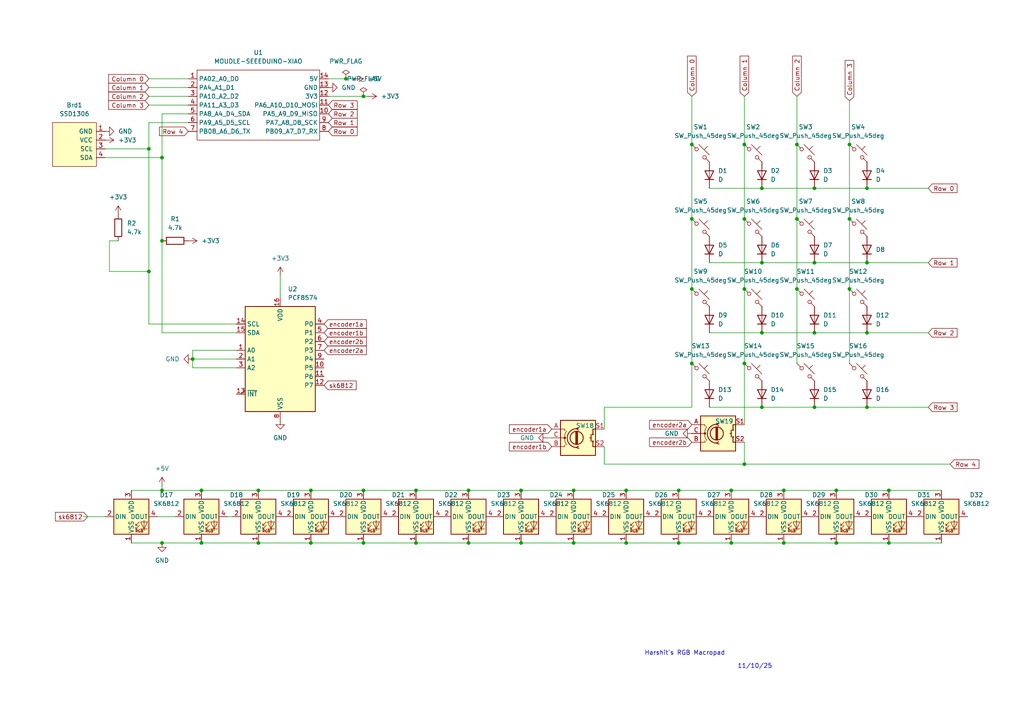
<source format=kicad_sch>
(kicad_sch
	(version 20231120)
	(generator "eeschema")
	(generator_version "8.0")
	(uuid "47cf8ebc-8276-4e30-b98f-173733cd19bf")
	(paper "A4")
	(lib_symbols
		(symbol "Device:D"
			(pin_numbers hide)
			(pin_names
				(offset 1.016) hide)
			(exclude_from_sim no)
			(in_bom yes)
			(on_board yes)
			(property "Reference" "D"
				(at 0 2.54 0)
				(effects
					(font
						(size 1.27 1.27)
					)
				)
			)
			(property "Value" "D"
				(at 0 -2.54 0)
				(effects
					(font
						(size 1.27 1.27)
					)
				)
			)
			(property "Footprint" ""
				(at 0 0 0)
				(effects
					(font
						(size 1.27 1.27)
					)
					(hide yes)
				)
			)
			(property "Datasheet" "~"
				(at 0 0 0)
				(effects
					(font
						(size 1.27 1.27)
					)
					(hide yes)
				)
			)
			(property "Description" "Diode"
				(at 0 0 0)
				(effects
					(font
						(size 1.27 1.27)
					)
					(hide yes)
				)
			)
			(property "Sim.Device" "D"
				(at 0 0 0)
				(effects
					(font
						(size 1.27 1.27)
					)
					(hide yes)
				)
			)
			(property "Sim.Pins" "1=K 2=A"
				(at 0 0 0)
				(effects
					(font
						(size 1.27 1.27)
					)
					(hide yes)
				)
			)
			(property "ki_keywords" "diode"
				(at 0 0 0)
				(effects
					(font
						(size 1.27 1.27)
					)
					(hide yes)
				)
			)
			(property "ki_fp_filters" "TO-???* *_Diode_* *SingleDiode* D_*"
				(at 0 0 0)
				(effects
					(font
						(size 1.27 1.27)
					)
					(hide yes)
				)
			)
			(symbol "D_0_1"
				(polyline
					(pts
						(xy -1.27 1.27) (xy -1.27 -1.27)
					)
					(stroke
						(width 0.254)
						(type default)
					)
					(fill
						(type none)
					)
				)
				(polyline
					(pts
						(xy 1.27 0) (xy -1.27 0)
					)
					(stroke
						(width 0)
						(type default)
					)
					(fill
						(type none)
					)
				)
				(polyline
					(pts
						(xy 1.27 1.27) (xy 1.27 -1.27) (xy -1.27 0) (xy 1.27 1.27)
					)
					(stroke
						(width 0.254)
						(type default)
					)
					(fill
						(type none)
					)
				)
			)
			(symbol "D_1_1"
				(pin passive line
					(at -3.81 0 0)
					(length 2.54)
					(name "K"
						(effects
							(font
								(size 1.27 1.27)
							)
						)
					)
					(number "1"
						(effects
							(font
								(size 1.27 1.27)
							)
						)
					)
				)
				(pin passive line
					(at 3.81 0 180)
					(length 2.54)
					(name "A"
						(effects
							(font
								(size 1.27 1.27)
							)
						)
					)
					(number "2"
						(effects
							(font
								(size 1.27 1.27)
							)
						)
					)
				)
			)
		)
		(symbol "Device:R"
			(pin_numbers hide)
			(pin_names
				(offset 0)
			)
			(exclude_from_sim no)
			(in_bom yes)
			(on_board yes)
			(property "Reference" "R"
				(at 2.032 0 90)
				(effects
					(font
						(size 1.27 1.27)
					)
				)
			)
			(property "Value" "R"
				(at 0 0 90)
				(effects
					(font
						(size 1.27 1.27)
					)
				)
			)
			(property "Footprint" ""
				(at -1.778 0 90)
				(effects
					(font
						(size 1.27 1.27)
					)
					(hide yes)
				)
			)
			(property "Datasheet" "~"
				(at 0 0 0)
				(effects
					(font
						(size 1.27 1.27)
					)
					(hide yes)
				)
			)
			(property "Description" "Resistor"
				(at 0 0 0)
				(effects
					(font
						(size 1.27 1.27)
					)
					(hide yes)
				)
			)
			(property "ki_keywords" "R res resistor"
				(at 0 0 0)
				(effects
					(font
						(size 1.27 1.27)
					)
					(hide yes)
				)
			)
			(property "ki_fp_filters" "R_*"
				(at 0 0 0)
				(effects
					(font
						(size 1.27 1.27)
					)
					(hide yes)
				)
			)
			(symbol "R_0_1"
				(rectangle
					(start -1.016 -2.54)
					(end 1.016 2.54)
					(stroke
						(width 0.254)
						(type default)
					)
					(fill
						(type none)
					)
				)
			)
			(symbol "R_1_1"
				(pin passive line
					(at 0 3.81 270)
					(length 1.27)
					(name "~"
						(effects
							(font
								(size 1.27 1.27)
							)
						)
					)
					(number "1"
						(effects
							(font
								(size 1.27 1.27)
							)
						)
					)
				)
				(pin passive line
					(at 0 -3.81 90)
					(length 1.27)
					(name "~"
						(effects
							(font
								(size 1.27 1.27)
							)
						)
					)
					(number "2"
						(effects
							(font
								(size 1.27 1.27)
							)
						)
					)
				)
			)
		)
		(symbol "Device:RotaryEncoder_Switch"
			(pin_names
				(offset 0.254) hide)
			(exclude_from_sim no)
			(in_bom yes)
			(on_board yes)
			(property "Reference" "SW"
				(at 0 6.604 0)
				(effects
					(font
						(size 1.27 1.27)
					)
				)
			)
			(property "Value" "RotaryEncoder_Switch"
				(at 0 -6.604 0)
				(effects
					(font
						(size 1.27 1.27)
					)
				)
			)
			(property "Footprint" ""
				(at -3.81 4.064 0)
				(effects
					(font
						(size 1.27 1.27)
					)
					(hide yes)
				)
			)
			(property "Datasheet" "~"
				(at 0 6.604 0)
				(effects
					(font
						(size 1.27 1.27)
					)
					(hide yes)
				)
			)
			(property "Description" "Rotary encoder, dual channel, incremental quadrate outputs, with switch"
				(at 0 0 0)
				(effects
					(font
						(size 1.27 1.27)
					)
					(hide yes)
				)
			)
			(property "ki_keywords" "rotary switch encoder switch push button"
				(at 0 0 0)
				(effects
					(font
						(size 1.27 1.27)
					)
					(hide yes)
				)
			)
			(property "ki_fp_filters" "RotaryEncoder*Switch*"
				(at 0 0 0)
				(effects
					(font
						(size 1.27 1.27)
					)
					(hide yes)
				)
			)
			(symbol "RotaryEncoder_Switch_0_1"
				(rectangle
					(start -5.08 5.08)
					(end 5.08 -5.08)
					(stroke
						(width 0.254)
						(type default)
					)
					(fill
						(type background)
					)
				)
				(circle
					(center -3.81 0)
					(radius 0.254)
					(stroke
						(width 0)
						(type default)
					)
					(fill
						(type outline)
					)
				)
				(circle
					(center -0.381 0)
					(radius 1.905)
					(stroke
						(width 0.254)
						(type default)
					)
					(fill
						(type none)
					)
				)
				(arc
					(start -0.381 2.667)
					(mid -3.0988 -0.0635)
					(end -0.381 -2.794)
					(stroke
						(width 0.254)
						(type default)
					)
					(fill
						(type none)
					)
				)
				(polyline
					(pts
						(xy -0.635 -1.778) (xy -0.635 1.778)
					)
					(stroke
						(width 0.254)
						(type default)
					)
					(fill
						(type none)
					)
				)
				(polyline
					(pts
						(xy -0.381 -1.778) (xy -0.381 1.778)
					)
					(stroke
						(width 0.254)
						(type default)
					)
					(fill
						(type none)
					)
				)
				(polyline
					(pts
						(xy -0.127 1.778) (xy -0.127 -1.778)
					)
					(stroke
						(width 0.254)
						(type default)
					)
					(fill
						(type none)
					)
				)
				(polyline
					(pts
						(xy 3.81 0) (xy 3.429 0)
					)
					(stroke
						(width 0.254)
						(type default)
					)
					(fill
						(type none)
					)
				)
				(polyline
					(pts
						(xy 3.81 1.016) (xy 3.81 -1.016)
					)
					(stroke
						(width 0.254)
						(type default)
					)
					(fill
						(type none)
					)
				)
				(polyline
					(pts
						(xy -5.08 -2.54) (xy -3.81 -2.54) (xy -3.81 -2.032)
					)
					(stroke
						(width 0)
						(type default)
					)
					(fill
						(type none)
					)
				)
				(polyline
					(pts
						(xy -5.08 2.54) (xy -3.81 2.54) (xy -3.81 2.032)
					)
					(stroke
						(width 0)
						(type default)
					)
					(fill
						(type none)
					)
				)
				(polyline
					(pts
						(xy 0.254 -3.048) (xy -0.508 -2.794) (xy 0.127 -2.413)
					)
					(stroke
						(width 0.254)
						(type default)
					)
					(fill
						(type none)
					)
				)
				(polyline
					(pts
						(xy 0.254 2.921) (xy -0.508 2.667) (xy 0.127 2.286)
					)
					(stroke
						(width 0.254)
						(type default)
					)
					(fill
						(type none)
					)
				)
				(polyline
					(pts
						(xy 5.08 -2.54) (xy 4.318 -2.54) (xy 4.318 -1.016)
					)
					(stroke
						(width 0.254)
						(type default)
					)
					(fill
						(type none)
					)
				)
				(polyline
					(pts
						(xy 5.08 2.54) (xy 4.318 2.54) (xy 4.318 1.016)
					)
					(stroke
						(width 0.254)
						(type default)
					)
					(fill
						(type none)
					)
				)
				(polyline
					(pts
						(xy -5.08 0) (xy -3.81 0) (xy -3.81 -1.016) (xy -3.302 -2.032)
					)
					(stroke
						(width 0)
						(type default)
					)
					(fill
						(type none)
					)
				)
				(polyline
					(pts
						(xy -4.318 0) (xy -3.81 0) (xy -3.81 1.016) (xy -3.302 2.032)
					)
					(stroke
						(width 0)
						(type default)
					)
					(fill
						(type none)
					)
				)
				(circle
					(center 4.318 -1.016)
					(radius 0.127)
					(stroke
						(width 0.254)
						(type default)
					)
					(fill
						(type none)
					)
				)
				(circle
					(center 4.318 1.016)
					(radius 0.127)
					(stroke
						(width 0.254)
						(type default)
					)
					(fill
						(type none)
					)
				)
			)
			(symbol "RotaryEncoder_Switch_1_1"
				(pin passive line
					(at -7.62 2.54 0)
					(length 2.54)
					(name "A"
						(effects
							(font
								(size 1.27 1.27)
							)
						)
					)
					(number "A"
						(effects
							(font
								(size 1.27 1.27)
							)
						)
					)
				)
				(pin passive line
					(at -7.62 -2.54 0)
					(length 2.54)
					(name "B"
						(effects
							(font
								(size 1.27 1.27)
							)
						)
					)
					(number "B"
						(effects
							(font
								(size 1.27 1.27)
							)
						)
					)
				)
				(pin passive line
					(at -7.62 0 0)
					(length 2.54)
					(name "C"
						(effects
							(font
								(size 1.27 1.27)
							)
						)
					)
					(number "C"
						(effects
							(font
								(size 1.27 1.27)
							)
						)
					)
				)
				(pin passive line
					(at 7.62 2.54 180)
					(length 2.54)
					(name "S1"
						(effects
							(font
								(size 1.27 1.27)
							)
						)
					)
					(number "S1"
						(effects
							(font
								(size 1.27 1.27)
							)
						)
					)
				)
				(pin passive line
					(at 7.62 -2.54 180)
					(length 2.54)
					(name "S2"
						(effects
							(font
								(size 1.27 1.27)
							)
						)
					)
					(number "S2"
						(effects
							(font
								(size 1.27 1.27)
							)
						)
					)
				)
			)
		)
		(symbol "Interface_Expansion:PCF8574"
			(exclude_from_sim no)
			(in_bom yes)
			(on_board yes)
			(property "Reference" "U"
				(at -8.89 16.51 0)
				(effects
					(font
						(size 1.27 1.27)
					)
					(justify left)
				)
			)
			(property "Value" "PCF8574"
				(at 2.54 16.51 0)
				(effects
					(font
						(size 1.27 1.27)
					)
					(justify left)
				)
			)
			(property "Footprint" ""
				(at 0 0 0)
				(effects
					(font
						(size 1.27 1.27)
					)
					(hide yes)
				)
			)
			(property "Datasheet" "http://www.nxp.com/docs/en/data-sheet/PCF8574_PCF8574A.pdf"
				(at 0 0 0)
				(effects
					(font
						(size 1.27 1.27)
					)
					(hide yes)
				)
			)
			(property "Description" "8 Bit Port/Expander to I2C Bus, DIP/SOIC-16"
				(at 0 0 0)
				(effects
					(font
						(size 1.27 1.27)
					)
					(hide yes)
				)
			)
			(property "ki_keywords" "I2C Expander"
				(at 0 0 0)
				(effects
					(font
						(size 1.27 1.27)
					)
					(hide yes)
				)
			)
			(property "ki_fp_filters" "DIP*W7.62mm* SOIC*7.5x10.3mm*P1.27mm*"
				(at 0 0 0)
				(effects
					(font
						(size 1.27 1.27)
					)
					(hide yes)
				)
			)
			(symbol "PCF8574_0_1"
				(rectangle
					(start -10.16 15.24)
					(end 10.16 -15.24)
					(stroke
						(width 0.254)
						(type default)
					)
					(fill
						(type background)
					)
				)
			)
			(symbol "PCF8574_1_1"
				(pin input line
					(at -12.7 2.54 0)
					(length 2.54)
					(name "A0"
						(effects
							(font
								(size 1.27 1.27)
							)
						)
					)
					(number "1"
						(effects
							(font
								(size 1.27 1.27)
							)
						)
					)
				)
				(pin bidirectional line
					(at 12.7 -2.54 180)
					(length 2.54)
					(name "P5"
						(effects
							(font
								(size 1.27 1.27)
							)
						)
					)
					(number "10"
						(effects
							(font
								(size 1.27 1.27)
							)
						)
					)
				)
				(pin bidirectional line
					(at 12.7 -5.08 180)
					(length 2.54)
					(name "P6"
						(effects
							(font
								(size 1.27 1.27)
							)
						)
					)
					(number "11"
						(effects
							(font
								(size 1.27 1.27)
							)
						)
					)
				)
				(pin bidirectional line
					(at 12.7 -7.62 180)
					(length 2.54)
					(name "P7"
						(effects
							(font
								(size 1.27 1.27)
							)
						)
					)
					(number "12"
						(effects
							(font
								(size 1.27 1.27)
							)
						)
					)
				)
				(pin open_collector output_low
					(at -12.7 -10.16 0)
					(length 2.54)
					(name "~{INT}"
						(effects
							(font
								(size 1.27 1.27)
							)
						)
					)
					(number "13"
						(effects
							(font
								(size 1.27 1.27)
							)
						)
					)
				)
				(pin input line
					(at -12.7 10.16 0)
					(length 2.54)
					(name "SCL"
						(effects
							(font
								(size 1.27 1.27)
							)
						)
					)
					(number "14"
						(effects
							(font
								(size 1.27 1.27)
							)
						)
					)
				)
				(pin bidirectional line
					(at -12.7 7.62 0)
					(length 2.54)
					(name "SDA"
						(effects
							(font
								(size 1.27 1.27)
							)
						)
					)
					(number "15"
						(effects
							(font
								(size 1.27 1.27)
							)
						)
					)
				)
				(pin power_in line
					(at 0 17.78 270)
					(length 2.54)
					(name "VDD"
						(effects
							(font
								(size 1.27 1.27)
							)
						)
					)
					(number "16"
						(effects
							(font
								(size 1.27 1.27)
							)
						)
					)
				)
				(pin input line
					(at -12.7 0 0)
					(length 2.54)
					(name "A1"
						(effects
							(font
								(size 1.27 1.27)
							)
						)
					)
					(number "2"
						(effects
							(font
								(size 1.27 1.27)
							)
						)
					)
				)
				(pin input line
					(at -12.7 -2.54 0)
					(length 2.54)
					(name "A2"
						(effects
							(font
								(size 1.27 1.27)
							)
						)
					)
					(number "3"
						(effects
							(font
								(size 1.27 1.27)
							)
						)
					)
				)
				(pin bidirectional line
					(at 12.7 10.16 180)
					(length 2.54)
					(name "P0"
						(effects
							(font
								(size 1.27 1.27)
							)
						)
					)
					(number "4"
						(effects
							(font
								(size 1.27 1.27)
							)
						)
					)
				)
				(pin bidirectional line
					(at 12.7 7.62 180)
					(length 2.54)
					(name "P1"
						(effects
							(font
								(size 1.27 1.27)
							)
						)
					)
					(number "5"
						(effects
							(font
								(size 1.27 1.27)
							)
						)
					)
				)
				(pin bidirectional line
					(at 12.7 5.08 180)
					(length 2.54)
					(name "P2"
						(effects
							(font
								(size 1.27 1.27)
							)
						)
					)
					(number "6"
						(effects
							(font
								(size 1.27 1.27)
							)
						)
					)
				)
				(pin bidirectional line
					(at 12.7 2.54 180)
					(length 2.54)
					(name "P3"
						(effects
							(font
								(size 1.27 1.27)
							)
						)
					)
					(number "7"
						(effects
							(font
								(size 1.27 1.27)
							)
						)
					)
				)
				(pin power_in line
					(at 0 -17.78 90)
					(length 2.54)
					(name "VSS"
						(effects
							(font
								(size 1.27 1.27)
							)
						)
					)
					(number "8"
						(effects
							(font
								(size 1.27 1.27)
							)
						)
					)
				)
				(pin bidirectional line
					(at 12.7 0 180)
					(length 2.54)
					(name "P4"
						(effects
							(font
								(size 1.27 1.27)
							)
						)
					)
					(number "9"
						(effects
							(font
								(size 1.27 1.27)
							)
						)
					)
				)
			)
		)
		(symbol "LED:SK6812"
			(pin_names
				(offset 0.254)
			)
			(exclude_from_sim no)
			(in_bom yes)
			(on_board yes)
			(property "Reference" "D"
				(at 5.08 5.715 0)
				(effects
					(font
						(size 1.27 1.27)
					)
					(justify right bottom)
				)
			)
			(property "Value" "SK6812"
				(at 1.27 -5.715 0)
				(effects
					(font
						(size 1.27 1.27)
					)
					(justify left top)
				)
			)
			(property "Footprint" "LED_SMD:LED_SK6812_PLCC4_5.0x5.0mm_P3.2mm"
				(at 1.27 -7.62 0)
				(effects
					(font
						(size 1.27 1.27)
					)
					(justify left top)
					(hide yes)
				)
			)
			(property "Datasheet" "https://cdn-shop.adafruit.com/product-files/1138/SK6812+LED+datasheet+.pdf"
				(at 2.54 -9.525 0)
				(effects
					(font
						(size 1.27 1.27)
					)
					(justify left top)
					(hide yes)
				)
			)
			(property "Description" "RGB LED with integrated controller"
				(at 0 0 0)
				(effects
					(font
						(size 1.27 1.27)
					)
					(hide yes)
				)
			)
			(property "ki_keywords" "RGB LED NeoPixel addressable"
				(at 0 0 0)
				(effects
					(font
						(size 1.27 1.27)
					)
					(hide yes)
				)
			)
			(property "ki_fp_filters" "LED*SK6812*PLCC*5.0x5.0mm*P3.2mm*"
				(at 0 0 0)
				(effects
					(font
						(size 1.27 1.27)
					)
					(hide yes)
				)
			)
			(symbol "SK6812_0_0"
				(text "RGB"
					(at 2.286 -4.191 0)
					(effects
						(font
							(size 0.762 0.762)
						)
					)
				)
			)
			(symbol "SK6812_0_1"
				(polyline
					(pts
						(xy 1.27 -3.556) (xy 1.778 -3.556)
					)
					(stroke
						(width 0)
						(type default)
					)
					(fill
						(type none)
					)
				)
				(polyline
					(pts
						(xy 1.27 -2.54) (xy 1.778 -2.54)
					)
					(stroke
						(width 0)
						(type default)
					)
					(fill
						(type none)
					)
				)
				(polyline
					(pts
						(xy 4.699 -3.556) (xy 2.667 -3.556)
					)
					(stroke
						(width 0)
						(type default)
					)
					(fill
						(type none)
					)
				)
				(polyline
					(pts
						(xy 2.286 -2.54) (xy 1.27 -3.556) (xy 1.27 -3.048)
					)
					(stroke
						(width 0)
						(type default)
					)
					(fill
						(type none)
					)
				)
				(polyline
					(pts
						(xy 2.286 -1.524) (xy 1.27 -2.54) (xy 1.27 -2.032)
					)
					(stroke
						(width 0)
						(type default)
					)
					(fill
						(type none)
					)
				)
				(polyline
					(pts
						(xy 3.683 -1.016) (xy 3.683 -3.556) (xy 3.683 -4.064)
					)
					(stroke
						(width 0)
						(type default)
					)
					(fill
						(type none)
					)
				)
				(polyline
					(pts
						(xy 4.699 -1.524) (xy 2.667 -1.524) (xy 3.683 -3.556) (xy 4.699 -1.524)
					)
					(stroke
						(width 0)
						(type default)
					)
					(fill
						(type none)
					)
				)
				(rectangle
					(start 5.08 5.08)
					(end -5.08 -5.08)
					(stroke
						(width 0.254)
						(type default)
					)
					(fill
						(type background)
					)
				)
			)
			(symbol "SK6812_1_1"
				(pin power_in line
					(at 0 -7.62 90)
					(length 2.54)
					(name "VSS"
						(effects
							(font
								(size 1.27 1.27)
							)
						)
					)
					(number "1"
						(effects
							(font
								(size 1.27 1.27)
							)
						)
					)
				)
				(pin input line
					(at -7.62 0 0)
					(length 2.54)
					(name "DIN"
						(effects
							(font
								(size 1.27 1.27)
							)
						)
					)
					(number "2"
						(effects
							(font
								(size 1.27 1.27)
							)
						)
					)
				)
				(pin power_in line
					(at 0 7.62 270)
					(length 2.54)
					(name "VDD"
						(effects
							(font
								(size 1.27 1.27)
							)
						)
					)
					(number "3"
						(effects
							(font
								(size 1.27 1.27)
							)
						)
					)
				)
				(pin output line
					(at 7.62 0 180)
					(length 2.54)
					(name "DOUT"
						(effects
							(font
								(size 1.27 1.27)
							)
						)
					)
					(number "4"
						(effects
							(font
								(size 1.27 1.27)
							)
						)
					)
				)
			)
		)
		(symbol "MOUDLE-SEEEDUINO-XIAO:MOUDLE-SEEEDUINO-XIAO"
			(exclude_from_sim no)
			(in_bom yes)
			(on_board yes)
			(property "Reference" "U"
				(at -16.51 11.43 0)
				(effects
					(font
						(size 1.27 1.27)
					)
				)
			)
			(property "Value" "MOUDLE-SEEEDUINO-XIAO"
				(at -3.81 -11.43 0)
				(effects
					(font
						(size 1.27 1.27)
					)
				)
			)
			(property "Footprint" ""
				(at -16.51 2.54 0)
				(effects
					(font
						(size 1.27 1.27)
					)
					(hide yes)
				)
			)
			(property "Datasheet" ""
				(at -16.51 2.54 0)
				(effects
					(font
						(size 1.27 1.27)
					)
					(hide yes)
				)
			)
			(property "Description" ""
				(at 0 0 0)
				(effects
					(font
						(size 1.27 1.27)
					)
					(hide yes)
				)
			)
			(symbol "MOUDLE-SEEEDUINO-XIAO_0_1"
				(rectangle
					(start -16.51 10.16)
					(end 19.05 -10.16)
					(stroke
						(width 0)
						(type default)
					)
					(fill
						(type none)
					)
				)
			)
			(symbol "MOUDLE-SEEEDUINO-XIAO_1_1"
				(pin passive line
					(at -19.05 7.62 0)
					(length 2.54)
					(name "PA02_A0_D0"
						(effects
							(font
								(size 1.27 1.27)
							)
						)
					)
					(number "1"
						(effects
							(font
								(size 1.27 1.27)
							)
						)
					)
				)
				(pin passive line
					(at 21.59 -2.54 180)
					(length 2.54)
					(name "PA5_A9_D9_MISO"
						(effects
							(font
								(size 1.27 1.27)
							)
						)
					)
					(number "10"
						(effects
							(font
								(size 1.27 1.27)
							)
						)
					)
				)
				(pin passive line
					(at 21.59 0 180)
					(length 2.54)
					(name "PA6_A10_D10_MOSI"
						(effects
							(font
								(size 1.27 1.27)
							)
						)
					)
					(number "11"
						(effects
							(font
								(size 1.27 1.27)
							)
						)
					)
				)
				(pin passive line
					(at 21.59 2.54 180)
					(length 2.54)
					(name "3V3"
						(effects
							(font
								(size 1.27 1.27)
							)
						)
					)
					(number "12"
						(effects
							(font
								(size 1.27 1.27)
							)
						)
					)
				)
				(pin passive line
					(at 21.59 5.08 180)
					(length 2.54)
					(name "GND"
						(effects
							(font
								(size 1.27 1.27)
							)
						)
					)
					(number "13"
						(effects
							(font
								(size 1.27 1.27)
							)
						)
					)
				)
				(pin passive line
					(at 21.59 7.62 180)
					(length 2.54)
					(name "5V"
						(effects
							(font
								(size 1.27 1.27)
							)
						)
					)
					(number "14"
						(effects
							(font
								(size 1.27 1.27)
							)
						)
					)
				)
				(pin passive line
					(at -19.05 5.08 0)
					(length 2.54)
					(name "PA4_A1_D1"
						(effects
							(font
								(size 1.27 1.27)
							)
						)
					)
					(number "2"
						(effects
							(font
								(size 1.27 1.27)
							)
						)
					)
				)
				(pin passive line
					(at -19.05 2.54 0)
					(length 2.54)
					(name "PA10_A2_D2"
						(effects
							(font
								(size 1.27 1.27)
							)
						)
					)
					(number "3"
						(effects
							(font
								(size 1.27 1.27)
							)
						)
					)
				)
				(pin passive line
					(at -19.05 0 0)
					(length 2.54)
					(name "PA11_A3_D3"
						(effects
							(font
								(size 1.27 1.27)
							)
						)
					)
					(number "4"
						(effects
							(font
								(size 1.27 1.27)
							)
						)
					)
				)
				(pin passive line
					(at -19.05 -2.54 0)
					(length 2.54)
					(name "PA8_A4_D4_SDA"
						(effects
							(font
								(size 1.27 1.27)
							)
						)
					)
					(number "5"
						(effects
							(font
								(size 1.27 1.27)
							)
						)
					)
				)
				(pin passive line
					(at -19.05 -5.08 0)
					(length 2.54)
					(name "PA9_A5_D5_SCL"
						(effects
							(font
								(size 1.27 1.27)
							)
						)
					)
					(number "6"
						(effects
							(font
								(size 1.27 1.27)
							)
						)
					)
				)
				(pin passive line
					(at -19.05 -7.62 0)
					(length 2.54)
					(name "PB08_A6_D6_TX"
						(effects
							(font
								(size 1.27 1.27)
							)
						)
					)
					(number "7"
						(effects
							(font
								(size 1.27 1.27)
							)
						)
					)
				)
				(pin passive line
					(at 21.59 -7.62 180)
					(length 2.54)
					(name "PB09_A7_D7_RX"
						(effects
							(font
								(size 1.27 1.27)
							)
						)
					)
					(number "8"
						(effects
							(font
								(size 1.27 1.27)
							)
						)
					)
				)
				(pin passive line
					(at 21.59 -5.08 180)
					(length 2.54)
					(name "PA7_A8_D8_SCK"
						(effects
							(font
								(size 1.27 1.27)
							)
						)
					)
					(number "9"
						(effects
							(font
								(size 1.27 1.27)
							)
						)
					)
				)
			)
		)
		(symbol "SSD1306-128x64_OLED:SSD1306"
			(pin_names
				(offset 1.016)
			)
			(exclude_from_sim no)
			(in_bom yes)
			(on_board yes)
			(property "Reference" "Brd"
				(at 0 -3.81 0)
				(effects
					(font
						(size 1.27 1.27)
					)
				)
			)
			(property "Value" "SSD1306"
				(at 0 -1.27 0)
				(effects
					(font
						(size 1.27 1.27)
					)
				)
			)
			(property "Footprint" ""
				(at 0 6.35 0)
				(effects
					(font
						(size 1.27 1.27)
					)
					(hide yes)
				)
			)
			(property "Datasheet" ""
				(at 0 6.35 0)
				(effects
					(font
						(size 1.27 1.27)
					)
					(hide yes)
				)
			)
			(property "Description" "SSD1306 OLED"
				(at 0 0 0)
				(effects
					(font
						(size 1.27 1.27)
					)
					(hide yes)
				)
			)
			(property "ki_keywords" "SSD1306"
				(at 0 0 0)
				(effects
					(font
						(size 1.27 1.27)
					)
					(hide yes)
				)
			)
			(property "ki_fp_filters" "SSD1306-128x64_OLED:SSD1306"
				(at 0 0 0)
				(effects
					(font
						(size 1.27 1.27)
					)
					(hide yes)
				)
			)
			(symbol "SSD1306_0_1"
				(rectangle
					(start -6.35 6.35)
					(end 6.35 -6.35)
					(stroke
						(width 0)
						(type solid)
					)
					(fill
						(type background)
					)
				)
			)
			(symbol "SSD1306_1_1"
				(pin input line
					(at -3.81 8.89 270)
					(length 2.54)
					(name "GND"
						(effects
							(font
								(size 1.27 1.27)
							)
						)
					)
					(number "1"
						(effects
							(font
								(size 1.27 1.27)
							)
						)
					)
				)
				(pin input line
					(at -1.27 8.89 270)
					(length 2.54)
					(name "VCC"
						(effects
							(font
								(size 1.27 1.27)
							)
						)
					)
					(number "2"
						(effects
							(font
								(size 1.27 1.27)
							)
						)
					)
				)
				(pin input line
					(at 1.27 8.89 270)
					(length 2.54)
					(name "SCL"
						(effects
							(font
								(size 1.27 1.27)
							)
						)
					)
					(number "3"
						(effects
							(font
								(size 1.27 1.27)
							)
						)
					)
				)
				(pin input line
					(at 3.81 8.89 270)
					(length 2.54)
					(name "SDA"
						(effects
							(font
								(size 1.27 1.27)
							)
						)
					)
					(number "4"
						(effects
							(font
								(size 1.27 1.27)
							)
						)
					)
				)
			)
		)
		(symbol "Switch:SW_Push_45deg"
			(pin_numbers hide)
			(pin_names
				(offset 1.016) hide)
			(exclude_from_sim no)
			(in_bom yes)
			(on_board yes)
			(property "Reference" "SW"
				(at 3.048 1.016 0)
				(effects
					(font
						(size 1.27 1.27)
					)
					(justify left)
				)
			)
			(property "Value" "SW_Push_45deg"
				(at 0 -3.81 0)
				(effects
					(font
						(size 1.27 1.27)
					)
				)
			)
			(property "Footprint" ""
				(at 0 0 0)
				(effects
					(font
						(size 1.27 1.27)
					)
					(hide yes)
				)
			)
			(property "Datasheet" "~"
				(at 0 0 0)
				(effects
					(font
						(size 1.27 1.27)
					)
					(hide yes)
				)
			)
			(property "Description" "Push button switch, normally open, two pins, 45° tilted"
				(at 0 0 0)
				(effects
					(font
						(size 1.27 1.27)
					)
					(hide yes)
				)
			)
			(property "ki_keywords" "switch normally-open pushbutton push-button"
				(at 0 0 0)
				(effects
					(font
						(size 1.27 1.27)
					)
					(hide yes)
				)
			)
			(symbol "SW_Push_45deg_0_1"
				(circle
					(center -1.1684 1.1684)
					(radius 0.508)
					(stroke
						(width 0)
						(type default)
					)
					(fill
						(type none)
					)
				)
				(polyline
					(pts
						(xy -0.508 2.54) (xy 2.54 -0.508)
					)
					(stroke
						(width 0)
						(type default)
					)
					(fill
						(type none)
					)
				)
				(polyline
					(pts
						(xy 1.016 1.016) (xy 2.032 2.032)
					)
					(stroke
						(width 0)
						(type default)
					)
					(fill
						(type none)
					)
				)
				(polyline
					(pts
						(xy -2.54 2.54) (xy -1.524 1.524) (xy -1.524 1.524)
					)
					(stroke
						(width 0)
						(type default)
					)
					(fill
						(type none)
					)
				)
				(polyline
					(pts
						(xy 1.524 -1.524) (xy 2.54 -2.54) (xy 2.54 -2.54) (xy 2.54 -2.54)
					)
					(stroke
						(width 0)
						(type default)
					)
					(fill
						(type none)
					)
				)
				(circle
					(center 1.143 -1.1938)
					(radius 0.508)
					(stroke
						(width 0)
						(type default)
					)
					(fill
						(type none)
					)
				)
				(pin passive line
					(at -2.54 2.54 0)
					(length 0)
					(name "1"
						(effects
							(font
								(size 1.27 1.27)
							)
						)
					)
					(number "1"
						(effects
							(font
								(size 1.27 1.27)
							)
						)
					)
				)
				(pin passive line
					(at 2.54 -2.54 180)
					(length 0)
					(name "2"
						(effects
							(font
								(size 1.27 1.27)
							)
						)
					)
					(number "2"
						(effects
							(font
								(size 1.27 1.27)
							)
						)
					)
				)
			)
		)
		(symbol "power:+3V3"
			(power)
			(pin_numbers hide)
			(pin_names
				(offset 0) hide)
			(exclude_from_sim no)
			(in_bom yes)
			(on_board yes)
			(property "Reference" "#PWR"
				(at 0 -3.81 0)
				(effects
					(font
						(size 1.27 1.27)
					)
					(hide yes)
				)
			)
			(property "Value" "+3V3"
				(at 0 3.556 0)
				(effects
					(font
						(size 1.27 1.27)
					)
				)
			)
			(property "Footprint" ""
				(at 0 0 0)
				(effects
					(font
						(size 1.27 1.27)
					)
					(hide yes)
				)
			)
			(property "Datasheet" ""
				(at 0 0 0)
				(effects
					(font
						(size 1.27 1.27)
					)
					(hide yes)
				)
			)
			(property "Description" "Power symbol creates a global label with name \"+3V3\""
				(at 0 0 0)
				(effects
					(font
						(size 1.27 1.27)
					)
					(hide yes)
				)
			)
			(property "ki_keywords" "global power"
				(at 0 0 0)
				(effects
					(font
						(size 1.27 1.27)
					)
					(hide yes)
				)
			)
			(symbol "+3V3_0_1"
				(polyline
					(pts
						(xy -0.762 1.27) (xy 0 2.54)
					)
					(stroke
						(width 0)
						(type default)
					)
					(fill
						(type none)
					)
				)
				(polyline
					(pts
						(xy 0 0) (xy 0 2.54)
					)
					(stroke
						(width 0)
						(type default)
					)
					(fill
						(type none)
					)
				)
				(polyline
					(pts
						(xy 0 2.54) (xy 0.762 1.27)
					)
					(stroke
						(width 0)
						(type default)
					)
					(fill
						(type none)
					)
				)
			)
			(symbol "+3V3_1_1"
				(pin power_in line
					(at 0 0 90)
					(length 0)
					(name "~"
						(effects
							(font
								(size 1.27 1.27)
							)
						)
					)
					(number "1"
						(effects
							(font
								(size 1.27 1.27)
							)
						)
					)
				)
			)
		)
		(symbol "power:+5V"
			(power)
			(pin_numbers hide)
			(pin_names
				(offset 0) hide)
			(exclude_from_sim no)
			(in_bom yes)
			(on_board yes)
			(property "Reference" "#PWR"
				(at 0 -3.81 0)
				(effects
					(font
						(size 1.27 1.27)
					)
					(hide yes)
				)
			)
			(property "Value" "+5V"
				(at 0 3.556 0)
				(effects
					(font
						(size 1.27 1.27)
					)
				)
			)
			(property "Footprint" ""
				(at 0 0 0)
				(effects
					(font
						(size 1.27 1.27)
					)
					(hide yes)
				)
			)
			(property "Datasheet" ""
				(at 0 0 0)
				(effects
					(font
						(size 1.27 1.27)
					)
					(hide yes)
				)
			)
			(property "Description" "Power symbol creates a global label with name \"+5V\""
				(at 0 0 0)
				(effects
					(font
						(size 1.27 1.27)
					)
					(hide yes)
				)
			)
			(property "ki_keywords" "global power"
				(at 0 0 0)
				(effects
					(font
						(size 1.27 1.27)
					)
					(hide yes)
				)
			)
			(symbol "+5V_0_1"
				(polyline
					(pts
						(xy -0.762 1.27) (xy 0 2.54)
					)
					(stroke
						(width 0)
						(type default)
					)
					(fill
						(type none)
					)
				)
				(polyline
					(pts
						(xy 0 0) (xy 0 2.54)
					)
					(stroke
						(width 0)
						(type default)
					)
					(fill
						(type none)
					)
				)
				(polyline
					(pts
						(xy 0 2.54) (xy 0.762 1.27)
					)
					(stroke
						(width 0)
						(type default)
					)
					(fill
						(type none)
					)
				)
			)
			(symbol "+5V_1_1"
				(pin power_in line
					(at 0 0 90)
					(length 0)
					(name "~"
						(effects
							(font
								(size 1.27 1.27)
							)
						)
					)
					(number "1"
						(effects
							(font
								(size 1.27 1.27)
							)
						)
					)
				)
			)
		)
		(symbol "power:GND"
			(power)
			(pin_numbers hide)
			(pin_names
				(offset 0) hide)
			(exclude_from_sim no)
			(in_bom yes)
			(on_board yes)
			(property "Reference" "#PWR"
				(at 0 -6.35 0)
				(effects
					(font
						(size 1.27 1.27)
					)
					(hide yes)
				)
			)
			(property "Value" "GND"
				(at 0 -3.81 0)
				(effects
					(font
						(size 1.27 1.27)
					)
				)
			)
			(property "Footprint" ""
				(at 0 0 0)
				(effects
					(font
						(size 1.27 1.27)
					)
					(hide yes)
				)
			)
			(property "Datasheet" ""
				(at 0 0 0)
				(effects
					(font
						(size 1.27 1.27)
					)
					(hide yes)
				)
			)
			(property "Description" "Power symbol creates a global label with name \"GND\" , ground"
				(at 0 0 0)
				(effects
					(font
						(size 1.27 1.27)
					)
					(hide yes)
				)
			)
			(property "ki_keywords" "global power"
				(at 0 0 0)
				(effects
					(font
						(size 1.27 1.27)
					)
					(hide yes)
				)
			)
			(symbol "GND_0_1"
				(polyline
					(pts
						(xy 0 0) (xy 0 -1.27) (xy 1.27 -1.27) (xy 0 -2.54) (xy -1.27 -1.27) (xy 0 -1.27)
					)
					(stroke
						(width 0)
						(type default)
					)
					(fill
						(type none)
					)
				)
			)
			(symbol "GND_1_1"
				(pin power_in line
					(at 0 0 270)
					(length 0)
					(name "~"
						(effects
							(font
								(size 1.27 1.27)
							)
						)
					)
					(number "1"
						(effects
							(font
								(size 1.27 1.27)
							)
						)
					)
				)
			)
		)
		(symbol "power:PWR_FLAG"
			(power)
			(pin_numbers hide)
			(pin_names
				(offset 0) hide)
			(exclude_from_sim no)
			(in_bom yes)
			(on_board yes)
			(property "Reference" "#FLG"
				(at 0 1.905 0)
				(effects
					(font
						(size 1.27 1.27)
					)
					(hide yes)
				)
			)
			(property "Value" "PWR_FLAG"
				(at 0 3.81 0)
				(effects
					(font
						(size 1.27 1.27)
					)
				)
			)
			(property "Footprint" ""
				(at 0 0 0)
				(effects
					(font
						(size 1.27 1.27)
					)
					(hide yes)
				)
			)
			(property "Datasheet" "~"
				(at 0 0 0)
				(effects
					(font
						(size 1.27 1.27)
					)
					(hide yes)
				)
			)
			(property "Description" "Special symbol for telling ERC where power comes from"
				(at 0 0 0)
				(effects
					(font
						(size 1.27 1.27)
					)
					(hide yes)
				)
			)
			(property "ki_keywords" "flag power"
				(at 0 0 0)
				(effects
					(font
						(size 1.27 1.27)
					)
					(hide yes)
				)
			)
			(symbol "PWR_FLAG_0_0"
				(pin power_out line
					(at 0 0 90)
					(length 0)
					(name "~"
						(effects
							(font
								(size 1.27 1.27)
							)
						)
					)
					(number "1"
						(effects
							(font
								(size 1.27 1.27)
							)
						)
					)
				)
			)
			(symbol "PWR_FLAG_0_1"
				(polyline
					(pts
						(xy 0 0) (xy 0 1.27) (xy -1.016 1.905) (xy 0 2.54) (xy 1.016 1.905) (xy 0 1.27)
					)
					(stroke
						(width 0)
						(type default)
					)
					(fill
						(type none)
					)
				)
			)
		)
	)
	(junction
		(at 251.46 54.61)
		(diameter 0)
		(color 0 0 0 0)
		(uuid "06782e9e-65ff-4794-84a0-0a95897557a7")
	)
	(junction
		(at 120.65 142.24)
		(diameter 0)
		(color 0 0 0 0)
		(uuid "0c1dd4a6-ce27-44cf-b86f-e2d0462c5c04")
	)
	(junction
		(at 220.98 76.2)
		(diameter 0)
		(color 0 0 0 0)
		(uuid "10099958-efcf-461e-a0f7-71767d7d10ce")
	)
	(junction
		(at 215.9 41.91)
		(diameter 0)
		(color 0 0 0 0)
		(uuid "10dee411-2bcb-438d-b11b-6d7f61f9b0bf")
	)
	(junction
		(at 220.98 54.61)
		(diameter 0)
		(color 0 0 0 0)
		(uuid "1550cea0-6fba-49e0-b2b2-0d2988fb86d5")
	)
	(junction
		(at 236.22 76.2)
		(diameter 0)
		(color 0 0 0 0)
		(uuid "159524ff-e83a-47a6-a81a-d63968e192b8")
	)
	(junction
		(at 74.93 142.24)
		(diameter 0)
		(color 0 0 0 0)
		(uuid "15b9e883-f618-412c-aa57-b024299b1a48")
	)
	(junction
		(at 231.14 63.5)
		(diameter 0)
		(color 0 0 0 0)
		(uuid "1b475802-5655-479a-812f-3b1cc0a5533b")
	)
	(junction
		(at 200.66 63.5)
		(diameter 0)
		(color 0 0 0 0)
		(uuid "2d57d293-829d-428a-8927-d3ea33af9b40")
	)
	(junction
		(at 251.46 76.2)
		(diameter 0)
		(color 0 0 0 0)
		(uuid "2e030d11-67a6-4b16-8529-c2dcfaebd3a1")
	)
	(junction
		(at 166.37 142.24)
		(diameter 0)
		(color 0 0 0 0)
		(uuid "2f463552-5114-485b-a7a1-559be1ca77cd")
	)
	(junction
		(at 196.85 142.24)
		(diameter 0)
		(color 0 0 0 0)
		(uuid "35d58633-ab0c-4b13-bab9-035ef7feb803")
	)
	(junction
		(at 90.17 142.24)
		(diameter 0)
		(color 0 0 0 0)
		(uuid "35e5c6ee-d9eb-481f-a330-d49aca8817a0")
	)
	(junction
		(at 151.13 157.48)
		(diameter 0)
		(color 0 0 0 0)
		(uuid "3b382c21-5092-483f-acd1-6d4256f35201")
	)
	(junction
		(at 46.99 69.85)
		(diameter 0)
		(color 0 0 0 0)
		(uuid "3da554e4-653f-470e-bcbe-a0d89b5dfc45")
	)
	(junction
		(at 200.66 41.91)
		(diameter 0)
		(color 0 0 0 0)
		(uuid "3eb58fea-aea0-4cb9-a48f-a96ce5d4511e")
	)
	(junction
		(at 242.57 157.48)
		(diameter 0)
		(color 0 0 0 0)
		(uuid "47c8b6c2-5850-42ac-97cd-5d878207e852")
	)
	(junction
		(at 55.88 104.14)
		(diameter 0)
		(color 0 0 0 0)
		(uuid "485fae43-be93-43cf-910b-e93154537fa4")
	)
	(junction
		(at 246.38 83.82)
		(diameter 0)
		(color 0 0 0 0)
		(uuid "48a7c861-036a-4552-9c81-cbe3fa6a503d")
	)
	(junction
		(at 200.66 105.41)
		(diameter 0)
		(color 0 0 0 0)
		(uuid "4d662c5d-1837-45b8-b79a-8853acc7a48d")
	)
	(junction
		(at 43.18 43.18)
		(diameter 0)
		(color 0 0 0 0)
		(uuid "5120af5a-d0df-4f0a-b9b6-50b77072fbd6")
	)
	(junction
		(at 120.65 157.48)
		(diameter 0)
		(color 0 0 0 0)
		(uuid "57a03f89-5637-4b1d-bb8f-14d73c34a010")
	)
	(junction
		(at 58.42 157.48)
		(diameter 0)
		(color 0 0 0 0)
		(uuid "59a97cdf-aabd-4d6a-9ec5-fabd04843450")
	)
	(junction
		(at 105.41 142.24)
		(diameter 0)
		(color 0 0 0 0)
		(uuid "5bb4c4d0-6666-4ebb-82ce-8e93f65222a7")
	)
	(junction
		(at 246.38 63.5)
		(diameter 0)
		(color 0 0 0 0)
		(uuid "5da10ccb-88db-42ee-9016-2488f82964f7")
	)
	(junction
		(at 236.22 118.11)
		(diameter 0)
		(color 0 0 0 0)
		(uuid "5db13782-d000-4438-a485-6f9419ddb4da")
	)
	(junction
		(at 215.9 134.62)
		(diameter 0)
		(color 0 0 0 0)
		(uuid "614eafe5-1bf4-4358-aa58-296724b1638b")
	)
	(junction
		(at 215.9 105.41)
		(diameter 0)
		(color 0 0 0 0)
		(uuid "63d7dd31-679f-43a0-8c72-ad937a9a9256")
	)
	(junction
		(at 212.09 157.48)
		(diameter 0)
		(color 0 0 0 0)
		(uuid "66742218-db3d-4a4b-ac95-6c40fc3fae88")
	)
	(junction
		(at 90.17 157.48)
		(diameter 0)
		(color 0 0 0 0)
		(uuid "6776504a-babf-449c-a057-b5e67204a7c2")
	)
	(junction
		(at 251.46 118.11)
		(diameter 0)
		(color 0 0 0 0)
		(uuid "693d9df4-7466-43f5-b578-b92905479425")
	)
	(junction
		(at 105.41 27.94)
		(diameter 0)
		(color 0 0 0 0)
		(uuid "693e5d32-2696-4269-a452-b84290d14870")
	)
	(junction
		(at 212.09 142.24)
		(diameter 0)
		(color 0 0 0 0)
		(uuid "6a8531a3-9b20-43d3-ac2b-4ce05d6f0517")
	)
	(junction
		(at 227.33 157.48)
		(diameter 0)
		(color 0 0 0 0)
		(uuid "6b0ca474-c9e3-4585-bc3d-31b739939313")
	)
	(junction
		(at 151.13 142.24)
		(diameter 0)
		(color 0 0 0 0)
		(uuid "725805ce-ccef-4547-9392-5c7d0b784028")
	)
	(junction
		(at 181.61 157.48)
		(diameter 0)
		(color 0 0 0 0)
		(uuid "760fa6e3-53fd-485d-8973-2fce5a348f76")
	)
	(junction
		(at 105.41 157.48)
		(diameter 0)
		(color 0 0 0 0)
		(uuid "7cfc93e0-b3a2-4c3b-b91b-6f759bc3a5aa")
	)
	(junction
		(at 135.89 157.48)
		(diameter 0)
		(color 0 0 0 0)
		(uuid "81b0e06f-11ad-4e7f-8387-9a3a3e2884b0")
	)
	(junction
		(at 196.85 157.48)
		(diameter 0)
		(color 0 0 0 0)
		(uuid "8883880a-f8f2-4e5e-926a-e27cf25cd368")
	)
	(junction
		(at 227.33 142.24)
		(diameter 0)
		(color 0 0 0 0)
		(uuid "8aa953ad-8e58-4839-af19-0bc29f5b0352")
	)
	(junction
		(at 46.99 142.24)
		(diameter 0)
		(color 0 0 0 0)
		(uuid "8c670802-aa85-4300-9133-6ee92cdd6afb")
	)
	(junction
		(at 220.98 118.11)
		(diameter 0)
		(color 0 0 0 0)
		(uuid "a9a51c9d-5e8d-496d-9ca4-6ea6e42e25b1")
	)
	(junction
		(at 257.81 142.24)
		(diameter 0)
		(color 0 0 0 0)
		(uuid "aa6faa75-22fa-4376-9811-056d2427d7a7")
	)
	(junction
		(at 236.22 96.52)
		(diameter 0)
		(color 0 0 0 0)
		(uuid "b06575ba-e380-4294-92bf-1f86879d7d3f")
	)
	(junction
		(at 181.61 142.24)
		(diameter 0)
		(color 0 0 0 0)
		(uuid "c6e5bd26-9b1a-4546-94a4-06bcba83c521")
	)
	(junction
		(at 231.14 41.91)
		(diameter 0)
		(color 0 0 0 0)
		(uuid "cab41f18-abcc-432f-9531-0e008a1875ea")
	)
	(junction
		(at 231.14 83.82)
		(diameter 0)
		(color 0 0 0 0)
		(uuid "cdb759ad-3f73-4f6a-819f-4dc46f5dc4b9")
	)
	(junction
		(at 135.89 142.24)
		(diameter 0)
		(color 0 0 0 0)
		(uuid "d214edf9-4ffc-4e54-bd56-1d7ec01ee77a")
	)
	(junction
		(at 257.81 157.48)
		(diameter 0)
		(color 0 0 0 0)
		(uuid "daf49f2e-991f-4685-9215-2a7fc6b24b86")
	)
	(junction
		(at 215.9 83.82)
		(diameter 0)
		(color 0 0 0 0)
		(uuid "e203c717-f9d3-4a2f-bf62-5c149cd8cd58")
	)
	(junction
		(at 242.57 142.24)
		(diameter 0)
		(color 0 0 0 0)
		(uuid "e263e55c-41c2-4b5a-8cac-229c98c8dba6")
	)
	(junction
		(at 200.66 83.82)
		(diameter 0)
		(color 0 0 0 0)
		(uuid "e3ab85b4-5407-42fb-96aa-9f29e176934b")
	)
	(junction
		(at 46.99 45.72)
		(diameter 0)
		(color 0 0 0 0)
		(uuid "e583231f-ea4c-40c1-8b67-c64a2a95e123")
	)
	(junction
		(at 246.38 41.91)
		(diameter 0)
		(color 0 0 0 0)
		(uuid "e8afaf75-8b00-4e84-ab92-3368778eba32")
	)
	(junction
		(at 166.37 157.48)
		(diameter 0)
		(color 0 0 0 0)
		(uuid "ea3f8d17-5fc9-4fd9-b248-bded282f575b")
	)
	(junction
		(at 236.22 54.61)
		(diameter 0)
		(color 0 0 0 0)
		(uuid "ec121d32-793d-4fa0-88be-7b16b3a4e1bc")
	)
	(junction
		(at 215.9 63.5)
		(diameter 0)
		(color 0 0 0 0)
		(uuid "ee0dce4e-bbc3-4abd-8f0b-201a01c8c00a")
	)
	(junction
		(at 251.46 96.52)
		(diameter 0)
		(color 0 0 0 0)
		(uuid "f082354f-6a62-4675-9eb0-808194c08821")
	)
	(junction
		(at 74.93 157.48)
		(diameter 0)
		(color 0 0 0 0)
		(uuid "f1a6b8fc-82fb-4de0-a5cb-9420e5368628")
	)
	(junction
		(at 43.18 78.74)
		(diameter 0)
		(color 0 0 0 0)
		(uuid "f25ff7b5-15fa-4211-a2ce-f1531d14b70d")
	)
	(junction
		(at 46.99 157.48)
		(diameter 0)
		(color 0 0 0 0)
		(uuid "f7eee897-b0aa-42fc-926a-bc7dd2b67042")
	)
	(junction
		(at 100.33 22.86)
		(diameter 0)
		(color 0 0 0 0)
		(uuid "fd1bb764-0482-482d-a15b-0203e926a30b")
	)
	(junction
		(at 58.42 142.24)
		(diameter 0)
		(color 0 0 0 0)
		(uuid "fd9fc1e1-28d2-41ed-be0b-ac844ce43f62")
	)
	(junction
		(at 220.98 96.52)
		(diameter 0)
		(color 0 0 0 0)
		(uuid "fdb155c6-f2a1-4795-98e2-1edd87e9ee5f")
	)
	(wire
		(pts
			(xy 58.42 142.24) (xy 74.93 142.24)
		)
		(stroke
			(width 0)
			(type default)
		)
		(uuid "00c30df5-60a8-4140-b42d-6b6ade5ff2c6")
	)
	(wire
		(pts
			(xy 175.26 118.11) (xy 200.66 118.11)
		)
		(stroke
			(width 0)
			(type default)
		)
		(uuid "01bfa3cc-be37-46c5-b021-efe957ff5ee4")
	)
	(wire
		(pts
			(xy 246.38 63.5) (xy 246.38 83.82)
		)
		(stroke
			(width 0)
			(type default)
		)
		(uuid "02bb6f26-dbeb-4391-b2f6-c6dffd0b50ef")
	)
	(wire
		(pts
			(xy 246.38 29.21) (xy 246.38 41.91)
		)
		(stroke
			(width 0)
			(type default)
		)
		(uuid "04685572-8713-46f6-be22-6a70afdebc9d")
	)
	(wire
		(pts
			(xy 30.48 45.72) (xy 46.99 45.72)
		)
		(stroke
			(width 0)
			(type default)
		)
		(uuid "06304512-697a-4934-b7c1-5715cb72e550")
	)
	(wire
		(pts
			(xy 236.22 54.61) (xy 251.46 54.61)
		)
		(stroke
			(width 0)
			(type default)
		)
		(uuid "06b2d07d-3695-4622-8131-cc1be0bf11b5")
	)
	(wire
		(pts
			(xy 24.13 149.86) (xy 30.48 149.86)
		)
		(stroke
			(width 0)
			(type default)
		)
		(uuid "0b51ae41-56ad-4e09-83d2-175e576d64d0")
	)
	(wire
		(pts
			(xy 43.18 43.18) (xy 43.18 35.56)
		)
		(stroke
			(width 0)
			(type default)
		)
		(uuid "0cfdb0f7-7608-4159-b4b5-e526eef6de37")
	)
	(wire
		(pts
			(xy 227.33 142.24) (xy 242.57 142.24)
		)
		(stroke
			(width 0)
			(type default)
		)
		(uuid "13eb7db2-ec33-40a9-a6c1-5e3348cd8392")
	)
	(wire
		(pts
			(xy 231.14 63.5) (xy 231.14 83.82)
		)
		(stroke
			(width 0)
			(type default)
		)
		(uuid "147258dd-99cc-4f1c-9db2-7ea5b2c03842")
	)
	(wire
		(pts
			(xy 205.74 76.2) (xy 220.98 76.2)
		)
		(stroke
			(width 0)
			(type default)
		)
		(uuid "14b72bb2-7b4b-4363-8091-430cdb57f0e5")
	)
	(wire
		(pts
			(xy 246.38 83.82) (xy 246.38 105.41)
		)
		(stroke
			(width 0)
			(type default)
		)
		(uuid "1675d5f9-adc9-4249-9d44-7eec75a462b3")
	)
	(wire
		(pts
			(xy 175.26 129.54) (xy 175.26 134.62)
		)
		(stroke
			(width 0)
			(type default)
		)
		(uuid "1cc9f090-bccf-414c-a7af-70d0b9b74ca2")
	)
	(wire
		(pts
			(xy 106.68 27.94) (xy 105.41 27.94)
		)
		(stroke
			(width 0)
			(type default)
		)
		(uuid "1d12a8f6-7b5a-47b6-b5bd-455da94a45ab")
	)
	(wire
		(pts
			(xy 90.17 157.48) (xy 105.41 157.48)
		)
		(stroke
			(width 0)
			(type default)
		)
		(uuid "1d3aa9a3-fe3a-485b-bd7f-ce545f18d9d6")
	)
	(wire
		(pts
			(xy 227.33 157.48) (xy 242.57 157.48)
		)
		(stroke
			(width 0)
			(type default)
		)
		(uuid "1f8a91f4-a559-4c4c-9377-f3d26015a48e")
	)
	(wire
		(pts
			(xy 242.57 142.24) (xy 257.81 142.24)
		)
		(stroke
			(width 0)
			(type default)
		)
		(uuid "20820560-3d1a-42d3-bda5-79e74c40ab11")
	)
	(wire
		(pts
			(xy 196.85 157.48) (xy 212.09 157.48)
		)
		(stroke
			(width 0)
			(type default)
		)
		(uuid "2110339e-7db5-481e-a69c-f77acd5b9c35")
	)
	(wire
		(pts
			(xy 43.18 22.86) (xy 54.61 22.86)
		)
		(stroke
			(width 0)
			(type default)
		)
		(uuid "21511a37-2bbf-4d68-91b1-b7c2ea1b17f0")
	)
	(wire
		(pts
			(xy 269.24 76.2) (xy 251.46 76.2)
		)
		(stroke
			(width 0)
			(type default)
		)
		(uuid "26b3acc1-d3c8-494a-b466-a8e205ab8880")
	)
	(wire
		(pts
			(xy 46.99 45.72) (xy 46.99 33.02)
		)
		(stroke
			(width 0)
			(type default)
		)
		(uuid "283682cf-0c9e-4d4e-8cdc-58fd01bdf214")
	)
	(wire
		(pts
			(xy 105.41 157.48) (xy 120.65 157.48)
		)
		(stroke
			(width 0)
			(type default)
		)
		(uuid "2d234fe4-7453-4944-becc-2d24892d5ca7")
	)
	(wire
		(pts
			(xy 200.66 118.11) (xy 200.66 105.41)
		)
		(stroke
			(width 0)
			(type default)
		)
		(uuid "2d7e02c4-bc04-413a-8f74-11f015d12121")
	)
	(wire
		(pts
			(xy 212.09 157.48) (xy 227.33 157.48)
		)
		(stroke
			(width 0)
			(type default)
		)
		(uuid "2e286b80-4a61-4653-8cd4-5c41927a92e2")
	)
	(wire
		(pts
			(xy 196.85 142.24) (xy 212.09 142.24)
		)
		(stroke
			(width 0)
			(type default)
		)
		(uuid "30dda334-0327-41bf-bfe1-11def8df82f6")
	)
	(wire
		(pts
			(xy 34.29 69.85) (xy 31.75 69.85)
		)
		(stroke
			(width 0)
			(type default)
		)
		(uuid "317fefb9-d26b-4f9a-9fa7-c1a59ecb0d84")
	)
	(wire
		(pts
			(xy 166.37 157.48) (xy 181.61 157.48)
		)
		(stroke
			(width 0)
			(type default)
		)
		(uuid "31949809-83af-455b-9339-38feab8adecc")
	)
	(wire
		(pts
			(xy 212.09 142.24) (xy 227.33 142.24)
		)
		(stroke
			(width 0)
			(type default)
		)
		(uuid "327f1246-d558-4bf2-b9ca-35c3fd377c2a")
	)
	(wire
		(pts
			(xy 55.88 106.68) (xy 55.88 104.14)
		)
		(stroke
			(width 0)
			(type default)
		)
		(uuid "39acef50-3dce-418a-ab24-f301a9092ae0")
	)
	(wire
		(pts
			(xy 257.81 142.24) (xy 273.05 142.24)
		)
		(stroke
			(width 0)
			(type default)
		)
		(uuid "3af6e9d8-3de7-41c8-a2d5-741da760504e")
	)
	(wire
		(pts
			(xy 46.99 157.48) (xy 58.42 157.48)
		)
		(stroke
			(width 0)
			(type default)
		)
		(uuid "3cb3c75e-9b19-4b8a-bdae-12146b9c2e9d")
	)
	(wire
		(pts
			(xy 151.13 142.24) (xy 166.37 142.24)
		)
		(stroke
			(width 0)
			(type default)
		)
		(uuid "3e67e67c-4c6b-40a8-b17a-48cf7efa83b6")
	)
	(wire
		(pts
			(xy 68.58 106.68) (xy 55.88 106.68)
		)
		(stroke
			(width 0)
			(type default)
		)
		(uuid "3f2d1a07-2122-4a88-acf5-68191d1a97e5")
	)
	(wire
		(pts
			(xy 43.18 43.18) (xy 43.18 78.74)
		)
		(stroke
			(width 0)
			(type default)
		)
		(uuid "41103bb9-1212-4ad6-8c4c-c4cd736ccd0b")
	)
	(wire
		(pts
			(xy 46.99 96.52) (xy 68.58 96.52)
		)
		(stroke
			(width 0)
			(type default)
		)
		(uuid "469ba8a3-1128-418d-ab60-a7b0afc24e2b")
	)
	(wire
		(pts
			(xy 46.99 45.72) (xy 46.99 69.85)
		)
		(stroke
			(width 0)
			(type default)
		)
		(uuid "47544138-0e19-4ea4-bb3b-ea3a8bfa12e6")
	)
	(wire
		(pts
			(xy 135.89 142.24) (xy 151.13 142.24)
		)
		(stroke
			(width 0)
			(type default)
		)
		(uuid "4d065c2c-9d9d-4ea1-9abd-af030a787671")
	)
	(wire
		(pts
			(xy 205.74 96.52) (xy 220.98 96.52)
		)
		(stroke
			(width 0)
			(type default)
		)
		(uuid "4e6dcefa-d3a9-4090-9f98-f39dadc523b5")
	)
	(wire
		(pts
			(xy 215.9 27.94) (xy 215.9 41.91)
		)
		(stroke
			(width 0)
			(type default)
		)
		(uuid "5110b319-b585-4a27-bd4e-b12f5fd8bea8")
	)
	(wire
		(pts
			(xy 231.14 83.82) (xy 231.14 105.41)
		)
		(stroke
			(width 0)
			(type default)
		)
		(uuid "5a78c2c4-0029-4925-b2e7-eed27d5e3bbd")
	)
	(wire
		(pts
			(xy 205.74 118.11) (xy 220.98 118.11)
		)
		(stroke
			(width 0)
			(type default)
		)
		(uuid "5d3e3a08-bc30-4f29-aadd-f661b6fab381")
	)
	(wire
		(pts
			(xy 38.1 142.24) (xy 46.99 142.24)
		)
		(stroke
			(width 0)
			(type default)
		)
		(uuid "5e67ec29-a258-40b0-89fb-f56e6e2094dd")
	)
	(wire
		(pts
			(xy 220.98 96.52) (xy 236.22 96.52)
		)
		(stroke
			(width 0)
			(type default)
		)
		(uuid "5f0eb089-8f3d-445f-a150-2473d83521b7")
	)
	(wire
		(pts
			(xy 30.48 43.18) (xy 43.18 43.18)
		)
		(stroke
			(width 0)
			(type default)
		)
		(uuid "68a6d750-a08f-487a-b237-02560bd4cb08")
	)
	(wire
		(pts
			(xy 246.38 41.91) (xy 246.38 63.5)
		)
		(stroke
			(width 0)
			(type default)
		)
		(uuid "6b853204-1b14-4321-894c-ba0fda8dbbe4")
	)
	(wire
		(pts
			(xy 236.22 118.11) (xy 251.46 118.11)
		)
		(stroke
			(width 0)
			(type default)
		)
		(uuid "6e328ce7-5843-4fa8-8962-c6a96f3aad55")
	)
	(wire
		(pts
			(xy 166.37 142.24) (xy 181.61 142.24)
		)
		(stroke
			(width 0)
			(type default)
		)
		(uuid "6f2ad8c4-9cb5-4195-92d8-884a5faa7596")
	)
	(wire
		(pts
			(xy 231.14 27.94) (xy 231.14 41.91)
		)
		(stroke
			(width 0)
			(type default)
		)
		(uuid "7100a5ad-9844-491e-852a-acf86155d5d4")
	)
	(wire
		(pts
			(xy 220.98 76.2) (xy 236.22 76.2)
		)
		(stroke
			(width 0)
			(type default)
		)
		(uuid "710bfa29-6136-416b-8de1-87b8ebb0c18e")
	)
	(wire
		(pts
			(xy 58.42 157.48) (xy 74.93 157.48)
		)
		(stroke
			(width 0)
			(type default)
		)
		(uuid "7320220c-6953-4107-aa61-4b3087f89a30")
	)
	(wire
		(pts
			(xy 200.66 27.94) (xy 200.66 41.91)
		)
		(stroke
			(width 0)
			(type default)
		)
		(uuid "7548fb42-670f-490c-9e7d-af515b1c5c08")
	)
	(wire
		(pts
			(xy 74.93 157.48) (xy 90.17 157.48)
		)
		(stroke
			(width 0)
			(type default)
		)
		(uuid "75e6ac09-3edb-46af-bd46-6742ee6e776b")
	)
	(wire
		(pts
			(xy 251.46 54.61) (xy 269.24 54.61)
		)
		(stroke
			(width 0)
			(type default)
		)
		(uuid "76b8b31a-2b64-4060-8ba9-b87eb3e27a1a")
	)
	(wire
		(pts
			(xy 38.1 157.48) (xy 46.99 157.48)
		)
		(stroke
			(width 0)
			(type default)
		)
		(uuid "797cf943-427b-4daf-a600-10a38507e56e")
	)
	(wire
		(pts
			(xy 43.18 27.94) (xy 54.61 27.94)
		)
		(stroke
			(width 0)
			(type default)
		)
		(uuid "7b1cb192-4697-4af2-9c18-ce06d9bf5cba")
	)
	(wire
		(pts
			(xy 215.9 41.91) (xy 215.9 63.5)
		)
		(stroke
			(width 0)
			(type default)
		)
		(uuid "7fb207ad-334f-4d6b-a447-23cc93433ed2")
	)
	(wire
		(pts
			(xy 90.17 142.24) (xy 105.41 142.24)
		)
		(stroke
			(width 0)
			(type default)
		)
		(uuid "8247d9a9-97d4-424a-b2e9-8868431db25d")
	)
	(wire
		(pts
			(xy 66.04 149.86) (xy 67.31 149.86)
		)
		(stroke
			(width 0)
			(type default)
		)
		(uuid "83f4acdd-9886-4e50-90ac-980c6a50a8bb")
	)
	(wire
		(pts
			(xy 158.75 127) (xy 160.02 127)
		)
		(stroke
			(width 0)
			(type default)
		)
		(uuid "864bb78d-fedf-44f0-8f01-194f6288bb17")
	)
	(wire
		(pts
			(xy 31.75 78.74) (xy 43.18 78.74)
		)
		(stroke
			(width 0)
			(type default)
		)
		(uuid "8995c51c-485a-4ef6-a12e-70b28ec53d3a")
	)
	(wire
		(pts
			(xy 43.18 35.56) (xy 54.61 35.56)
		)
		(stroke
			(width 0)
			(type default)
		)
		(uuid "89beaf04-4dcb-4714-a410-3a82cff06955")
	)
	(wire
		(pts
			(xy 31.75 69.85) (xy 31.75 78.74)
		)
		(stroke
			(width 0)
			(type default)
		)
		(uuid "8eb11396-c32e-40ca-a38d-85dc002d7572")
	)
	(wire
		(pts
			(xy 231.14 41.91) (xy 231.14 63.5)
		)
		(stroke
			(width 0)
			(type default)
		)
		(uuid "94eec935-0704-473c-8935-173fee1c83d6")
	)
	(wire
		(pts
			(xy 43.18 30.48) (xy 54.61 30.48)
		)
		(stroke
			(width 0)
			(type default)
		)
		(uuid "95ff5de5-4f54-477b-a570-304bcdd3f2aa")
	)
	(wire
		(pts
			(xy 102.87 22.86) (xy 100.33 22.86)
		)
		(stroke
			(width 0)
			(type default)
		)
		(uuid "9602ff4c-1689-43a9-89b3-37485fa37b5e")
	)
	(wire
		(pts
			(xy 205.74 54.61) (xy 220.98 54.61)
		)
		(stroke
			(width 0)
			(type default)
		)
		(uuid "9a97d530-d214-415c-93e1-1a526c6e2a61")
	)
	(wire
		(pts
			(xy 46.99 142.24) (xy 46.99 140.97)
		)
		(stroke
			(width 0)
			(type default)
		)
		(uuid "9a9a2a98-f22f-474d-a19f-923601082331")
	)
	(wire
		(pts
			(xy 105.41 142.24) (xy 120.65 142.24)
		)
		(stroke
			(width 0)
			(type default)
		)
		(uuid "9bfc0c9f-bdc7-4559-9aed-4d046910757e")
	)
	(wire
		(pts
			(xy 68.58 101.6) (xy 55.88 101.6)
		)
		(stroke
			(width 0)
			(type default)
		)
		(uuid "9c2b7189-fa2b-459a-9f0f-be3bc8320e6d")
	)
	(wire
		(pts
			(xy 55.88 104.14) (xy 68.58 104.14)
		)
		(stroke
			(width 0)
			(type default)
		)
		(uuid "9d95d49f-c6a7-409c-ac1f-41e68ab73eec")
	)
	(wire
		(pts
			(xy 269.24 118.11) (xy 251.46 118.11)
		)
		(stroke
			(width 0)
			(type default)
		)
		(uuid "a0d80612-3f3e-4167-a9bd-53d3346de24f")
	)
	(wire
		(pts
			(xy 200.66 63.5) (xy 200.66 83.82)
		)
		(stroke
			(width 0)
			(type default)
		)
		(uuid "a17e17b6-ee25-468b-bdf8-ded4197568f5")
	)
	(wire
		(pts
			(xy 55.88 101.6) (xy 55.88 104.14)
		)
		(stroke
			(width 0)
			(type default)
		)
		(uuid "a4899608-d668-4748-85eb-472916d436fa")
	)
	(wire
		(pts
			(xy 105.41 27.94) (xy 95.25 27.94)
		)
		(stroke
			(width 0)
			(type default)
		)
		(uuid "a78cf83b-59c1-42af-86f1-dcb710346643")
	)
	(wire
		(pts
			(xy 257.81 157.48) (xy 273.05 157.48)
		)
		(stroke
			(width 0)
			(type default)
		)
		(uuid "a83a6fda-6c9c-4f04-8dc3-43784856f9e7")
	)
	(wire
		(pts
			(xy 242.57 157.48) (xy 257.81 157.48)
		)
		(stroke
			(width 0)
			(type default)
		)
		(uuid "a9c825bf-63b6-45dd-8c02-8fce2d0e12d2")
	)
	(wire
		(pts
			(xy 120.65 157.48) (xy 135.89 157.48)
		)
		(stroke
			(width 0)
			(type default)
		)
		(uuid "ace95c92-60d0-418b-95d4-0eca2c9ab08b")
	)
	(wire
		(pts
			(xy 215.9 63.5) (xy 215.9 83.82)
		)
		(stroke
			(width 0)
			(type default)
		)
		(uuid "b7dbad33-a270-4cae-a3ae-ef1af1407a1e")
	)
	(wire
		(pts
			(xy 151.13 157.48) (xy 166.37 157.48)
		)
		(stroke
			(width 0)
			(type default)
		)
		(uuid "b8c705bc-70f5-4060-9362-f9b43d05a871")
	)
	(wire
		(pts
			(xy 43.18 93.98) (xy 68.58 93.98)
		)
		(stroke
			(width 0)
			(type default)
		)
		(uuid "baf1fb62-cf81-4976-b37f-ce96c11b9fae")
	)
	(wire
		(pts
			(xy 81.28 80.01) (xy 81.28 86.36)
		)
		(stroke
			(width 0)
			(type default)
		)
		(uuid "bcdbec65-c2ed-41ac-84f2-1e326270c450")
	)
	(wire
		(pts
			(xy 120.65 142.24) (xy 135.89 142.24)
		)
		(stroke
			(width 0)
			(type default)
		)
		(uuid "bfec149a-7d22-443e-97cd-77242c4a9027")
	)
	(wire
		(pts
			(xy 46.99 69.85) (xy 46.99 96.52)
		)
		(stroke
			(width 0)
			(type default)
		)
		(uuid "c2c189a3-078a-43d8-a4eb-05e3d55af8a8")
	)
	(wire
		(pts
			(xy 215.9 134.62) (xy 275.59 134.62)
		)
		(stroke
			(width 0)
			(type default)
		)
		(uuid "c53d749d-1867-4a20-84c1-75828dba3c7b")
	)
	(wire
		(pts
			(xy 181.61 142.24) (xy 196.85 142.24)
		)
		(stroke
			(width 0)
			(type default)
		)
		(uuid "c6d17420-9fc0-4027-90c9-85249ba7d12b")
	)
	(wire
		(pts
			(xy 236.22 96.52) (xy 251.46 96.52)
		)
		(stroke
			(width 0)
			(type default)
		)
		(uuid "caced50e-862d-4a43-a60a-0efb1a612027")
	)
	(wire
		(pts
			(xy 181.61 157.48) (xy 196.85 157.48)
		)
		(stroke
			(width 0)
			(type default)
		)
		(uuid "cb0ec86c-7a1e-45b3-af0f-6f552b9f642a")
	)
	(wire
		(pts
			(xy 135.89 157.48) (xy 151.13 157.48)
		)
		(stroke
			(width 0)
			(type default)
		)
		(uuid "cbfa099d-6b5d-4f76-8e20-81045c63cf2b")
	)
	(wire
		(pts
			(xy 251.46 96.52) (xy 269.24 96.52)
		)
		(stroke
			(width 0)
			(type default)
		)
		(uuid "ce8f3515-f407-4473-a615-91dea9b6b340")
	)
	(wire
		(pts
			(xy 215.9 128.27) (xy 215.9 134.62)
		)
		(stroke
			(width 0)
			(type default)
		)
		(uuid "cee41084-ae50-483e-b6e5-e36852024d5f")
	)
	(wire
		(pts
			(xy 220.98 118.11) (xy 236.22 118.11)
		)
		(stroke
			(width 0)
			(type default)
		)
		(uuid "d3f215de-6c38-4c92-be88-4aeca6d6c98b")
	)
	(wire
		(pts
			(xy 46.99 33.02) (xy 54.61 33.02)
		)
		(stroke
			(width 0)
			(type default)
		)
		(uuid "dae63047-24e9-443d-bc0a-c8bac263532a")
	)
	(wire
		(pts
			(xy 236.22 76.2) (xy 251.46 76.2)
		)
		(stroke
			(width 0)
			(type default)
		)
		(uuid "db1f1fbc-27f6-411e-b4e1-3ce866173269")
	)
	(wire
		(pts
			(xy 215.9 105.41) (xy 215.9 123.19)
		)
		(stroke
			(width 0)
			(type default)
		)
		(uuid "db9876f1-3e9d-4c69-8dd9-5d16bb385f9c")
	)
	(wire
		(pts
			(xy 43.18 25.4) (xy 54.61 25.4)
		)
		(stroke
			(width 0)
			(type default)
		)
		(uuid "dc799e5d-a5a3-43a4-be07-f2ddee150dec")
	)
	(wire
		(pts
			(xy 46.99 142.24) (xy 58.42 142.24)
		)
		(stroke
			(width 0)
			(type default)
		)
		(uuid "dce45f47-ddbf-4fd2-86f9-26efb1333269")
	)
	(wire
		(pts
			(xy 175.26 134.62) (xy 215.9 134.62)
		)
		(stroke
			(width 0)
			(type default)
		)
		(uuid "e2b2e743-921a-4b57-b26f-16965669b374")
	)
	(wire
		(pts
			(xy 200.66 83.82) (xy 200.66 105.41)
		)
		(stroke
			(width 0)
			(type default)
		)
		(uuid "e2ce845f-80ab-4421-8129-0159e702624e")
	)
	(wire
		(pts
			(xy 74.93 142.24) (xy 90.17 142.24)
		)
		(stroke
			(width 0)
			(type default)
		)
		(uuid "e3bc155e-1ba3-43ee-b3ac-c3ac00c15ac5")
	)
	(wire
		(pts
			(xy 200.66 41.91) (xy 200.66 63.5)
		)
		(stroke
			(width 0)
			(type default)
		)
		(uuid "e476470a-b976-46da-9d30-24a397e83d53")
	)
	(wire
		(pts
			(xy 175.26 118.11) (xy 175.26 124.46)
		)
		(stroke
			(width 0)
			(type default)
		)
		(uuid "e859c275-e18a-4e03-b82a-c56b40a9b7bd")
	)
	(wire
		(pts
			(xy 100.33 22.86) (xy 95.25 22.86)
		)
		(stroke
			(width 0)
			(type default)
		)
		(uuid "ebc46ead-445f-4ff0-9f59-600cdc6c7387")
	)
	(wire
		(pts
			(xy 43.18 78.74) (xy 43.18 93.98)
		)
		(stroke
			(width 0)
			(type default)
		)
		(uuid "ee3149d7-40ca-4e70-b3a9-edf937dfe85b")
	)
	(wire
		(pts
			(xy 220.98 54.61) (xy 236.22 54.61)
		)
		(stroke
			(width 0)
			(type default)
		)
		(uuid "ee51f236-98e3-4d0c-8f92-abe92062b566")
	)
	(wire
		(pts
			(xy 50.8 149.86) (xy 45.72 149.86)
		)
		(stroke
			(width 0)
			(type default)
		)
		(uuid "f8bfd784-c331-4eec-af0a-803f0628365e")
	)
	(wire
		(pts
			(xy 215.9 83.82) (xy 215.9 105.41)
		)
		(stroke
			(width 0)
			(type default)
		)
		(uuid "fe5dd20b-247a-479f-a528-b01d1801c02a")
	)
	(text "11/10/25"
		(exclude_from_sim no)
		(at 218.948 193.294 0)
		(effects
			(font
				(face "KiCad Font")
				(size 1.27 1.27)
			)
		)
		(uuid "52d3482f-1555-4b2e-83d9-e7eea85b774f")
	)
	(text "Harshit's RGB Macropad"
		(exclude_from_sim no)
		(at 198.628 189.484 0)
		(effects
			(font
				(size 1.27 1.27)
			)
		)
		(uuid "d39f64ca-f0d4-4caa-96eb-05da9ee9fb79")
	)
	(global_label "Row 2"
		(shape input)
		(at 95.25 33.02 0)
		(fields_autoplaced yes)
		(effects
			(font
				(size 1.27 1.27)
			)
			(justify left)
		)
		(uuid "0887efe6-d460-4cbc-ad49-43a5518f04b3")
		(property "Intersheetrefs" "${INTERSHEET_REFS}"
			(at 104.1618 33.02 0)
			(effects
				(font
					(size 1.27 1.27)
				)
				(justify left)
				(hide yes)
			)
		)
	)
	(global_label "Column 3"
		(shape input)
		(at 246.38 29.21 90)
		(fields_autoplaced yes)
		(effects
			(font
				(size 1.27 1.27)
			)
			(justify left)
		)
		(uuid "12c0d19f-1cad-49bd-8ac3-54ba59757294")
		(property "Intersheetrefs" "${INTERSHEET_REFS}"
			(at 246.38 16.9722 90)
			(effects
				(font
					(size 1.27 1.27)
				)
				(justify left)
				(hide yes)
			)
		)
	)
	(global_label "Row 1"
		(shape input)
		(at 269.24 76.2 0)
		(fields_autoplaced yes)
		(effects
			(font
				(size 1.27 1.27)
			)
			(justify left)
		)
		(uuid "196de140-02bf-429f-9ffb-472dd94a9b7a")
		(property "Intersheetrefs" "${INTERSHEET_REFS}"
			(at 278.1518 76.2 0)
			(effects
				(font
					(size 1.27 1.27)
				)
				(justify left)
				(hide yes)
			)
		)
	)
	(global_label "Row 1"
		(shape input)
		(at 95.25 35.56 0)
		(fields_autoplaced yes)
		(effects
			(font
				(size 1.27 1.27)
			)
			(justify left)
		)
		(uuid "2fc78f97-97da-4432-ac72-5554fa27beaa")
		(property "Intersheetrefs" "${INTERSHEET_REFS}"
			(at 104.1618 35.56 0)
			(effects
				(font
					(size 1.27 1.27)
				)
				(justify left)
				(hide yes)
			)
		)
	)
	(global_label "Column 1"
		(shape input)
		(at 215.9 27.94 90)
		(fields_autoplaced yes)
		(effects
			(font
				(size 1.27 1.27)
			)
			(justify left)
		)
		(uuid "3045bb37-54c1-43c5-abd3-5a9ba5338b0e")
		(property "Intersheetrefs" "${INTERSHEET_REFS}"
			(at 215.9 15.7022 90)
			(effects
				(font
					(size 1.27 1.27)
				)
				(justify left)
				(hide yes)
			)
		)
	)
	(global_label "encoder2a"
		(shape input)
		(at 200.66 123.19 180)
		(fields_autoplaced yes)
		(effects
			(font
				(size 1.27 1.27)
			)
			(justify right)
		)
		(uuid "355700fb-925d-4718-a603-c03b052cf3d5")
		(property "Intersheetrefs" "${INTERSHEET_REFS}"
			(at 187.8173 123.19 0)
			(effects
				(font
					(size 1.27 1.27)
				)
				(justify right)
				(hide yes)
			)
		)
	)
	(global_label "Row 4"
		(shape input)
		(at 275.59 134.62 0)
		(effects
			(font
				(size 1.27 1.27)
			)
			(justify left)
		)
		(uuid "3d5b4289-d681-4889-8d43-838a6640931b")
		(property "Intersheetrefs" "${INTERSHEET_REFS}"
			(at 334.0318 134.62 0)
			(effects
				(font
					(size 1.27 1.27)
				)
				(justify left)
				(hide yes)
			)
		)
	)
	(global_label "Row 0"
		(shape input)
		(at 269.24 54.61 0)
		(fields_autoplaced yes)
		(effects
			(font
				(size 1.27 1.27)
			)
			(justify left)
		)
		(uuid "4f1427e8-47db-49fa-8926-264703e89490")
		(property "Intersheetrefs" "${INTERSHEET_REFS}"
			(at 278.1518 54.61 0)
			(effects
				(font
					(size 1.27 1.27)
				)
				(justify left)
				(hide yes)
			)
		)
	)
	(global_label "Column 1"
		(shape input)
		(at 43.18 25.4 180)
		(fields_autoplaced yes)
		(effects
			(font
				(size 1.27 1.27)
			)
			(justify right)
		)
		(uuid "5bc9add6-2675-4bce-b8ff-638bed22ea88")
		(property "Intersheetrefs" "${INTERSHEET_REFS}"
			(at 30.9422 25.4 0)
			(effects
				(font
					(size 1.27 1.27)
				)
				(justify right)
				(hide yes)
			)
		)
	)
	(global_label "sk6812"
		(shape input)
		(at 25.4 149.86 180)
		(fields_autoplaced yes)
		(effects
			(font
				(size 1.27 1.27)
			)
			(justify right)
		)
		(uuid "60b40809-bcae-4ed8-a421-a024eaea427d")
		(property "Intersheetrefs" "${INTERSHEET_REFS}"
			(at 15.5206 149.86 0)
			(effects
				(font
					(size 1.27 1.27)
				)
				(justify right)
				(hide yes)
			)
		)
	)
	(global_label "encoder2a"
		(shape input)
		(at 93.98 101.6 0)
		(fields_autoplaced yes)
		(effects
			(font
				(size 1.27 1.27)
			)
			(justify left)
		)
		(uuid "662576ca-f112-4c40-b13f-5a4ff7ffc409")
		(property "Intersheetrefs" "${INTERSHEET_REFS}"
			(at 106.8227 101.6 0)
			(effects
				(font
					(size 1.27 1.27)
				)
				(justify left)
				(hide yes)
			)
		)
	)
	(global_label "encoder2b"
		(shape input)
		(at 200.66 128.27 180)
		(fields_autoplaced yes)
		(effects
			(font
				(size 1.27 1.27)
			)
			(justify right)
		)
		(uuid "96c194b4-ac51-49c5-bc5c-acad52dca2ea")
		(property "Intersheetrefs" "${INTERSHEET_REFS}"
			(at 187.8173 128.27 0)
			(effects
				(font
					(size 1.27 1.27)
				)
				(justify right)
				(hide yes)
			)
		)
	)
	(global_label "Row 3"
		(shape input)
		(at 95.25 30.48 0)
		(fields_autoplaced yes)
		(effects
			(font
				(size 1.27 1.27)
			)
			(justify left)
		)
		(uuid "9d2b9fd4-87cb-4214-a6d9-76c9a51c68ae")
		(property "Intersheetrefs" "${INTERSHEET_REFS}"
			(at 104.1618 30.48 0)
			(effects
				(font
					(size 1.27 1.27)
				)
				(justify left)
				(hide yes)
			)
		)
	)
	(global_label "Row 2"
		(shape input)
		(at 269.24 96.52 0)
		(fields_autoplaced yes)
		(effects
			(font
				(size 1.27 1.27)
			)
			(justify left)
		)
		(uuid "9d5ff66d-1ccb-4cc4-b510-17cebab50d4c")
		(property "Intersheetrefs" "${INTERSHEET_REFS}"
			(at 278.1518 96.52 0)
			(effects
				(font
					(size 1.27 1.27)
				)
				(justify left)
				(hide yes)
			)
		)
	)
	(global_label "Column 0"
		(shape input)
		(at 43.18 22.86 180)
		(fields_autoplaced yes)
		(effects
			(font
				(size 1.27 1.27)
			)
			(justify right)
		)
		(uuid "a45ede63-4d62-490e-9d51-2c71e7333219")
		(property "Intersheetrefs" "${INTERSHEET_REFS}"
			(at 30.9422 22.86 0)
			(effects
				(font
					(size 1.27 1.27)
				)
				(justify right)
				(hide yes)
			)
		)
	)
	(global_label "Column 2"
		(shape input)
		(at 43.18 27.94 180)
		(fields_autoplaced yes)
		(effects
			(font
				(size 1.27 1.27)
			)
			(justify right)
		)
		(uuid "a517aa48-3e74-4b2c-aba5-915e00ec4178")
		(property "Intersheetrefs" "${INTERSHEET_REFS}"
			(at 30.9422 27.94 0)
			(effects
				(font
					(size 1.27 1.27)
				)
				(justify right)
				(hide yes)
			)
		)
	)
	(global_label "Row 0"
		(shape input)
		(at 95.25 38.1 0)
		(fields_autoplaced yes)
		(effects
			(font
				(size 1.27 1.27)
			)
			(justify left)
		)
		(uuid "a75249a5-0190-47dd-bb80-0eed418804e5")
		(property "Intersheetrefs" "${INTERSHEET_REFS}"
			(at 104.1618 38.1 0)
			(effects
				(font
					(size 1.27 1.27)
				)
				(justify left)
				(hide yes)
			)
		)
	)
	(global_label "Column 0"
		(shape input)
		(at 200.66 27.94 90)
		(fields_autoplaced yes)
		(effects
			(font
				(size 1.27 1.27)
			)
			(justify left)
		)
		(uuid "aab41078-4da8-44dd-a938-5e0fa4cd1def")
		(property "Intersheetrefs" "${INTERSHEET_REFS}"
			(at 200.66 15.7022 90)
			(effects
				(font
					(size 1.27 1.27)
				)
				(justify left)
				(hide yes)
			)
		)
	)
	(global_label "sk6812"
		(shape input)
		(at 93.98 111.76 0)
		(fields_autoplaced yes)
		(effects
			(font
				(size 1.27 1.27)
			)
			(justify left)
		)
		(uuid "b52f7f4f-1a86-4394-a456-ec3609377afb")
		(property "Intersheetrefs" "${INTERSHEET_REFS}"
			(at 103.8594 111.76 0)
			(effects
				(font
					(size 1.27 1.27)
				)
				(justify left)
				(hide yes)
			)
		)
	)
	(global_label "encoder1a"
		(shape input)
		(at 93.98 93.98 0)
		(fields_autoplaced yes)
		(effects
			(font
				(size 1.27 1.27)
			)
			(justify left)
		)
		(uuid "ba0f21e4-4590-47ff-9fcc-825067a08a35")
		(property "Intersheetrefs" "${INTERSHEET_REFS}"
			(at 106.8227 93.98 0)
			(effects
				(font
					(size 1.27 1.27)
				)
				(justify left)
				(hide yes)
			)
		)
	)
	(global_label "encoder1a"
		(shape input)
		(at 160.02 124.46 180)
		(fields_autoplaced yes)
		(effects
			(font
				(size 1.27 1.27)
			)
			(justify right)
		)
		(uuid "bffc9bb7-bd98-4582-8a73-7682f545685e")
		(property "Intersheetrefs" "${INTERSHEET_REFS}"
			(at 147.1773 124.46 0)
			(effects
				(font
					(size 1.27 1.27)
				)
				(justify right)
				(hide yes)
			)
		)
	)
	(global_label "Column 3"
		(shape input)
		(at 43.18 30.48 180)
		(fields_autoplaced yes)
		(effects
			(font
				(size 1.27 1.27)
			)
			(justify right)
		)
		(uuid "c0c16cc3-99f5-4398-a188-6aab043cd9d4")
		(property "Intersheetrefs" "${INTERSHEET_REFS}"
			(at 30.9422 30.48 0)
			(effects
				(font
					(size 1.27 1.27)
				)
				(justify right)
				(hide yes)
			)
		)
	)
	(global_label "Row 3"
		(shape input)
		(at 269.24 118.11 0)
		(fields_autoplaced yes)
		(effects
			(font
				(size 1.27 1.27)
			)
			(justify left)
		)
		(uuid "c64ca08b-a6ec-4f90-acfe-125ddde7986e")
		(property "Intersheetrefs" "${INTERSHEET_REFS}"
			(at 278.1518 118.11 0)
			(effects
				(font
					(size 1.27 1.27)
				)
				(justify left)
				(hide yes)
			)
		)
	)
	(global_label "encoder2b"
		(shape input)
		(at 93.98 99.06 0)
		(fields_autoplaced yes)
		(effects
			(font
				(size 1.27 1.27)
			)
			(justify left)
		)
		(uuid "cce786a9-036e-442e-96bb-b48fee484ac6")
		(property "Intersheetrefs" "${INTERSHEET_REFS}"
			(at 106.8227 99.06 0)
			(effects
				(font
					(size 1.27 1.27)
				)
				(justify left)
				(hide yes)
			)
		)
	)
	(global_label "Row 4"
		(shape input)
		(at 54.61 38.1 180)
		(fields_autoplaced yes)
		(effects
			(font
				(size 1.27 1.27)
			)
			(justify right)
		)
		(uuid "d1722919-b728-4469-8e0c-56d2cfa388ed")
		(property "Intersheetrefs" "${INTERSHEET_REFS}"
			(at 45.6982 38.1 0)
			(effects
				(font
					(size 1.27 1.27)
				)
				(justify right)
				(hide yes)
			)
		)
	)
	(global_label "encoder1b"
		(shape input)
		(at 160.02 129.54 180)
		(fields_autoplaced yes)
		(effects
			(font
				(size 1.27 1.27)
			)
			(justify right)
		)
		(uuid "e35077a2-3315-418b-a291-dc4b8648606b")
		(property "Intersheetrefs" "${INTERSHEET_REFS}"
			(at 147.1773 129.54 0)
			(effects
				(font
					(size 1.27 1.27)
				)
				(justify right)
				(hide yes)
			)
		)
	)
	(global_label "Column 2"
		(shape input)
		(at 231.14 27.94 90)
		(fields_autoplaced yes)
		(effects
			(font
				(size 1.27 1.27)
			)
			(justify left)
		)
		(uuid "eb4aacb3-2718-4067-be0c-62a65034a3da")
		(property "Intersheetrefs" "${INTERSHEET_REFS}"
			(at 231.14 15.7022 90)
			(effects
				(font
					(size 1.27 1.27)
				)
				(justify left)
				(hide yes)
			)
		)
	)
	(global_label "encoder1b"
		(shape input)
		(at 93.98 96.52 0)
		(fields_autoplaced yes)
		(effects
			(font
				(size 1.27 1.27)
			)
			(justify left)
		)
		(uuid "f84ff88b-6d7f-4bf2-a0e3-b088a743ad07")
		(property "Intersheetrefs" "${INTERSHEET_REFS}"
			(at 106.8227 96.52 0)
			(effects
				(font
					(size 1.27 1.27)
				)
				(justify left)
				(hide yes)
			)
		)
	)
	(symbol
		(lib_id "power:+3V3")
		(at 34.29 62.23 0)
		(unit 1)
		(exclude_from_sim no)
		(in_bom yes)
		(on_board yes)
		(dnp no)
		(fields_autoplaced yes)
		(uuid "0226048b-df69-4d47-b846-5aad784cd853")
		(property "Reference" "#PWR015"
			(at 34.29 66.04 0)
			(effects
				(font
					(size 1.27 1.27)
				)
				(hide yes)
			)
		)
		(property "Value" "+3V3"
			(at 34.29 57.15 0)
			(effects
				(font
					(size 1.27 1.27)
				)
			)
		)
		(property "Footprint" ""
			(at 34.29 62.23 0)
			(effects
				(font
					(size 1.27 1.27)
				)
				(hide yes)
			)
		)
		(property "Datasheet" ""
			(at 34.29 62.23 0)
			(effects
				(font
					(size 1.27 1.27)
				)
				(hide yes)
			)
		)
		(property "Description" "Power symbol creates a global label with name \"+3V3\""
			(at 34.29 62.23 0)
			(effects
				(font
					(size 1.27 1.27)
				)
				(hide yes)
			)
		)
		(pin "1"
			(uuid "c0223e87-1c3e-46a9-8fc4-619b0738c0aa")
		)
		(instances
			(project "macropad"
				(path "/47cf8ebc-8276-4e30-b98f-173733cd19bf"
					(reference "#PWR015")
					(unit 1)
				)
			)
		)
	)
	(symbol
		(lib_id "power:GND")
		(at 46.99 157.48 0)
		(unit 1)
		(exclude_from_sim no)
		(in_bom yes)
		(on_board yes)
		(dnp no)
		(fields_autoplaced yes)
		(uuid "02893b29-45a1-45bf-83a2-8ab0442c3616")
		(property "Reference" "#PWR010"
			(at 46.99 163.83 0)
			(effects
				(font
					(size 1.27 1.27)
				)
				(hide yes)
			)
		)
		(property "Value" "GND"
			(at 46.99 162.56 0)
			(effects
				(font
					(size 1.27 1.27)
				)
			)
		)
		(property "Footprint" ""
			(at 46.99 157.48 0)
			(effects
				(font
					(size 1.27 1.27)
				)
				(hide yes)
			)
		)
		(property "Datasheet" ""
			(at 46.99 157.48 0)
			(effects
				(font
					(size 1.27 1.27)
				)
				(hide yes)
			)
		)
		(property "Description" "Power symbol creates a global label with name \"GND\" , ground"
			(at 46.99 157.48 0)
			(effects
				(font
					(size 1.27 1.27)
				)
				(hide yes)
			)
		)
		(pin "1"
			(uuid "cf1eee2c-a6a8-40ce-baf9-5785a104b50b")
		)
		(instances
			(project "macropad"
				(path "/47cf8ebc-8276-4e30-b98f-173733cd19bf"
					(reference "#PWR010")
					(unit 1)
				)
			)
		)
	)
	(symbol
		(lib_id "Switch:SW_Push_45deg")
		(at 203.2 44.45 0)
		(unit 1)
		(exclude_from_sim no)
		(in_bom yes)
		(on_board yes)
		(dnp no)
		(fields_autoplaced yes)
		(uuid "065408a6-c1ad-4175-974a-ba861e5cb8a1")
		(property "Reference" "SW1"
			(at 203.2 36.83 0)
			(effects
				(font
					(size 1.27 1.27)
				)
			)
		)
		(property "Value" "SW_Push_45deg"
			(at 203.2 39.37 0)
			(effects
				(font
					(size 1.27 1.27)
				)
			)
		)
		(property "Footprint" "Button_Switch_Keyboard:SW_Cherry_MX_1.00u_PCB"
			(at 203.2 44.45 0)
			(effects
				(font
					(size 1.27 1.27)
				)
				(hide yes)
			)
		)
		(property "Datasheet" "~"
			(at 203.2 44.45 0)
			(effects
				(font
					(size 1.27 1.27)
				)
				(hide yes)
			)
		)
		(property "Description" "Push button switch, normally open, two pins, 45° tilted"
			(at 203.2 44.45 0)
			(effects
				(font
					(size 1.27 1.27)
				)
				(hide yes)
			)
		)
		(pin "1"
			(uuid "7d164fc1-9ca6-43f5-b021-f6a7a1101d79")
		)
		(pin "2"
			(uuid "5ce561e0-8d5f-4dba-bd9d-1c98e87f08e2")
		)
		(instances
			(project ""
				(path "/47cf8ebc-8276-4e30-b98f-173733cd19bf"
					(reference "SW1")
					(unit 1)
				)
			)
		)
	)
	(symbol
		(lib_id "Device:D")
		(at 205.74 114.3 90)
		(unit 1)
		(exclude_from_sim no)
		(in_bom yes)
		(on_board yes)
		(dnp no)
		(fields_autoplaced yes)
		(uuid "086f42c0-6940-41f3-9f51-ba402f63c5c6")
		(property "Reference" "D13"
			(at 208.28 113.0299 90)
			(effects
				(font
					(size 1.27 1.27)
				)
				(justify right)
			)
		)
		(property "Value" "D"
			(at 208.28 115.5699 90)
			(effects
				(font
					(size 1.27 1.27)
				)
				(justify right)
			)
		)
		(property "Footprint" "Diode_THT:D_DO-35_SOD27_P7.62mm_Horizontal"
			(at 205.74 114.3 0)
			(effects
				(font
					(size 1.27 1.27)
				)
				(hide yes)
			)
		)
		(property "Datasheet" "~"
			(at 205.74 114.3 0)
			(effects
				(font
					(size 1.27 1.27)
				)
				(hide yes)
			)
		)
		(property "Description" "Diode"
			(at 205.74 114.3 0)
			(effects
				(font
					(size 1.27 1.27)
				)
				(hide yes)
			)
		)
		(property "Sim.Device" "D"
			(at 205.74 114.3 0)
			(effects
				(font
					(size 1.27 1.27)
				)
				(hide yes)
			)
		)
		(property "Sim.Pins" "1=K 2=A"
			(at 205.74 114.3 0)
			(effects
				(font
					(size 1.27 1.27)
				)
				(hide yes)
			)
		)
		(pin "2"
			(uuid "b9d7101d-5980-47df-83d9-85a5e642c897")
		)
		(pin "1"
			(uuid "29f9cd55-f27a-42ec-807d-dca19cb78257")
		)
		(instances
			(project "macropad"
				(path "/47cf8ebc-8276-4e30-b98f-173733cd19bf"
					(reference "D13")
					(unit 1)
				)
			)
		)
	)
	(symbol
		(lib_id "Switch:SW_Push_45deg")
		(at 203.2 66.04 0)
		(unit 1)
		(exclude_from_sim no)
		(in_bom yes)
		(on_board yes)
		(dnp no)
		(fields_autoplaced yes)
		(uuid "0d3ac1d2-c523-45c2-8ff4-53742a37ca5e")
		(property "Reference" "SW5"
			(at 203.2 58.42 0)
			(effects
				(font
					(size 1.27 1.27)
				)
			)
		)
		(property "Value" "SW_Push_45deg"
			(at 203.2 60.96 0)
			(effects
				(font
					(size 1.27 1.27)
				)
			)
		)
		(property "Footprint" "Button_Switch_Keyboard:SW_Cherry_MX_1.00u_PCB"
			(at 203.2 66.04 0)
			(effects
				(font
					(size 1.27 1.27)
				)
				(hide yes)
			)
		)
		(property "Datasheet" "~"
			(at 203.2 66.04 0)
			(effects
				(font
					(size 1.27 1.27)
				)
				(hide yes)
			)
		)
		(property "Description" "Push button switch, normally open, two pins, 45° tilted"
			(at 203.2 66.04 0)
			(effects
				(font
					(size 1.27 1.27)
				)
				(hide yes)
			)
		)
		(pin "1"
			(uuid "36429231-5190-4e96-b3f0-a8e0bef0e1ce")
		)
		(pin "2"
			(uuid "cbf717a7-e8e6-45ba-b608-a9b56dddaf17")
		)
		(instances
			(project "macropad"
				(path "/47cf8ebc-8276-4e30-b98f-173733cd19bf"
					(reference "SW5")
					(unit 1)
				)
			)
		)
	)
	(symbol
		(lib_id "LED:SK6812")
		(at 74.93 149.86 0)
		(unit 1)
		(exclude_from_sim no)
		(in_bom yes)
		(on_board yes)
		(dnp no)
		(fields_autoplaced yes)
		(uuid "0d9ae9b1-3a94-4172-94c2-6b2a7f17aa5f")
		(property "Reference" "D19"
			(at 85.09 143.5414 0)
			(effects
				(font
					(size 1.27 1.27)
				)
			)
		)
		(property "Value" "SK6812"
			(at 85.09 146.0814 0)
			(effects
				(font
					(size 1.27 1.27)
				)
			)
		)
		(property "Footprint" "LED_SMD:LED_SK6812_PLCC4_5.0x5.0mm_P3.2mm"
			(at 76.2 157.48 0)
			(effects
				(font
					(size 1.27 1.27)
				)
				(justify left top)
				(hide yes)
			)
		)
		(property "Datasheet" "https://cdn-shop.adafruit.com/product-files/1138/SK6812+LED+datasheet+.pdf"
			(at 77.47 159.385 0)
			(effects
				(font
					(size 1.27 1.27)
				)
				(justify left top)
				(hide yes)
			)
		)
		(property "Description" "RGB LED with integrated controller"
			(at 74.93 149.86 0)
			(effects
				(font
					(size 1.27 1.27)
				)
				(hide yes)
			)
		)
		(pin "3"
			(uuid "4da6a8a8-b691-4ef0-bccd-be03c6bf24d5")
		)
		(pin "4"
			(uuid "765c5b00-a3f2-4192-974e-468dd7d63fd7")
		)
		(pin "2"
			(uuid "f3098535-c7ae-4b64-be13-9a9625e9266f")
		)
		(pin "1"
			(uuid "4265b637-799f-4ef1-9714-40f65e952f0e")
		)
		(instances
			(project "macropad"
				(path "/47cf8ebc-8276-4e30-b98f-173733cd19bf"
					(reference "D19")
					(unit 1)
				)
			)
		)
	)
	(symbol
		(lib_id "LED:SK6812")
		(at 227.33 149.86 0)
		(unit 1)
		(exclude_from_sim no)
		(in_bom yes)
		(on_board yes)
		(dnp no)
		(fields_autoplaced yes)
		(uuid "0fc9df0a-1e3e-4e98-9d06-1edaf47f5571")
		(property "Reference" "D29"
			(at 237.49 143.5414 0)
			(effects
				(font
					(size 1.27 1.27)
				)
			)
		)
		(property "Value" "SK6812"
			(at 237.49 146.0814 0)
			(effects
				(font
					(size 1.27 1.27)
				)
			)
		)
		(property "Footprint" "LED_SMD:LED_SK6812_PLCC4_5.0x5.0mm_P3.2mm"
			(at 228.6 157.48 0)
			(effects
				(font
					(size 1.27 1.27)
				)
				(justify left top)
				(hide yes)
			)
		)
		(property "Datasheet" "https://cdn-shop.adafruit.com/product-files/1138/SK6812+LED+datasheet+.pdf"
			(at 229.87 159.385 0)
			(effects
				(font
					(size 1.27 1.27)
				)
				(justify left top)
				(hide yes)
			)
		)
		(property "Description" "RGB LED with integrated controller"
			(at 227.33 149.86 0)
			(effects
				(font
					(size 1.27 1.27)
				)
				(hide yes)
			)
		)
		(pin "3"
			(uuid "a4bb3782-f11e-4e10-9752-9775ccb8e745")
		)
		(pin "4"
			(uuid "7d9f2a75-8233-4365-9e24-592b238b9c7a")
		)
		(pin "2"
			(uuid "f298f3cf-95fc-42ad-9770-be726fde500d")
		)
		(pin "1"
			(uuid "11cc5cc3-e4f6-4020-9e87-4ea4e4975394")
		)
		(instances
			(project "macropad"
				(path "/47cf8ebc-8276-4e30-b98f-173733cd19bf"
					(reference "D29")
					(unit 1)
				)
			)
		)
	)
	(symbol
		(lib_id "LED:SK6812")
		(at 166.37 149.86 0)
		(unit 1)
		(exclude_from_sim no)
		(in_bom yes)
		(on_board yes)
		(dnp no)
		(fields_autoplaced yes)
		(uuid "0ff82204-d7ab-4a69-a19b-478f95c82dec")
		(property "Reference" "D25"
			(at 176.53 143.5414 0)
			(effects
				(font
					(size 1.27 1.27)
				)
			)
		)
		(property "Value" "SK6812"
			(at 176.53 146.0814 0)
			(effects
				(font
					(size 1.27 1.27)
				)
			)
		)
		(property "Footprint" "LED_SMD:LED_SK6812_PLCC4_5.0x5.0mm_P3.2mm"
			(at 167.64 157.48 0)
			(effects
				(font
					(size 1.27 1.27)
				)
				(justify left top)
				(hide yes)
			)
		)
		(property "Datasheet" "https://cdn-shop.adafruit.com/product-files/1138/SK6812+LED+datasheet+.pdf"
			(at 168.91 159.385 0)
			(effects
				(font
					(size 1.27 1.27)
				)
				(justify left top)
				(hide yes)
			)
		)
		(property "Description" "RGB LED with integrated controller"
			(at 166.37 149.86 0)
			(effects
				(font
					(size 1.27 1.27)
				)
				(hide yes)
			)
		)
		(pin "3"
			(uuid "35256be1-05c1-453c-8a27-e42eed594f91")
		)
		(pin "4"
			(uuid "78392389-ca3c-4937-bf92-472d18cc8340")
		)
		(pin "2"
			(uuid "9e6c27a1-204e-4297-ad6c-dd399db02fe8")
		)
		(pin "1"
			(uuid "debc5b42-ec27-4d23-b5a5-9d7fde43e69a")
		)
		(instances
			(project "macropad"
				(path "/47cf8ebc-8276-4e30-b98f-173733cd19bf"
					(reference "D25")
					(unit 1)
				)
			)
		)
	)
	(symbol
		(lib_id "Device:D")
		(at 236.22 114.3 90)
		(unit 1)
		(exclude_from_sim no)
		(in_bom yes)
		(on_board yes)
		(dnp no)
		(fields_autoplaced yes)
		(uuid "12369888-e5d4-4923-92aa-8268ad75face")
		(property "Reference" "D15"
			(at 238.76 113.0299 90)
			(effects
				(font
					(size 1.27 1.27)
				)
				(justify right)
			)
		)
		(property "Value" "D"
			(at 238.76 115.5699 90)
			(effects
				(font
					(size 1.27 1.27)
				)
				(justify right)
			)
		)
		(property "Footprint" "Diode_THT:D_DO-35_SOD27_P7.62mm_Horizontal"
			(at 236.22 114.3 0)
			(effects
				(font
					(size 1.27 1.27)
				)
				(hide yes)
			)
		)
		(property "Datasheet" "~"
			(at 236.22 114.3 0)
			(effects
				(font
					(size 1.27 1.27)
				)
				(hide yes)
			)
		)
		(property "Description" "Diode"
			(at 236.22 114.3 0)
			(effects
				(font
					(size 1.27 1.27)
				)
				(hide yes)
			)
		)
		(property "Sim.Device" "D"
			(at 236.22 114.3 0)
			(effects
				(font
					(size 1.27 1.27)
				)
				(hide yes)
			)
		)
		(property "Sim.Pins" "1=K 2=A"
			(at 236.22 114.3 0)
			(effects
				(font
					(size 1.27 1.27)
				)
				(hide yes)
			)
		)
		(pin "2"
			(uuid "eb486565-ab59-45d2-ad73-6a6c44fe01c3")
		)
		(pin "1"
			(uuid "4c62d78b-a9d5-45b0-aa12-45ed4be782ae")
		)
		(instances
			(project "macropad"
				(path "/47cf8ebc-8276-4e30-b98f-173733cd19bf"
					(reference "D15")
					(unit 1)
				)
			)
		)
	)
	(symbol
		(lib_id "Switch:SW_Push_45deg")
		(at 248.92 44.45 0)
		(unit 1)
		(exclude_from_sim no)
		(in_bom yes)
		(on_board yes)
		(dnp no)
		(fields_autoplaced yes)
		(uuid "1392aca8-57c8-4cea-b2fc-d8843890165a")
		(property "Reference" "SW4"
			(at 248.92 36.83 0)
			(effects
				(font
					(size 1.27 1.27)
				)
			)
		)
		(property "Value" "SW_Push_45deg"
			(at 248.92 39.37 0)
			(effects
				(font
					(size 1.27 1.27)
				)
			)
		)
		(property "Footprint" "Button_Switch_Keyboard:SW_Cherry_MX_1.00u_PCB"
			(at 248.92 44.45 0)
			(effects
				(font
					(size 1.27 1.27)
				)
				(hide yes)
			)
		)
		(property "Datasheet" "~"
			(at 248.92 44.45 0)
			(effects
				(font
					(size 1.27 1.27)
				)
				(hide yes)
			)
		)
		(property "Description" "Push button switch, normally open, two pins, 45° tilted"
			(at 248.92 44.45 0)
			(effects
				(font
					(size 1.27 1.27)
				)
				(hide yes)
			)
		)
		(pin "1"
			(uuid "3f1835ea-6c66-4bb0-a6a8-28560df51eea")
		)
		(pin "2"
			(uuid "fbface9b-11fd-4a62-a8f1-c8f84367ed28")
		)
		(instances
			(project "macropad"
				(path "/47cf8ebc-8276-4e30-b98f-173733cd19bf"
					(reference "SW4")
					(unit 1)
				)
			)
		)
	)
	(symbol
		(lib_id "LED:SK6812")
		(at 257.81 149.86 0)
		(unit 1)
		(exclude_from_sim no)
		(in_bom yes)
		(on_board yes)
		(dnp no)
		(fields_autoplaced yes)
		(uuid "1697bcf4-eda0-4ce8-9413-797d41099a85")
		(property "Reference" "D31"
			(at 267.97 143.5414 0)
			(effects
				(font
					(size 1.27 1.27)
				)
			)
		)
		(property "Value" "SK6812"
			(at 267.97 146.0814 0)
			(effects
				(font
					(size 1.27 1.27)
				)
			)
		)
		(property "Footprint" "LED_SMD:LED_SK6812_PLCC4_5.0x5.0mm_P3.2mm"
			(at 259.08 157.48 0)
			(effects
				(font
					(size 1.27 1.27)
				)
				(justify left top)
				(hide yes)
			)
		)
		(property "Datasheet" "https://cdn-shop.adafruit.com/product-files/1138/SK6812+LED+datasheet+.pdf"
			(at 260.35 159.385 0)
			(effects
				(font
					(size 1.27 1.27)
				)
				(justify left top)
				(hide yes)
			)
		)
		(property "Description" "RGB LED with integrated controller"
			(at 257.81 149.86 0)
			(effects
				(font
					(size 1.27 1.27)
				)
				(hide yes)
			)
		)
		(pin "3"
			(uuid "84e24019-50cf-4b4b-a7f1-5d4c4c152426")
		)
		(pin "4"
			(uuid "d33b349f-5e1c-4b42-b068-6f2806ff263e")
		)
		(pin "2"
			(uuid "8239a843-0922-4ac3-8055-a9b64fbc1610")
		)
		(pin "1"
			(uuid "d63d2646-a5e5-4bf8-8222-6ceece238ab4")
		)
		(instances
			(project "macropad"
				(path "/47cf8ebc-8276-4e30-b98f-173733cd19bf"
					(reference "D31")
					(unit 1)
				)
			)
		)
	)
	(symbol
		(lib_id "LED:SK6812")
		(at 151.13 149.86 0)
		(unit 1)
		(exclude_from_sim no)
		(in_bom yes)
		(on_board yes)
		(dnp no)
		(fields_autoplaced yes)
		(uuid "1a09e30e-5026-4e64-b296-d1a2a7a28971")
		(property "Reference" "D24"
			(at 161.29 143.5414 0)
			(effects
				(font
					(size 1.27 1.27)
				)
			)
		)
		(property "Value" "SK6812"
			(at 161.29 146.0814 0)
			(effects
				(font
					(size 1.27 1.27)
				)
			)
		)
		(property "Footprint" "LED_SMD:LED_SK6812_PLCC4_5.0x5.0mm_P3.2mm"
			(at 152.4 157.48 0)
			(effects
				(font
					(size 1.27 1.27)
				)
				(justify left top)
				(hide yes)
			)
		)
		(property "Datasheet" "https://cdn-shop.adafruit.com/product-files/1138/SK6812+LED+datasheet+.pdf"
			(at 153.67 159.385 0)
			(effects
				(font
					(size 1.27 1.27)
				)
				(justify left top)
				(hide yes)
			)
		)
		(property "Description" "RGB LED with integrated controller"
			(at 151.13 149.86 0)
			(effects
				(font
					(size 1.27 1.27)
				)
				(hide yes)
			)
		)
		(pin "3"
			(uuid "6083fcc8-e16c-4c89-b949-98255a923e0c")
		)
		(pin "4"
			(uuid "1a3c6872-db10-45cc-a965-57623f4c4c14")
		)
		(pin "2"
			(uuid "0bad0ead-1ed6-4704-82d9-78417bc47885")
		)
		(pin "1"
			(uuid "e726ac2a-b751-42f4-b92e-58623aeafdae")
		)
		(instances
			(project "macropad"
				(path "/47cf8ebc-8276-4e30-b98f-173733cd19bf"
					(reference "D24")
					(unit 1)
				)
			)
		)
	)
	(symbol
		(lib_id "LED:SK6812")
		(at 242.57 149.86 0)
		(unit 1)
		(exclude_from_sim no)
		(in_bom yes)
		(on_board yes)
		(dnp no)
		(fields_autoplaced yes)
		(uuid "1a138de2-bf9a-49cc-8cb4-2cbefa0c844e")
		(property "Reference" "D30"
			(at 252.73 143.5414 0)
			(effects
				(font
					(size 1.27 1.27)
				)
			)
		)
		(property "Value" "SK6812"
			(at 252.73 146.0814 0)
			(effects
				(font
					(size 1.27 1.27)
				)
			)
		)
		(property "Footprint" "LED_SMD:LED_SK6812_PLCC4_5.0x5.0mm_P3.2mm"
			(at 243.84 157.48 0)
			(effects
				(font
					(size 1.27 1.27)
				)
				(justify left top)
				(hide yes)
			)
		)
		(property "Datasheet" "https://cdn-shop.adafruit.com/product-files/1138/SK6812+LED+datasheet+.pdf"
			(at 245.11 159.385 0)
			(effects
				(font
					(size 1.27 1.27)
				)
				(justify left top)
				(hide yes)
			)
		)
		(property "Description" "RGB LED with integrated controller"
			(at 242.57 149.86 0)
			(effects
				(font
					(size 1.27 1.27)
				)
				(hide yes)
			)
		)
		(pin "3"
			(uuid "33192f90-c99d-4052-a424-108c2e0bff74")
		)
		(pin "4"
			(uuid "89595856-a859-4822-9c64-395348f5d138")
		)
		(pin "2"
			(uuid "d8882422-6de1-413f-bd2a-dfa5943af830")
		)
		(pin "1"
			(uuid "fd225f31-a0d7-46c5-ae9e-7660c8d1f317")
		)
		(instances
			(project "macropad"
				(path "/47cf8ebc-8276-4e30-b98f-173733cd19bf"
					(reference "D30")
					(unit 1)
				)
			)
		)
	)
	(symbol
		(lib_id "Interface_Expansion:PCF8574")
		(at 81.28 104.14 0)
		(unit 1)
		(exclude_from_sim no)
		(in_bom yes)
		(on_board yes)
		(dnp no)
		(uuid "20a34463-29e0-4f64-9eea-31f758cd7478")
		(property "Reference" "U2"
			(at 83.4741 83.82 0)
			(effects
				(font
					(size 1.27 1.27)
				)
				(justify left)
			)
		)
		(property "Value" "PCF8574"
			(at 83.4741 86.36 0)
			(effects
				(font
					(size 1.27 1.27)
				)
				(justify left)
			)
		)
		(property "Footprint" "footprints:N16"
			(at 81.28 104.14 0)
			(effects
				(font
					(size 1.27 1.27)
				)
				(hide yes)
			)
		)
		(property "Datasheet" "http://www.nxp.com/docs/en/data-sheet/PCF8574_PCF8574A.pdf"
			(at 81.28 104.14 0)
			(effects
				(font
					(size 1.27 1.27)
				)
				(hide yes)
			)
		)
		(property "Description" "8 Bit Port/Expander to I2C Bus, DIP/SOIC-16"
			(at 81.28 104.14 0)
			(effects
				(font
					(size 1.27 1.27)
				)
				(hide yes)
			)
		)
		(pin "14"
			(uuid "1c163c50-111c-414b-ae18-9337805531a2")
		)
		(pin "15"
			(uuid "ecfe1e64-aa20-49ad-92f1-c4884a9c8080")
		)
		(pin "12"
			(uuid "bf3ae2c4-f52e-4f57-a74b-343fac3da0f3")
		)
		(pin "4"
			(uuid "14212899-603b-4c82-9d84-231f45d76c8f")
		)
		(pin "10"
			(uuid "c0df11a2-4fd4-4fb9-a18a-81247701707e")
		)
		(pin "3"
			(uuid "070bcea8-f580-48b7-90f0-8b6e08d0b377")
		)
		(pin "8"
			(uuid "4b60b7d6-d684-437a-9673-62f20d535987")
		)
		(pin "16"
			(uuid "d2739748-4e0e-4d04-8cd5-d54fc51a3545")
		)
		(pin "1"
			(uuid "f0bbf556-d0d3-40c5-9a15-8952ab9ca591")
		)
		(pin "13"
			(uuid "5646ae03-6106-4c2c-8bd7-635f2113d36d")
		)
		(pin "2"
			(uuid "1d2af4ea-c31e-44e9-88d8-0ac7c64b206b")
		)
		(pin "5"
			(uuid "50076636-0d1d-4a81-86e2-a2dcd161e2cc")
		)
		(pin "9"
			(uuid "6f6ec210-ff1f-431e-b946-5651d2d707b0")
		)
		(pin "6"
			(uuid "5a8b5dee-ba2f-4178-9107-ecc3afd314c6")
		)
		(pin "11"
			(uuid "77ad823a-1c47-49ba-883a-b9e9f253afdc")
		)
		(pin "7"
			(uuid "c972f962-406e-46f7-9924-51e0cdf0bd78")
		)
		(instances
			(project ""
				(path "/47cf8ebc-8276-4e30-b98f-173733cd19bf"
					(reference "U2")
					(unit 1)
				)
			)
		)
	)
	(symbol
		(lib_id "LED:SK6812")
		(at 273.05 149.86 0)
		(unit 1)
		(exclude_from_sim no)
		(in_bom yes)
		(on_board yes)
		(dnp no)
		(fields_autoplaced yes)
		(uuid "20fdb1ea-5530-4c96-a597-9874fd8e7abf")
		(property "Reference" "D32"
			(at 283.21 143.5414 0)
			(effects
				(font
					(size 1.27 1.27)
				)
			)
		)
		(property "Value" "SK6812"
			(at 283.21 146.0814 0)
			(effects
				(font
					(size 1.27 1.27)
				)
			)
		)
		(property "Footprint" "LED_SMD:LED_SK6812_PLCC4_5.0x5.0mm_P3.2mm"
			(at 274.32 157.48 0)
			(effects
				(font
					(size 1.27 1.27)
				)
				(justify left top)
				(hide yes)
			)
		)
		(property "Datasheet" "https://cdn-shop.adafruit.com/product-files/1138/SK6812+LED+datasheet+.pdf"
			(at 275.59 159.385 0)
			(effects
				(font
					(size 1.27 1.27)
				)
				(justify left top)
				(hide yes)
			)
		)
		(property "Description" "RGB LED with integrated controller"
			(at 273.05 149.86 0)
			(effects
				(font
					(size 1.27 1.27)
				)
				(hide yes)
			)
		)
		(pin "3"
			(uuid "09bea719-6987-4ad1-8859-40669aa5ad85")
		)
		(pin "4"
			(uuid "5c1d95c7-10aa-4199-9db1-f4ecd6aaee0b")
		)
		(pin "2"
			(uuid "99f1e4af-3ab1-4c0c-8896-bbdb3e1534d3")
		)
		(pin "1"
			(uuid "1a9073d1-4369-483c-9d7f-c42c22959315")
		)
		(instances
			(project "macropad"
				(path "/47cf8ebc-8276-4e30-b98f-173733cd19bf"
					(reference "D32")
					(unit 1)
				)
			)
		)
	)
	(symbol
		(lib_id "Device:D")
		(at 251.46 72.39 90)
		(unit 1)
		(exclude_from_sim no)
		(in_bom yes)
		(on_board yes)
		(dnp no)
		(fields_autoplaced yes)
		(uuid "21137e86-566a-4512-bce1-1a441fb5bb63")
		(property "Reference" "D8"
			(at 254 72.3899 90)
			(effects
				(font
					(size 1.27 1.27)
				)
				(justify right)
			)
		)
		(property "Value" "D"
			(at 254 73.6599 90)
			(effects
				(font
					(size 1.27 1.27)
				)
				(justify right)
				(hide yes)
			)
		)
		(property "Footprint" "Diode_THT:D_DO-35_SOD27_P7.62mm_Horizontal"
			(at 251.46 72.39 0)
			(effects
				(font
					(size 1.27 1.27)
				)
				(hide yes)
			)
		)
		(property "Datasheet" "~"
			(at 251.46 72.39 0)
			(effects
				(font
					(size 1.27 1.27)
				)
				(hide yes)
			)
		)
		(property "Description" "Diode"
			(at 251.46 72.39 0)
			(effects
				(font
					(size 1.27 1.27)
				)
				(hide yes)
			)
		)
		(property "Sim.Device" "D"
			(at 251.46 72.39 0)
			(effects
				(font
					(size 1.27 1.27)
				)
				(hide yes)
			)
		)
		(property "Sim.Pins" "1=K 2=A"
			(at 251.46 72.39 0)
			(effects
				(font
					(size 1.27 1.27)
				)
				(hide yes)
			)
		)
		(pin "2"
			(uuid "9c28835f-f2f6-40bf-b170-1d4c8e79d12f")
		)
		(pin "1"
			(uuid "6acc66d4-a239-4bff-97a6-39e6967b91b1")
		)
		(instances
			(project "macropad"
				(path "/47cf8ebc-8276-4e30-b98f-173733cd19bf"
					(reference "D8")
					(unit 1)
				)
			)
		)
	)
	(symbol
		(lib_id "Device:D")
		(at 236.22 72.39 90)
		(unit 1)
		(exclude_from_sim no)
		(in_bom yes)
		(on_board yes)
		(dnp no)
		(fields_autoplaced yes)
		(uuid "2358f182-2210-4db5-b368-22bde92909f8")
		(property "Reference" "D7"
			(at 238.76 71.1199 90)
			(effects
				(font
					(size 1.27 1.27)
				)
				(justify right)
			)
		)
		(property "Value" "D"
			(at 238.76 73.6599 90)
			(effects
				(font
					(size 1.27 1.27)
				)
				(justify right)
			)
		)
		(property "Footprint" "Diode_THT:D_DO-35_SOD27_P7.62mm_Horizontal"
			(at 236.22 72.39 0)
			(effects
				(font
					(size 1.27 1.27)
				)
				(hide yes)
			)
		)
		(property "Datasheet" "~"
			(at 236.22 72.39 0)
			(effects
				(font
					(size 1.27 1.27)
				)
				(hide yes)
			)
		)
		(property "Description" "Diode"
			(at 236.22 72.39 0)
			(effects
				(font
					(size 1.27 1.27)
				)
				(hide yes)
			)
		)
		(property "Sim.Device" "D"
			(at 236.22 72.39 0)
			(effects
				(font
					(size 1.27 1.27)
				)
				(hide yes)
			)
		)
		(property "Sim.Pins" "1=K 2=A"
			(at 236.22 72.39 0)
			(effects
				(font
					(size 1.27 1.27)
				)
				(hide yes)
			)
		)
		(pin "2"
			(uuid "db2f27be-2d11-4d04-8571-466e10574733")
		)
		(pin "1"
			(uuid "c6e92baf-1faf-4a6d-975d-ffb02aec2673")
		)
		(instances
			(project "macropad"
				(path "/47cf8ebc-8276-4e30-b98f-173733cd19bf"
					(reference "D7")
					(unit 1)
				)
			)
		)
	)
	(symbol
		(lib_id "Switch:SW_Push_45deg")
		(at 218.44 44.45 0)
		(unit 1)
		(exclude_from_sim no)
		(in_bom yes)
		(on_board yes)
		(dnp no)
		(fields_autoplaced yes)
		(uuid "2c2a1067-112e-49e2-a3ad-87f4b5bb36a3")
		(property "Reference" "SW2"
			(at 218.44 36.83 0)
			(effects
				(font
					(size 1.27 1.27)
				)
			)
		)
		(property "Value" "SW_Push_45deg"
			(at 218.44 39.37 0)
			(effects
				(font
					(size 1.27 1.27)
				)
			)
		)
		(property "Footprint" "Button_Switch_Keyboard:SW_Cherry_MX_1.00u_PCB"
			(at 218.44 44.45 0)
			(effects
				(font
					(size 1.27 1.27)
				)
				(hide yes)
			)
		)
		(property "Datasheet" "~"
			(at 218.44 44.45 0)
			(effects
				(font
					(size 1.27 1.27)
				)
				(hide yes)
			)
		)
		(property "Description" "Push button switch, normally open, two pins, 45° tilted"
			(at 218.44 44.45 0)
			(effects
				(font
					(size 1.27 1.27)
				)
				(hide yes)
			)
		)
		(pin "1"
			(uuid "e59b7b60-de67-47b4-86d4-7db3edb69c54")
		)
		(pin "2"
			(uuid "7c91103e-4f0f-4527-8ef2-1187fc34ade8")
		)
		(instances
			(project "macropad"
				(path "/47cf8ebc-8276-4e30-b98f-173733cd19bf"
					(reference "SW2")
					(unit 1)
				)
			)
		)
	)
	(symbol
		(lib_id "Switch:SW_Push_45deg")
		(at 233.68 66.04 0)
		(unit 1)
		(exclude_from_sim no)
		(in_bom yes)
		(on_board yes)
		(dnp no)
		(fields_autoplaced yes)
		(uuid "2de3e5c3-5d91-4d29-92bd-92577dd9c63a")
		(property "Reference" "SW7"
			(at 233.68 58.42 0)
			(effects
				(font
					(size 1.27 1.27)
				)
			)
		)
		(property "Value" "SW_Push_45deg"
			(at 233.68 60.96 0)
			(effects
				(font
					(size 1.27 1.27)
				)
			)
		)
		(property "Footprint" "Button_Switch_Keyboard:SW_Cherry_MX_1.00u_PCB"
			(at 233.68 66.04 0)
			(effects
				(font
					(size 1.27 1.27)
				)
				(hide yes)
			)
		)
		(property "Datasheet" "~"
			(at 233.68 66.04 0)
			(effects
				(font
					(size 1.27 1.27)
				)
				(hide yes)
			)
		)
		(property "Description" "Push button switch, normally open, two pins, 45° tilted"
			(at 233.68 66.04 0)
			(effects
				(font
					(size 1.27 1.27)
				)
				(hide yes)
			)
		)
		(pin "1"
			(uuid "e34ce705-8b06-4f56-9a82-559f962d6f90")
		)
		(pin "2"
			(uuid "6249c583-7f12-409c-919b-8e5eeb02254c")
		)
		(instances
			(project "macropad"
				(path "/47cf8ebc-8276-4e30-b98f-173733cd19bf"
					(reference "SW7")
					(unit 1)
				)
			)
		)
	)
	(symbol
		(lib_id "power:+3V3")
		(at 106.68 27.94 270)
		(unit 1)
		(exclude_from_sim no)
		(in_bom yes)
		(on_board yes)
		(dnp no)
		(fields_autoplaced yes)
		(uuid "2e69a1dc-8309-485d-9d05-61b71d68be76")
		(property "Reference" "#PWR06"
			(at 102.87 27.94 0)
			(effects
				(font
					(size 1.27 1.27)
				)
				(hide yes)
			)
		)
		(property "Value" "+3V3"
			(at 110.49 27.9399 90)
			(effects
				(font
					(size 1.27 1.27)
				)
				(justify left)
			)
		)
		(property "Footprint" ""
			(at 106.68 27.94 0)
			(effects
				(font
					(size 1.27 1.27)
				)
				(hide yes)
			)
		)
		(property "Datasheet" ""
			(at 106.68 27.94 0)
			(effects
				(font
					(size 1.27 1.27)
				)
				(hide yes)
			)
		)
		(property "Description" "Power symbol creates a global label with name \"+3V3\""
			(at 106.68 27.94 0)
			(effects
				(font
					(size 1.27 1.27)
				)
				(hide yes)
			)
		)
		(pin "1"
			(uuid "08df5635-40fd-4a78-a95d-6b567385ac6f")
		)
		(instances
			(project "macropad"
				(path "/47cf8ebc-8276-4e30-b98f-173733cd19bf"
					(reference "#PWR06")
					(unit 1)
				)
			)
		)
	)
	(symbol
		(lib_id "power:+5V")
		(at 46.99 140.97 0)
		(unit 1)
		(exclude_from_sim no)
		(in_bom yes)
		(on_board yes)
		(dnp no)
		(fields_autoplaced yes)
		(uuid "3211cf49-b751-41e0-81e0-5a0c44ac6b68")
		(property "Reference" "#PWR09"
			(at 46.99 144.78 0)
			(effects
				(font
					(size 1.27 1.27)
				)
				(hide yes)
			)
		)
		(property "Value" "+5V"
			(at 46.99 135.89 0)
			(effects
				(font
					(size 1.27 1.27)
				)
			)
		)
		(property "Footprint" ""
			(at 46.99 140.97 0)
			(effects
				(font
					(size 1.27 1.27)
				)
				(hide yes)
			)
		)
		(property "Datasheet" ""
			(at 46.99 140.97 0)
			(effects
				(font
					(size 1.27 1.27)
				)
				(hide yes)
			)
		)
		(property "Description" "Power symbol creates a global label with name \"+5V\""
			(at 46.99 140.97 0)
			(effects
				(font
					(size 1.27 1.27)
				)
				(hide yes)
			)
		)
		(pin "1"
			(uuid "4f9b61fd-636c-4aa6-92d2-0369a9be21cd")
		)
		(instances
			(project "macropad"
				(path "/47cf8ebc-8276-4e30-b98f-173733cd19bf"
					(reference "#PWR09")
					(unit 1)
				)
			)
		)
	)
	(symbol
		(lib_id "SSD1306-128x64_OLED:SSD1306")
		(at 21.59 41.91 270)
		(unit 1)
		(exclude_from_sim no)
		(in_bom yes)
		(on_board yes)
		(dnp no)
		(fields_autoplaced yes)
		(uuid "35f5897d-3246-42d5-9433-154bd08b7ab2")
		(property "Reference" "Brd1"
			(at 21.59 30.48 90)
			(effects
				(font
					(size 1.27 1.27)
				)
			)
		)
		(property "Value" "SSD1306"
			(at 21.59 33.02 90)
			(effects
				(font
					(size 1.27 1.27)
				)
			)
		)
		(property "Footprint" "KiCad-SSD1306-0.91-OLED-4pin-128x32:SSD1306-0.91-OLED-4pin-128x32"
			(at 27.94 41.91 0)
			(effects
				(font
					(size 1.27 1.27)
				)
				(hide yes)
			)
		)
		(property "Datasheet" ""
			(at 27.94 41.91 0)
			(effects
				(font
					(size 1.27 1.27)
				)
				(hide yes)
			)
		)
		(property "Description" "SSD1306 OLED"
			(at 21.59 41.91 0)
			(effects
				(font
					(size 1.27 1.27)
				)
				(hide yes)
			)
		)
		(pin "4"
			(uuid "57203ecc-5220-4734-9637-4201687ff319")
		)
		(pin "3"
			(uuid "b3b7cfda-1124-4f0c-b13b-fe6a733ab147")
		)
		(pin "1"
			(uuid "04b120ad-18ab-4b70-84c7-fbdd5bb40dbc")
		)
		(pin "2"
			(uuid "67498701-3e55-40d4-b983-20a2fc3fbab3")
		)
		(instances
			(project ""
				(path "/47cf8ebc-8276-4e30-b98f-173733cd19bf"
					(reference "Brd1")
					(unit 1)
				)
			)
		)
	)
	(symbol
		(lib_id "Device:R")
		(at 34.29 66.04 180)
		(unit 1)
		(exclude_from_sim no)
		(in_bom yes)
		(on_board yes)
		(dnp no)
		(fields_autoplaced yes)
		(uuid "3dfc7c87-b73e-45b3-a79d-eb6cb8864d98")
		(property "Reference" "R2"
			(at 36.83 64.7699 0)
			(effects
				(font
					(size 1.27 1.27)
				)
				(justify right)
			)
		)
		(property "Value" "4.7k"
			(at 36.83 67.3099 0)
			(effects
				(font
					(size 1.27 1.27)
				)
				(justify right)
			)
		)
		(property "Footprint" "Resistor_THT:R_Axial_DIN0204_L3.6mm_D1.6mm_P5.08mm_Horizontal"
			(at 36.068 66.04 90)
			(effects
				(font
					(size 1.27 1.27)
				)
				(hide yes)
			)
		)
		(property "Datasheet" "~"
			(at 34.29 66.04 0)
			(effects
				(font
					(size 1.27 1.27)
				)
				(hide yes)
			)
		)
		(property "Description" "Resistor"
			(at 34.29 66.04 0)
			(effects
				(font
					(size 1.27 1.27)
				)
				(hide yes)
			)
		)
		(pin "1"
			(uuid "1765f8ec-0e79-4e64-85d7-b48ed88fa772")
		)
		(pin "2"
			(uuid "f8021a36-9b20-405a-a306-f28cf93a0026")
		)
		(instances
			(project "macropad"
				(path "/47cf8ebc-8276-4e30-b98f-173733cd19bf"
					(reference "R2")
					(unit 1)
				)
			)
		)
	)
	(symbol
		(lib_id "power:+5V")
		(at 102.87 22.86 270)
		(unit 1)
		(exclude_from_sim no)
		(in_bom yes)
		(on_board yes)
		(dnp no)
		(fields_autoplaced yes)
		(uuid "3e1bf3e7-0b49-4033-b86d-b375fe03cbd5")
		(property "Reference" "#PWR08"
			(at 99.06 22.86 0)
			(effects
				(font
					(size 1.27 1.27)
				)
				(hide yes)
			)
		)
		(property "Value" "+5V"
			(at 106.68 22.8599 90)
			(effects
				(font
					(size 1.27 1.27)
				)
				(justify left)
			)
		)
		(property "Footprint" ""
			(at 102.87 22.86 0)
			(effects
				(font
					(size 1.27 1.27)
				)
				(hide yes)
			)
		)
		(property "Datasheet" ""
			(at 102.87 22.86 0)
			(effects
				(font
					(size 1.27 1.27)
				)
				(hide yes)
			)
		)
		(property "Description" "Power symbol creates a global label with name \"+5V\""
			(at 102.87 22.86 0)
			(effects
				(font
					(size 1.27 1.27)
				)
				(hide yes)
			)
		)
		(pin "1"
			(uuid "8b14bfc5-3c62-4e4f-b08c-c5ef3ef0073a")
		)
		(instances
			(project "macropad"
				(path "/47cf8ebc-8276-4e30-b98f-173733cd19bf"
					(reference "#PWR08")
					(unit 1)
				)
			)
		)
	)
	(symbol
		(lib_id "Switch:SW_Push_45deg")
		(at 218.44 107.95 0)
		(unit 1)
		(exclude_from_sim no)
		(in_bom yes)
		(on_board yes)
		(dnp no)
		(fields_autoplaced yes)
		(uuid "3fac0a81-0d91-4413-9423-543f93f2c01a")
		(property "Reference" "SW14"
			(at 218.44 100.33 0)
			(effects
				(font
					(size 1.27 1.27)
				)
			)
		)
		(property "Value" "SW_Push_45deg"
			(at 218.44 102.87 0)
			(effects
				(font
					(size 1.27 1.27)
				)
			)
		)
		(property "Footprint" "Button_Switch_Keyboard:SW_Cherry_MX_1.00u_PCB"
			(at 218.44 107.95 0)
			(effects
				(font
					(size 1.27 1.27)
				)
				(hide yes)
			)
		)
		(property "Datasheet" "~"
			(at 218.44 107.95 0)
			(effects
				(font
					(size 1.27 1.27)
				)
				(hide yes)
			)
		)
		(property "Description" "Push button switch, normally open, two pins, 45° tilted"
			(at 218.44 107.95 0)
			(effects
				(font
					(size 1.27 1.27)
				)
				(hide yes)
			)
		)
		(pin "1"
			(uuid "42928ace-b67c-4177-ba25-ec09b67bc897")
		)
		(pin "2"
			(uuid "a9f8ea42-3431-4458-a214-b25f5fa57438")
		)
		(instances
			(project "macropad"
				(path "/47cf8ebc-8276-4e30-b98f-173733cd19bf"
					(reference "SW14")
					(unit 1)
				)
			)
		)
	)
	(symbol
		(lib_id "Device:RotaryEncoder_Switch")
		(at 167.64 127 0)
		(unit 1)
		(exclude_from_sim no)
		(in_bom yes)
		(on_board yes)
		(dnp no)
		(uuid "43e553ba-f5ae-45fd-97e1-65cfa323f416")
		(property "Reference" "SW18"
			(at 169.672 123.444 0)
			(effects
				(font
					(size 1.27 1.27)
				)
			)
		)
		(property "Value" "RotaryEncoder_Switch"
			(at 167.64 119.38 0)
			(effects
				(font
					(size 1.27 1.27)
				)
				(hide yes)
			)
		)
		(property "Footprint" "Rotary_Encoder:RotaryEncoder_Alps_EC11E-Switch_Vertical_H20mm"
			(at 163.83 122.936 0)
			(effects
				(font
					(size 1.27 1.27)
				)
				(hide yes)
			)
		)
		(property "Datasheet" "~"
			(at 167.64 120.396 0)
			(effects
				(font
					(size 1.27 1.27)
				)
				(hide yes)
			)
		)
		(property "Description" "Rotary encoder, dual channel, incremental quadrate outputs, with switch"
			(at 167.64 127 0)
			(effects
				(font
					(size 1.27 1.27)
				)
				(hide yes)
			)
		)
		(pin "S1"
			(uuid "2b2c4bed-59b9-4f6c-8f5a-5dab39c1a728")
		)
		(pin "C"
			(uuid "bb45c237-4dbf-4c87-bcb9-69fd95960b3a")
		)
		(pin "B"
			(uuid "a9f42114-1cce-4b75-be9d-7b044514c666")
		)
		(pin "S2"
			(uuid "83e53378-551d-428f-9022-a49d9ca65c67")
		)
		(pin "A"
			(uuid "ca2002c7-a518-426d-a29b-d44a44a03dd6")
		)
		(instances
			(project "macropad"
				(path "/47cf8ebc-8276-4e30-b98f-173733cd19bf"
					(reference "SW18")
					(unit 1)
				)
			)
		)
	)
	(symbol
		(lib_id "Switch:SW_Push_45deg")
		(at 233.68 107.95 0)
		(unit 1)
		(exclude_from_sim no)
		(in_bom yes)
		(on_board yes)
		(dnp no)
		(fields_autoplaced yes)
		(uuid "4a6a88e7-fd4d-42ba-be68-e71942143bc5")
		(property "Reference" "SW15"
			(at 233.68 100.33 0)
			(effects
				(font
					(size 1.27 1.27)
				)
			)
		)
		(property "Value" "SW_Push_45deg"
			(at 233.68 102.87 0)
			(effects
				(font
					(size 1.27 1.27)
				)
			)
		)
		(property "Footprint" "Button_Switch_Keyboard:SW_Cherry_MX_1.00u_PCB"
			(at 233.68 107.95 0)
			(effects
				(font
					(size 1.27 1.27)
				)
				(hide yes)
			)
		)
		(property "Datasheet" "~"
			(at 233.68 107.95 0)
			(effects
				(font
					(size 1.27 1.27)
				)
				(hide yes)
			)
		)
		(property "Description" "Push button switch, normally open, two pins, 45° tilted"
			(at 233.68 107.95 0)
			(effects
				(font
					(size 1.27 1.27)
				)
				(hide yes)
			)
		)
		(pin "1"
			(uuid "4bf0b000-85b5-4596-8235-922d3527d15d")
		)
		(pin "2"
			(uuid "173687f0-bbd3-4d70-8d98-b7f12cf04162")
		)
		(instances
			(project "macropad"
				(path "/47cf8ebc-8276-4e30-b98f-173733cd19bf"
					(reference "SW15")
					(unit 1)
				)
			)
		)
	)
	(symbol
		(lib_id "power:GND")
		(at 81.28 121.92 0)
		(unit 1)
		(exclude_from_sim no)
		(in_bom yes)
		(on_board yes)
		(dnp no)
		(fields_autoplaced yes)
		(uuid "54d768b0-2bb7-41b4-bf8e-8e2d9c2677e8")
		(property "Reference" "#PWR012"
			(at 81.28 128.27 0)
			(effects
				(font
					(size 1.27 1.27)
				)
				(hide yes)
			)
		)
		(property "Value" "GND"
			(at 81.28 127 0)
			(effects
				(font
					(size 1.27 1.27)
				)
			)
		)
		(property "Footprint" ""
			(at 81.28 121.92 0)
			(effects
				(font
					(size 1.27 1.27)
				)
				(hide yes)
			)
		)
		(property "Datasheet" ""
			(at 81.28 121.92 0)
			(effects
				(font
					(size 1.27 1.27)
				)
				(hide yes)
			)
		)
		(property "Description" "Power symbol creates a global label with name \"GND\" , ground"
			(at 81.28 121.92 0)
			(effects
				(font
					(size 1.27 1.27)
				)
				(hide yes)
			)
		)
		(pin "1"
			(uuid "642c228c-fd11-490b-b161-5bef3f7b121c")
		)
		(instances
			(project "macropad"
				(path "/47cf8ebc-8276-4e30-b98f-173733cd19bf"
					(reference "#PWR012")
					(unit 1)
				)
			)
		)
	)
	(symbol
		(lib_id "LED:SK6812")
		(at 135.89 149.86 0)
		(unit 1)
		(exclude_from_sim no)
		(in_bom yes)
		(on_board yes)
		(dnp no)
		(fields_autoplaced yes)
		(uuid "57e6ca4c-4734-4e32-8b3b-7b2463864f39")
		(property "Reference" "D23"
			(at 146.05 143.5414 0)
			(effects
				(font
					(size 1.27 1.27)
				)
			)
		)
		(property "Value" "SK6812"
			(at 146.05 146.0814 0)
			(effects
				(font
					(size 1.27 1.27)
				)
			)
		)
		(property "Footprint" "LED_SMD:LED_SK6812_PLCC4_5.0x5.0mm_P3.2mm"
			(at 137.16 157.48 0)
			(effects
				(font
					(size 1.27 1.27)
				)
				(justify left top)
				(hide yes)
			)
		)
		(property "Datasheet" "https://cdn-shop.adafruit.com/product-files/1138/SK6812+LED+datasheet+.pdf"
			(at 138.43 159.385 0)
			(effects
				(font
					(size 1.27 1.27)
				)
				(justify left top)
				(hide yes)
			)
		)
		(property "Description" "RGB LED with integrated controller"
			(at 135.89 149.86 0)
			(effects
				(font
					(size 1.27 1.27)
				)
				(hide yes)
			)
		)
		(pin "3"
			(uuid "9a14c609-2db1-4fb9-8f48-068decc962ef")
		)
		(pin "4"
			(uuid "000fb799-7048-4d0f-aa3f-b344939b5699")
		)
		(pin "2"
			(uuid "f442d750-b839-4e21-884d-22f5be09181a")
		)
		(pin "1"
			(uuid "1266d147-daa5-489f-9351-8885cc718952")
		)
		(instances
			(project "macropad"
				(path "/47cf8ebc-8276-4e30-b98f-173733cd19bf"
					(reference "D23")
					(unit 1)
				)
			)
		)
	)
	(symbol
		(lib_id "Device:R")
		(at 50.8 69.85 90)
		(unit 1)
		(exclude_from_sim no)
		(in_bom yes)
		(on_board yes)
		(dnp no)
		(fields_autoplaced yes)
		(uuid "58d33e8e-325b-4f21-9f84-2d84e19fde64")
		(property "Reference" "R1"
			(at 50.8 63.5 90)
			(effects
				(font
					(size 1.27 1.27)
				)
			)
		)
		(property "Value" "4.7k"
			(at 50.8 66.04 90)
			(effects
				(font
					(size 1.27 1.27)
				)
			)
		)
		(property "Footprint" "Resistor_THT:R_Axial_DIN0204_L3.6mm_D1.6mm_P5.08mm_Horizontal"
			(at 50.8 71.628 90)
			(effects
				(font
					(size 1.27 1.27)
				)
				(hide yes)
			)
		)
		(property "Datasheet" "~"
			(at 50.8 69.85 0)
			(effects
				(font
					(size 1.27 1.27)
				)
				(hide yes)
			)
		)
		(property "Description" "Resistor"
			(at 50.8 69.85 0)
			(effects
				(font
					(size 1.27 1.27)
				)
				(hide yes)
			)
		)
		(pin "1"
			(uuid "1d093048-dd98-4136-b691-b5de9e93a10f")
		)
		(pin "2"
			(uuid "2e143816-da22-4be1-8e8e-67fa7ba73fcc")
		)
		(instances
			(project ""
				(path "/47cf8ebc-8276-4e30-b98f-173733cd19bf"
					(reference "R1")
					(unit 1)
				)
			)
		)
	)
	(symbol
		(lib_id "LED:SK6812")
		(at 105.41 149.86 0)
		(unit 1)
		(exclude_from_sim no)
		(in_bom yes)
		(on_board yes)
		(dnp no)
		(fields_autoplaced yes)
		(uuid "59080f33-8106-4df4-9acf-99f6a6eb0bdc")
		(property "Reference" "D21"
			(at 115.57 143.5414 0)
			(effects
				(font
					(size 1.27 1.27)
				)
			)
		)
		(property "Value" "SK6812"
			(at 115.57 146.0814 0)
			(effects
				(font
					(size 1.27 1.27)
				)
			)
		)
		(property "Footprint" "LED_SMD:LED_SK6812_PLCC4_5.0x5.0mm_P3.2mm"
			(at 106.68 157.48 0)
			(effects
				(font
					(size 1.27 1.27)
				)
				(justify left top)
				(hide yes)
			)
		)
		(property "Datasheet" "https://cdn-shop.adafruit.com/product-files/1138/SK6812+LED+datasheet+.pdf"
			(at 107.95 159.385 0)
			(effects
				(font
					(size 1.27 1.27)
				)
				(justify left top)
				(hide yes)
			)
		)
		(property "Description" "RGB LED with integrated controller"
			(at 105.41 149.86 0)
			(effects
				(font
					(size 1.27 1.27)
				)
				(hide yes)
			)
		)
		(pin "3"
			(uuid "b56067d3-b8c9-4f93-ade9-7ff4bf55637d")
		)
		(pin "4"
			(uuid "7e89701e-9116-407b-8dc0-a4bde1f54a28")
		)
		(pin "2"
			(uuid "1a00cfe5-7349-418b-8b83-f416a97d9a83")
		)
		(pin "1"
			(uuid "2ab4dd53-c6a3-416d-8847-afada9007afb")
		)
		(instances
			(project "macropad"
				(path "/47cf8ebc-8276-4e30-b98f-173733cd19bf"
					(reference "D21")
					(unit 1)
				)
			)
		)
	)
	(symbol
		(lib_id "Switch:SW_Push_45deg")
		(at 233.68 86.36 0)
		(unit 1)
		(exclude_from_sim no)
		(in_bom yes)
		(on_board yes)
		(dnp no)
		(fields_autoplaced yes)
		(uuid "596d4186-45fd-472b-9754-ec6a277ad9e7")
		(property "Reference" "SW11"
			(at 233.68 78.74 0)
			(effects
				(font
					(size 1.27 1.27)
				)
			)
		)
		(property "Value" "SW_Push_45deg"
			(at 233.68 81.28 0)
			(effects
				(font
					(size 1.27 1.27)
				)
			)
		)
		(property "Footprint" "Button_Switch_Keyboard:SW_Cherry_MX_1.00u_PCB"
			(at 233.68 86.36 0)
			(effects
				(font
					(size 1.27 1.27)
				)
				(hide yes)
			)
		)
		(property "Datasheet" "~"
			(at 233.68 86.36 0)
			(effects
				(font
					(size 1.27 1.27)
				)
				(hide yes)
			)
		)
		(property "Description" "Push button switch, normally open, two pins, 45° tilted"
			(at 233.68 86.36 0)
			(effects
				(font
					(size 1.27 1.27)
				)
				(hide yes)
			)
		)
		(pin "1"
			(uuid "ebc890b6-6145-4078-9470-189d036ef700")
		)
		(pin "2"
			(uuid "31477915-15e3-4fbb-b36c-3710099fb47a")
		)
		(instances
			(project "macropad"
				(path "/47cf8ebc-8276-4e30-b98f-173733cd19bf"
					(reference "SW11")
					(unit 1)
				)
			)
		)
	)
	(symbol
		(lib_id "power:GND")
		(at 200.66 125.73 270)
		(unit 1)
		(exclude_from_sim no)
		(in_bom yes)
		(on_board yes)
		(dnp no)
		(uuid "5d02883c-b46e-45f9-a125-2913b499108e")
		(property "Reference" "#PWR016"
			(at 194.31 125.73 0)
			(effects
				(font
					(size 1.27 1.27)
				)
				(hide yes)
			)
		)
		(property "Value" "GND"
			(at 196.85 125.7301 90)
			(effects
				(font
					(size 1.27 1.27)
				)
				(justify right)
			)
		)
		(property "Footprint" ""
			(at 200.66 125.73 0)
			(effects
				(font
					(size 1.27 1.27)
				)
				(hide yes)
			)
		)
		(property "Datasheet" ""
			(at 200.66 125.73 0)
			(effects
				(font
					(size 1.27 1.27)
				)
				(hide yes)
			)
		)
		(property "Description" "Power symbol creates a global label with name \"GND\" , ground"
			(at 200.66 125.73 0)
			(effects
				(font
					(size 1.27 1.27)
				)
				(hide yes)
			)
		)
		(pin "1"
			(uuid "c3fc2adf-2f55-4cc9-adc2-3ab4d8a155b1")
		)
		(instances
			(project "macropad"
				(path "/47cf8ebc-8276-4e30-b98f-173733cd19bf"
					(reference "#PWR016")
					(unit 1)
				)
			)
		)
	)
	(symbol
		(lib_id "Device:D")
		(at 220.98 114.3 90)
		(unit 1)
		(exclude_from_sim no)
		(in_bom yes)
		(on_board yes)
		(dnp no)
		(fields_autoplaced yes)
		(uuid "5f1afa8c-0d2e-428c-ae8d-a820d85ab6d4")
		(property "Reference" "D14"
			(at 223.52 113.0299 90)
			(effects
				(font
					(size 1.27 1.27)
				)
				(justify right)
			)
		)
		(property "Value" "D"
			(at 223.52 115.5699 90)
			(effects
				(font
					(size 1.27 1.27)
				)
				(justify right)
			)
		)
		(property "Footprint" "Diode_THT:D_DO-35_SOD27_P7.62mm_Horizontal"
			(at 220.98 114.3 0)
			(effects
				(font
					(size 1.27 1.27)
				)
				(hide yes)
			)
		)
		(property "Datasheet" "~"
			(at 220.98 114.3 0)
			(effects
				(font
					(size 1.27 1.27)
				)
				(hide yes)
			)
		)
		(property "Description" "Diode"
			(at 220.98 114.3 0)
			(effects
				(font
					(size 1.27 1.27)
				)
				(hide yes)
			)
		)
		(property "Sim.Device" "D"
			(at 220.98 114.3 0)
			(effects
				(font
					(size 1.27 1.27)
				)
				(hide yes)
			)
		)
		(property "Sim.Pins" "1=K 2=A"
			(at 220.98 114.3 0)
			(effects
				(font
					(size 1.27 1.27)
				)
				(hide yes)
			)
		)
		(pin "2"
			(uuid "d3970dee-59b8-4d3b-a116-1788bd824fc9")
		)
		(pin "1"
			(uuid "22108d91-7884-4dbc-a734-09d8f62dcef2")
		)
		(instances
			(project "macropad"
				(path "/47cf8ebc-8276-4e30-b98f-173733cd19bf"
					(reference "D14")
					(unit 1)
				)
			)
		)
	)
	(symbol
		(lib_id "Device:D")
		(at 236.22 92.71 90)
		(unit 1)
		(exclude_from_sim no)
		(in_bom yes)
		(on_board yes)
		(dnp no)
		(fields_autoplaced yes)
		(uuid "65ed3241-40cf-4d5e-8acf-00bbf21edd91")
		(property "Reference" "D11"
			(at 238.76 91.4399 90)
			(effects
				(font
					(size 1.27 1.27)
				)
				(justify right)
			)
		)
		(property "Value" "D"
			(at 238.76 93.9799 90)
			(effects
				(font
					(size 1.27 1.27)
				)
				(justify right)
			)
		)
		(property "Footprint" "Diode_THT:D_DO-35_SOD27_P7.62mm_Horizontal"
			(at 236.22 92.71 0)
			(effects
				(font
					(size 1.27 1.27)
				)
				(hide yes)
			)
		)
		(property "Datasheet" "~"
			(at 236.22 92.71 0)
			(effects
				(font
					(size 1.27 1.27)
				)
				(hide yes)
			)
		)
		(property "Description" "Diode"
			(at 236.22 92.71 0)
			(effects
				(font
					(size 1.27 1.27)
				)
				(hide yes)
			)
		)
		(property "Sim.Device" "D"
			(at 236.22 92.71 0)
			(effects
				(font
					(size 1.27 1.27)
				)
				(hide yes)
			)
		)
		(property "Sim.Pins" "1=K 2=A"
			(at 236.22 92.71 0)
			(effects
				(font
					(size 1.27 1.27)
				)
				(hide yes)
			)
		)
		(pin "2"
			(uuid "ee74a764-d973-4c24-b89d-24f57aa28aae")
		)
		(pin "1"
			(uuid "00db0f0c-b086-46e6-9ee1-fe7bfa3a2425")
		)
		(instances
			(project "macropad"
				(path "/47cf8ebc-8276-4e30-b98f-173733cd19bf"
					(reference "D11")
					(unit 1)
				)
			)
		)
	)
	(symbol
		(lib_id "power:PWR_FLAG")
		(at 100.33 22.86 0)
		(unit 1)
		(exclude_from_sim no)
		(in_bom yes)
		(on_board yes)
		(dnp no)
		(fields_autoplaced yes)
		(uuid "6dcd37c5-d27e-4701-b844-d86845635263")
		(property "Reference" "#FLG01"
			(at 100.33 20.955 0)
			(effects
				(font
					(size 1.27 1.27)
				)
				(hide yes)
			)
		)
		(property "Value" "PWR_FLAG"
			(at 100.33 17.78 0)
			(effects
				(font
					(size 1.27 1.27)
				)
			)
		)
		(property "Footprint" ""
			(at 100.33 22.86 0)
			(effects
				(font
					(size 1.27 1.27)
				)
				(hide yes)
			)
		)
		(property "Datasheet" "~"
			(at 100.33 22.86 0)
			(effects
				(font
					(size 1.27 1.27)
				)
				(hide yes)
			)
		)
		(property "Description" "Special symbol for telling ERC where power comes from"
			(at 100.33 22.86 0)
			(effects
				(font
					(size 1.27 1.27)
				)
				(hide yes)
			)
		)
		(pin "1"
			(uuid "4104cdd8-622c-4eae-a89e-e7cbc10b5e22")
		)
		(instances
			(project ""
				(path "/47cf8ebc-8276-4e30-b98f-173733cd19bf"
					(reference "#FLG01")
					(unit 1)
				)
			)
		)
	)
	(symbol
		(lib_id "power:+3V3")
		(at 30.48 40.64 270)
		(unit 1)
		(exclude_from_sim no)
		(in_bom yes)
		(on_board yes)
		(dnp no)
		(fields_autoplaced yes)
		(uuid "6e274529-2c28-4bdd-bb4f-f6d13f3f0408")
		(property "Reference" "#PWR07"
			(at 26.67 40.64 0)
			(effects
				(font
					(size 1.27 1.27)
				)
				(hide yes)
			)
		)
		(property "Value" "+3V3"
			(at 34.29 40.6399 90)
			(effects
				(font
					(size 1.27 1.27)
				)
				(justify left)
			)
		)
		(property "Footprint" ""
			(at 30.48 40.64 0)
			(effects
				(font
					(size 1.27 1.27)
				)
				(hide yes)
			)
		)
		(property "Datasheet" ""
			(at 30.48 40.64 0)
			(effects
				(font
					(size 1.27 1.27)
				)
				(hide yes)
			)
		)
		(property "Description" "Power symbol creates a global label with name \"+3V3\""
			(at 30.48 40.64 0)
			(effects
				(font
					(size 1.27 1.27)
				)
				(hide yes)
			)
		)
		(pin "1"
			(uuid "42347cad-054b-40cc-8954-8c2f1657a7bc")
		)
		(instances
			(project "macropad"
				(path "/47cf8ebc-8276-4e30-b98f-173733cd19bf"
					(reference "#PWR07")
					(unit 1)
				)
			)
		)
	)
	(symbol
		(lib_id "Switch:SW_Push_45deg")
		(at 218.44 86.36 0)
		(unit 1)
		(exclude_from_sim no)
		(in_bom yes)
		(on_board yes)
		(dnp no)
		(fields_autoplaced yes)
		(uuid "71f50c31-1cee-4726-a482-ca2c4ada2082")
		(property "Reference" "SW10"
			(at 218.44 78.74 0)
			(effects
				(font
					(size 1.27 1.27)
				)
			)
		)
		(property "Value" "SW_Push_45deg"
			(at 218.44 81.28 0)
			(effects
				(font
					(size 1.27 1.27)
				)
			)
		)
		(property "Footprint" "Button_Switch_Keyboard:SW_Cherry_MX_1.00u_PCB"
			(at 218.44 86.36 0)
			(effects
				(font
					(size 1.27 1.27)
				)
				(hide yes)
			)
		)
		(property "Datasheet" "~"
			(at 218.44 86.36 0)
			(effects
				(font
					(size 1.27 1.27)
				)
				(hide yes)
			)
		)
		(property "Description" "Push button switch, normally open, two pins, 45° tilted"
			(at 218.44 86.36 0)
			(effects
				(font
					(size 1.27 1.27)
				)
				(hide yes)
			)
		)
		(pin "1"
			(uuid "e958b0ec-cc28-4031-ac07-b9190c735520")
		)
		(pin "2"
			(uuid "44f0dc92-1b42-4d0d-9b93-d2ec22989a68")
		)
		(instances
			(project "macropad"
				(path "/47cf8ebc-8276-4e30-b98f-173733cd19bf"
					(reference "SW10")
					(unit 1)
				)
			)
		)
	)
	(symbol
		(lib_id "LED:SK6812")
		(at 212.09 149.86 0)
		(unit 1)
		(exclude_from_sim no)
		(in_bom yes)
		(on_board yes)
		(dnp no)
		(fields_autoplaced yes)
		(uuid "7454c3c6-ae03-4bff-b8e4-e6798db177cd")
		(property "Reference" "D28"
			(at 222.25 143.5414 0)
			(effects
				(font
					(size 1.27 1.27)
				)
			)
		)
		(property "Value" "SK6812"
			(at 222.25 146.0814 0)
			(effects
				(font
					(size 1.27 1.27)
				)
			)
		)
		(property "Footprint" "LED_SMD:LED_SK6812_PLCC4_5.0x5.0mm_P3.2mm"
			(at 213.36 157.48 0)
			(effects
				(font
					(size 1.27 1.27)
				)
				(justify left top)
				(hide yes)
			)
		)
		(property "Datasheet" "https://cdn-shop.adafruit.com/product-files/1138/SK6812+LED+datasheet+.pdf"
			(at 214.63 159.385 0)
			(effects
				(font
					(size 1.27 1.27)
				)
				(justify left top)
				(hide yes)
			)
		)
		(property "Description" "RGB LED with integrated controller"
			(at 212.09 149.86 0)
			(effects
				(font
					(size 1.27 1.27)
				)
				(hide yes)
			)
		)
		(pin "3"
			(uuid "8b3f65c2-ec23-40f5-ba19-9c84aea09c2f")
		)
		(pin "4"
			(uuid "719cbe39-a1d5-4f96-8aa2-797745f1bd63")
		)
		(pin "2"
			(uuid "24324002-4f10-475f-8712-9b408f413cb8")
		)
		(pin "1"
			(uuid "49dd8897-fad8-42c9-bb6d-0b61e1c9d7ec")
		)
		(instances
			(project "macropad"
				(path "/47cf8ebc-8276-4e30-b98f-173733cd19bf"
					(reference "D28")
					(unit 1)
				)
			)
		)
	)
	(symbol
		(lib_id "LED:SK6812")
		(at 196.85 149.86 0)
		(unit 1)
		(exclude_from_sim no)
		(in_bom yes)
		(on_board yes)
		(dnp no)
		(fields_autoplaced yes)
		(uuid "7826bdb8-c6ae-4e0e-bbcf-76218836b524")
		(property "Reference" "D27"
			(at 207.01 143.5414 0)
			(effects
				(font
					(size 1.27 1.27)
				)
			)
		)
		(property "Value" "SK6812"
			(at 207.01 146.0814 0)
			(effects
				(font
					(size 1.27 1.27)
				)
			)
		)
		(property "Footprint" "LED_SMD:LED_SK6812_PLCC4_5.0x5.0mm_P3.2mm"
			(at 198.12 157.48 0)
			(effects
				(font
					(size 1.27 1.27)
				)
				(justify left top)
				(hide yes)
			)
		)
		(property "Datasheet" "https://cdn-shop.adafruit.com/product-files/1138/SK6812+LED+datasheet+.pdf"
			(at 199.39 159.385 0)
			(effects
				(font
					(size 1.27 1.27)
				)
				(justify left top)
				(hide yes)
			)
		)
		(property "Description" "RGB LED with integrated controller"
			(at 196.85 149.86 0)
			(effects
				(font
					(size 1.27 1.27)
				)
				(hide yes)
			)
		)
		(pin "3"
			(uuid "7b6eea5e-2de9-4572-9e8c-900ac13c6557")
		)
		(pin "4"
			(uuid "e89bd3c7-ca37-496e-ba43-5f57ab632de9")
		)
		(pin "2"
			(uuid "fc6be167-368f-4e24-a01d-56cd5807d07e")
		)
		(pin "1"
			(uuid "dc8230d0-e574-401c-bfd4-3cbd11c809ce")
		)
		(instances
			(project "macropad"
				(path "/47cf8ebc-8276-4e30-b98f-173733cd19bf"
					(reference "D27")
					(unit 1)
				)
			)
		)
	)
	(symbol
		(lib_id "Device:D")
		(at 251.46 114.3 90)
		(unit 1)
		(exclude_from_sim no)
		(in_bom yes)
		(on_board yes)
		(dnp no)
		(fields_autoplaced yes)
		(uuid "7dd56887-bb09-4a0e-8aaf-f9a14694c05f")
		(property "Reference" "D16"
			(at 254 113.0299 90)
			(effects
				(font
					(size 1.27 1.27)
				)
				(justify right)
			)
		)
		(property "Value" "D"
			(at 254 115.5699 90)
			(effects
				(font
					(size 1.27 1.27)
				)
				(justify right)
			)
		)
		(property "Footprint" "Diode_THT:D_DO-35_SOD27_P7.62mm_Horizontal"
			(at 251.46 114.3 0)
			(effects
				(font
					(size 1.27 1.27)
				)
				(hide yes)
			)
		)
		(property "Datasheet" "~"
			(at 251.46 114.3 0)
			(effects
				(font
					(size 1.27 1.27)
				)
				(hide yes)
			)
		)
		(property "Description" "Diode"
			(at 251.46 114.3 0)
			(effects
				(font
					(size 1.27 1.27)
				)
				(hide yes)
			)
		)
		(property "Sim.Device" "D"
			(at 251.46 114.3 0)
			(effects
				(font
					(size 1.27 1.27)
				)
				(hide yes)
			)
		)
		(property "Sim.Pins" "1=K 2=A"
			(at 251.46 114.3 0)
			(effects
				(font
					(size 1.27 1.27)
				)
				(hide yes)
			)
		)
		(pin "2"
			(uuid "4c1cb412-02ab-483d-bc4a-773bc9ae1c93")
		)
		(pin "1"
			(uuid "e42de692-b6d2-434a-8300-edf4fab7733c")
		)
		(instances
			(project "macropad"
				(path "/47cf8ebc-8276-4e30-b98f-173733cd19bf"
					(reference "D16")
					(unit 1)
				)
			)
		)
	)
	(symbol
		(lib_id "LED:SK6812")
		(at 58.42 149.86 0)
		(unit 1)
		(exclude_from_sim no)
		(in_bom yes)
		(on_board yes)
		(dnp no)
		(fields_autoplaced yes)
		(uuid "7df4fcd9-208d-4ac5-b42e-67a3be16e94f")
		(property "Reference" "D18"
			(at 68.58 143.5414 0)
			(effects
				(font
					(size 1.27 1.27)
				)
			)
		)
		(property "Value" "SK6812"
			(at 68.58 146.0814 0)
			(effects
				(font
					(size 1.27 1.27)
				)
			)
		)
		(property "Footprint" "LED_SMD:LED_SK6812_PLCC4_5.0x5.0mm_P3.2mm"
			(at 59.69 157.48 0)
			(effects
				(font
					(size 1.27 1.27)
				)
				(justify left top)
				(hide yes)
			)
		)
		(property "Datasheet" "https://cdn-shop.adafruit.com/product-files/1138/SK6812+LED+datasheet+.pdf"
			(at 60.96 159.385 0)
			(effects
				(font
					(size 1.27 1.27)
				)
				(justify left top)
				(hide yes)
			)
		)
		(property "Description" "RGB LED with integrated controller"
			(at 58.42 149.86 0)
			(effects
				(font
					(size 1.27 1.27)
				)
				(hide yes)
			)
		)
		(pin "3"
			(uuid "483bab9d-f9f3-46ac-8e06-2e06bc5558c5")
		)
		(pin "4"
			(uuid "5443f8d3-dcac-49af-9552-268bb9aef9b6")
		)
		(pin "2"
			(uuid "b5bc66cc-160e-4a39-8902-d44c46f1e8fe")
		)
		(pin "1"
			(uuid "b1b982c5-4599-41f3-bf3a-f12638ac2fb5")
		)
		(instances
			(project "macropad"
				(path "/47cf8ebc-8276-4e30-b98f-173733cd19bf"
					(reference "D18")
					(unit 1)
				)
			)
		)
	)
	(symbol
		(lib_id "power:+3V3")
		(at 54.61 69.85 270)
		(unit 1)
		(exclude_from_sim no)
		(in_bom yes)
		(on_board yes)
		(dnp no)
		(fields_autoplaced yes)
		(uuid "7f28a473-9161-4176-997c-9de7cb1db5a7")
		(property "Reference" "#PWR014"
			(at 50.8 69.85 0)
			(effects
				(font
					(size 1.27 1.27)
				)
				(hide yes)
			)
		)
		(property "Value" "+3V3"
			(at 58.42 69.8499 90)
			(effects
				(font
					(size 1.27 1.27)
				)
				(justify left)
			)
		)
		(property "Footprint" ""
			(at 54.61 69.85 0)
			(effects
				(font
					(size 1.27 1.27)
				)
				(hide yes)
			)
		)
		(property "Datasheet" ""
			(at 54.61 69.85 0)
			(effects
				(font
					(size 1.27 1.27)
				)
				(hide yes)
			)
		)
		(property "Description" "Power symbol creates a global label with name \"+3V3\""
			(at 54.61 69.85 0)
			(effects
				(font
					(size 1.27 1.27)
				)
				(hide yes)
			)
		)
		(pin "1"
			(uuid "8e9e35a7-85c3-4225-9ef9-402bf3051d0b")
		)
		(instances
			(project "macropad"
				(path "/47cf8ebc-8276-4e30-b98f-173733cd19bf"
					(reference "#PWR014")
					(unit 1)
				)
			)
		)
	)
	(symbol
		(lib_id "Device:D")
		(at 251.46 92.71 90)
		(unit 1)
		(exclude_from_sim no)
		(in_bom yes)
		(on_board yes)
		(dnp no)
		(fields_autoplaced yes)
		(uuid "857ef74e-31da-4306-bc21-c18c526140bb")
		(property "Reference" "D12"
			(at 254 91.4399 90)
			(effects
				(font
					(size 1.27 1.27)
				)
				(justify right)
			)
		)
		(property "Value" "D"
			(at 254 93.9799 90)
			(effects
				(font
					(size 1.27 1.27)
				)
				(justify right)
			)
		)
		(property "Footprint" "Diode_THT:D_DO-35_SOD27_P7.62mm_Horizontal"
			(at 251.46 92.71 0)
			(effects
				(font
					(size 1.27 1.27)
				)
				(hide yes)
			)
		)
		(property "Datasheet" "~"
			(at 251.46 92.71 0)
			(effects
				(font
					(size 1.27 1.27)
				)
				(hide yes)
			)
		)
		(property "Description" "Diode"
			(at 251.46 92.71 0)
			(effects
				(font
					(size 1.27 1.27)
				)
				(hide yes)
			)
		)
		(property "Sim.Device" "D"
			(at 251.46 92.71 0)
			(effects
				(font
					(size 1.27 1.27)
				)
				(hide yes)
			)
		)
		(property "Sim.Pins" "1=K 2=A"
			(at 251.46 92.71 0)
			(effects
				(font
					(size 1.27 1.27)
				)
				(hide yes)
			)
		)
		(pin "2"
			(uuid "ab4dd4cb-d117-46c3-b3f1-423f1a28f940")
		)
		(pin "1"
			(uuid "6e21b651-3e61-4c9e-b6aa-23e34b924867")
		)
		(instances
			(project "macropad"
				(path "/47cf8ebc-8276-4e30-b98f-173733cd19bf"
					(reference "D12")
					(unit 1)
				)
			)
		)
	)
	(symbol
		(lib_id "power:+3V3")
		(at 81.28 80.01 0)
		(unit 1)
		(exclude_from_sim no)
		(in_bom yes)
		(on_board yes)
		(dnp no)
		(fields_autoplaced yes)
		(uuid "8a810acc-9835-422b-aece-f497d37940b4")
		(property "Reference" "#PWR013"
			(at 81.28 83.82 0)
			(effects
				(font
					(size 1.27 1.27)
				)
				(hide yes)
			)
		)
		(property "Value" "+3V3"
			(at 81.28 74.93 0)
			(effects
				(font
					(size 1.27 1.27)
				)
			)
		)
		(property "Footprint" ""
			(at 81.28 80.01 0)
			(effects
				(font
					(size 1.27 1.27)
				)
				(hide yes)
			)
		)
		(property "Datasheet" ""
			(at 81.28 80.01 0)
			(effects
				(font
					(size 1.27 1.27)
				)
				(hide yes)
			)
		)
		(property "Description" "Power symbol creates a global label with name \"+3V3\""
			(at 81.28 80.01 0)
			(effects
				(font
					(size 1.27 1.27)
				)
				(hide yes)
			)
		)
		(pin "1"
			(uuid "fe1d4d85-b565-49af-b871-c701e517a9f3")
		)
		(instances
			(project "macropad"
				(path "/47cf8ebc-8276-4e30-b98f-173733cd19bf"
					(reference "#PWR013")
					(unit 1)
				)
			)
		)
	)
	(symbol
		(lib_id "Switch:SW_Push_45deg")
		(at 218.44 66.04 0)
		(unit 1)
		(exclude_from_sim no)
		(in_bom yes)
		(on_board yes)
		(dnp no)
		(fields_autoplaced yes)
		(uuid "8df15426-dfcc-40c8-ad4c-44f8b8c61cee")
		(property "Reference" "SW6"
			(at 218.44 58.42 0)
			(effects
				(font
					(size 1.27 1.27)
				)
			)
		)
		(property "Value" "SW_Push_45deg"
			(at 218.44 60.96 0)
			(effects
				(font
					(size 1.27 1.27)
				)
			)
		)
		(property "Footprint" "Button_Switch_Keyboard:SW_Cherry_MX_1.00u_PCB"
			(at 218.44 66.04 0)
			(effects
				(font
					(size 1.27 1.27)
				)
				(hide yes)
			)
		)
		(property "Datasheet" "~"
			(at 218.44 66.04 0)
			(effects
				(font
					(size 1.27 1.27)
				)
				(hide yes)
			)
		)
		(property "Description" "Push button switch, normally open, two pins, 45° tilted"
			(at 218.44 66.04 0)
			(effects
				(font
					(size 1.27 1.27)
				)
				(hide yes)
			)
		)
		(pin "1"
			(uuid "b19ce21a-e5b5-4b99-9bc1-308f650d837d")
		)
		(pin "2"
			(uuid "4269b9b7-5263-4672-a743-329424858df6")
		)
		(instances
			(project "macropad"
				(path "/47cf8ebc-8276-4e30-b98f-173733cd19bf"
					(reference "SW6")
					(unit 1)
				)
			)
		)
	)
	(symbol
		(lib_id "Switch:SW_Push_45deg")
		(at 203.2 107.95 0)
		(unit 1)
		(exclude_from_sim no)
		(in_bom yes)
		(on_board yes)
		(dnp no)
		(fields_autoplaced yes)
		(uuid "8e75bdcb-fee5-4dc1-ad2e-7a978880477b")
		(property "Reference" "SW13"
			(at 203.2 100.33 0)
			(effects
				(font
					(size 1.27 1.27)
				)
			)
		)
		(property "Value" "SW_Push_45deg"
			(at 203.2 102.87 0)
			(effects
				(font
					(size 1.27 1.27)
				)
			)
		)
		(property "Footprint" "Button_Switch_Keyboard:SW_Cherry_MX_1.00u_PCB"
			(at 203.2 107.95 0)
			(effects
				(font
					(size 1.27 1.27)
				)
				(hide yes)
			)
		)
		(property "Datasheet" "~"
			(at 203.2 107.95 0)
			(effects
				(font
					(size 1.27 1.27)
				)
				(hide yes)
			)
		)
		(property "Description" "Push button switch, normally open, two pins, 45° tilted"
			(at 203.2 107.95 0)
			(effects
				(font
					(size 1.27 1.27)
				)
				(hide yes)
			)
		)
		(pin "1"
			(uuid "c91482a6-593f-492d-8f65-4dcbc2bdb640")
		)
		(pin "2"
			(uuid "9fe42a3a-138a-481b-9c04-7e1ee32bd100")
		)
		(instances
			(project "macropad"
				(path "/47cf8ebc-8276-4e30-b98f-173733cd19bf"
					(reference "SW13")
					(unit 1)
				)
			)
		)
	)
	(symbol
		(lib_id "LED:SK6812")
		(at 38.1 149.86 0)
		(unit 1)
		(exclude_from_sim no)
		(in_bom yes)
		(on_board yes)
		(dnp no)
		(fields_autoplaced yes)
		(uuid "97dd18e7-e2ea-4e35-9950-710eb2be1b2d")
		(property "Reference" "D17"
			(at 48.26 143.5414 0)
			(effects
				(font
					(size 1.27 1.27)
				)
			)
		)
		(property "Value" "SK6812"
			(at 48.26 146.0814 0)
			(effects
				(font
					(size 1.27 1.27)
				)
			)
		)
		(property "Footprint" "LED_SMD:LED_SK6812_PLCC4_5.0x5.0mm_P3.2mm"
			(at 39.37 157.48 0)
			(effects
				(font
					(size 1.27 1.27)
				)
				(justify left top)
				(hide yes)
			)
		)
		(property "Datasheet" "https://cdn-shop.adafruit.com/product-files/1138/SK6812+LED+datasheet+.pdf"
			(at 40.64 159.385 0)
			(effects
				(font
					(size 1.27 1.27)
				)
				(justify left top)
				(hide yes)
			)
		)
		(property "Description" "RGB LED with integrated controller"
			(at 38.1 149.86 0)
			(effects
				(font
					(size 1.27 1.27)
				)
				(hide yes)
			)
		)
		(pin "3"
			(uuid "c1d243aa-8879-42c1-baf6-80df868aec3a")
		)
		(pin "4"
			(uuid "c1e77840-e246-49b2-93a5-e35bbadda7fa")
		)
		(pin "2"
			(uuid "3723872d-753d-4e8f-a124-7b265314a08b")
		)
		(pin "1"
			(uuid "976fa05f-97dc-4ef3-a141-7401a647ab9b")
		)
		(instances
			(project ""
				(path "/47cf8ebc-8276-4e30-b98f-173733cd19bf"
					(reference "D17")
					(unit 1)
				)
			)
		)
	)
	(symbol
		(lib_id "Device:D")
		(at 220.98 50.8 90)
		(unit 1)
		(exclude_from_sim no)
		(in_bom yes)
		(on_board yes)
		(dnp no)
		(fields_autoplaced yes)
		(uuid "98ea1b81-302c-42e3-b82a-33b580bdede6")
		(property "Reference" "D2"
			(at 223.52 49.5299 90)
			(effects
				(font
					(size 1.27 1.27)
				)
				(justify right)
			)
		)
		(property "Value" "D"
			(at 223.52 52.0699 90)
			(effects
				(font
					(size 1.27 1.27)
				)
				(justify right)
			)
		)
		(property "Footprint" "Diode_THT:D_DO-35_SOD27_P7.62mm_Horizontal"
			(at 220.98 50.8 0)
			(effects
				(font
					(size 1.27 1.27)
				)
				(hide yes)
			)
		)
		(property "Datasheet" "~"
			(at 220.98 50.8 0)
			(effects
				(font
					(size 1.27 1.27)
				)
				(hide yes)
			)
		)
		(property "Description" "Diode"
			(at 220.98 50.8 0)
			(effects
				(font
					(size 1.27 1.27)
				)
				(hide yes)
			)
		)
		(property "Sim.Device" "D"
			(at 220.98 50.8 0)
			(effects
				(font
					(size 1.27 1.27)
				)
				(hide yes)
			)
		)
		(property "Sim.Pins" "1=K 2=A"
			(at 220.98 50.8 0)
			(effects
				(font
					(size 1.27 1.27)
				)
				(hide yes)
			)
		)
		(pin "2"
			(uuid "4e7fa153-b5c3-4f9e-acf3-e923e38e6026")
		)
		(pin "1"
			(uuid "10ba7a0b-5715-4058-a32a-d13f1ed7c5fb")
		)
		(instances
			(project "macropad"
				(path "/47cf8ebc-8276-4e30-b98f-173733cd19bf"
					(reference "D2")
					(unit 1)
				)
			)
		)
	)
	(symbol
		(lib_id "Device:D")
		(at 220.98 72.39 90)
		(unit 1)
		(exclude_from_sim no)
		(in_bom yes)
		(on_board yes)
		(dnp no)
		(fields_autoplaced yes)
		(uuid "9d060c0c-0d66-400b-8d68-067fb0eb09d6")
		(property "Reference" "D6"
			(at 223.52 71.1199 90)
			(effects
				(font
					(size 1.27 1.27)
				)
				(justify right)
			)
		)
		(property "Value" "D"
			(at 223.52 73.6599 90)
			(effects
				(font
					(size 1.27 1.27)
				)
				(justify right)
			)
		)
		(property "Footprint" "Diode_THT:D_DO-35_SOD27_P7.62mm_Horizontal"
			(at 220.98 72.39 0)
			(effects
				(font
					(size 1.27 1.27)
				)
				(hide yes)
			)
		)
		(property "Datasheet" "~"
			(at 220.98 72.39 0)
			(effects
				(font
					(size 1.27 1.27)
				)
				(hide yes)
			)
		)
		(property "Description" "Diode"
			(at 220.98 72.39 0)
			(effects
				(font
					(size 1.27 1.27)
				)
				(hide yes)
			)
		)
		(property "Sim.Device" "D"
			(at 220.98 72.39 0)
			(effects
				(font
					(size 1.27 1.27)
				)
				(hide yes)
			)
		)
		(property "Sim.Pins" "1=K 2=A"
			(at 220.98 72.39 0)
			(effects
				(font
					(size 1.27 1.27)
				)
				(hide yes)
			)
		)
		(pin "2"
			(uuid "ded299a5-1e83-4f21-b365-34ae682a9087")
		)
		(pin "1"
			(uuid "57260ef3-cf8e-4f7e-b9d9-c0f7b6666cd3")
		)
		(instances
			(project "macropad"
				(path "/47cf8ebc-8276-4e30-b98f-173733cd19bf"
					(reference "D6")
					(unit 1)
				)
			)
		)
	)
	(symbol
		(lib_id "Device:RotaryEncoder_Switch")
		(at 208.28 125.73 0)
		(unit 1)
		(exclude_from_sim no)
		(in_bom yes)
		(on_board yes)
		(dnp no)
		(uuid "a0ccabd1-261c-410c-a82b-c80ae1e33853")
		(property "Reference" "SW19"
			(at 210.058 122.174 0)
			(effects
				(font
					(size 1.27 1.27)
				)
			)
		)
		(property "Value" "RotaryEncoder_Switch"
			(at 208.28 118.11 0)
			(effects
				(font
					(size 1.27 1.27)
				)
				(hide yes)
			)
		)
		(property "Footprint" "Rotary_Encoder:RotaryEncoder_Alps_EC11E-Switch_Vertical_H20mm"
			(at 204.47 121.666 0)
			(effects
				(font
					(size 1.27 1.27)
				)
				(hide yes)
			)
		)
		(property "Datasheet" "~"
			(at 208.28 119.126 0)
			(effects
				(font
					(size 1.27 1.27)
				)
				(hide yes)
			)
		)
		(property "Description" "Rotary encoder, dual channel, incremental quadrate outputs, with switch"
			(at 208.28 125.73 0)
			(effects
				(font
					(size 1.27 1.27)
				)
				(hide yes)
			)
		)
		(pin "S1"
			(uuid "edd65f6b-3f8a-4c0d-a1c1-9fefb075dc15")
		)
		(pin "C"
			(uuid "10b5f2d0-ee0c-4cec-8aef-9b67f995d514")
		)
		(pin "B"
			(uuid "86ff5ad3-a369-487c-9ea3-56eba85ba56a")
		)
		(pin "S2"
			(uuid "2a6a27cc-a588-42f6-b66e-1f4e2bfbe029")
		)
		(pin "A"
			(uuid "854261d0-c24e-4dfa-858b-265febcae5c5")
		)
		(instances
			(project "macropad"
				(path "/47cf8ebc-8276-4e30-b98f-173733cd19bf"
					(reference "SW19")
					(unit 1)
				)
			)
		)
	)
	(symbol
		(lib_id "LED:SK6812")
		(at 181.61 149.86 0)
		(unit 1)
		(exclude_from_sim no)
		(in_bom yes)
		(on_board yes)
		(dnp no)
		(fields_autoplaced yes)
		(uuid "a6393a00-4ae5-4010-8b66-10065685cb3b")
		(property "Reference" "D26"
			(at 191.77 143.5414 0)
			(effects
				(font
					(size 1.27 1.27)
				)
			)
		)
		(property "Value" "SK6812"
			(at 191.77 146.0814 0)
			(effects
				(font
					(size 1.27 1.27)
				)
			)
		)
		(property "Footprint" "LED_SMD:LED_SK6812_PLCC4_5.0x5.0mm_P3.2mm"
			(at 182.88 157.48 0)
			(effects
				(font
					(size 1.27 1.27)
				)
				(justify left top)
				(hide yes)
			)
		)
		(property "Datasheet" "https://cdn-shop.adafruit.com/product-files/1138/SK6812+LED+datasheet+.pdf"
			(at 184.15 159.385 0)
			(effects
				(font
					(size 1.27 1.27)
				)
				(justify left top)
				(hide yes)
			)
		)
		(property "Description" "RGB LED with integrated controller"
			(at 181.61 149.86 0)
			(effects
				(font
					(size 1.27 1.27)
				)
				(hide yes)
			)
		)
		(pin "3"
			(uuid "cf3f1b55-44e0-48d3-a130-75b975f257d9")
		)
		(pin "4"
			(uuid "b5a8b62e-39ed-4320-b803-3c5321d1a944")
		)
		(pin "2"
			(uuid "d4a53aee-9eca-4cf7-a3b6-e16baff56e2e")
		)
		(pin "1"
			(uuid "82e646df-cee5-4957-a61a-c382f7d983f9")
		)
		(instances
			(project "macropad"
				(path "/47cf8ebc-8276-4e30-b98f-173733cd19bf"
					(reference "D26")
					(unit 1)
				)
			)
		)
	)
	(symbol
		(lib_id "power:GND")
		(at 95.25 25.4 90)
		(unit 1)
		(exclude_from_sim no)
		(in_bom yes)
		(on_board yes)
		(dnp no)
		(uuid "a8c28b71-c31d-49a4-8dd0-8002260eaf2b")
		(property "Reference" "#PWR05"
			(at 101.6 25.4 0)
			(effects
				(font
					(size 1.27 1.27)
				)
				(hide yes)
			)
		)
		(property "Value" "GND"
			(at 99.06 25.3999 90)
			(effects
				(font
					(size 1.27 1.27)
				)
				(justify right)
			)
		)
		(property "Footprint" ""
			(at 95.25 25.4 0)
			(effects
				(font
					(size 1.27 1.27)
				)
				(hide yes)
			)
		)
		(property "Datasheet" ""
			(at 95.25 25.4 0)
			(effects
				(font
					(size 1.27 1.27)
				)
				(hide yes)
			)
		)
		(property "Description" "Power symbol creates a global label with name \"GND\" , ground"
			(at 95.25 25.4 0)
			(effects
				(font
					(size 1.27 1.27)
				)
				(hide yes)
			)
		)
		(pin "1"
			(uuid "404a77cf-1584-4861-8ee6-6cf0eb072713")
		)
		(instances
			(project "macropad"
				(path "/47cf8ebc-8276-4e30-b98f-173733cd19bf"
					(reference "#PWR05")
					(unit 1)
				)
			)
		)
	)
	(symbol
		(lib_id "MOUDLE-SEEEDUINO-XIAO:MOUDLE-SEEEDUINO-XIAO")
		(at 73.66 30.48 0)
		(unit 1)
		(exclude_from_sim no)
		(in_bom yes)
		(on_board yes)
		(dnp no)
		(fields_autoplaced yes)
		(uuid "ad2884e0-73c3-4ae9-912a-3a74a9e1054e")
		(property "Reference" "U1"
			(at 74.93 15.24 0)
			(effects
				(font
					(size 1.27 1.27)
				)
			)
		)
		(property "Value" "MOUDLE-SEEEDUINO-XIAO"
			(at 74.93 17.78 0)
			(effects
				(font
					(size 1.27 1.27)
				)
			)
		)
		(property "Footprint" "XIAO_PCB:MOUDLE14P-2.54-21X17.8MM"
			(at 57.15 27.94 0)
			(effects
				(font
					(size 1.27 1.27)
				)
				(hide yes)
			)
		)
		(property "Datasheet" ""
			(at 57.15 27.94 0)
			(effects
				(font
					(size 1.27 1.27)
				)
				(hide yes)
			)
		)
		(property "Description" ""
			(at 73.66 30.48 0)
			(effects
				(font
					(size 1.27 1.27)
				)
				(hide yes)
			)
		)
		(pin "5"
			(uuid "f8e8e4e1-1ced-409c-b2d7-b3eb49dcb8a3")
		)
		(pin "11"
			(uuid "eb75d26f-95f4-4e3c-a7b6-6909c06c1629")
		)
		(pin "9"
			(uuid "1b8757f3-9a18-472b-9cc1-1b0b48084f7e")
		)
		(pin "12"
			(uuid "57efda5a-48cb-4d02-b056-4fa2057a172d")
		)
		(pin "7"
			(uuid "4a467bd4-e73e-4112-850a-1cd5fd02c501")
		)
		(pin "14"
			(uuid "544dc82c-3679-4f66-a3f9-4381534cd730")
		)
		(pin "1"
			(uuid "0335e0ae-a0bd-4dfc-8f34-763682d5b1a9")
		)
		(pin "10"
			(uuid "6d2b9ab9-5ea0-47b1-a11a-b3c77cd01db7")
		)
		(pin "4"
			(uuid "f3c0fb9a-d00c-4561-8088-b7939b63082f")
		)
		(pin "2"
			(uuid "5adbf92a-9d13-4d79-9b62-43fc27775648")
		)
		(pin "13"
			(uuid "3f352fb4-e31d-408f-b4b6-7525bd6d35b0")
		)
		(pin "6"
			(uuid "56436109-8e01-4311-b099-f4a56ffc6f75")
		)
		(pin "3"
			(uuid "67fdf4d7-1855-4e90-8159-4fd39d9de8ec")
		)
		(pin "8"
			(uuid "c2ef76cc-d2c3-4277-8bae-f2f8107d61c7")
		)
		(instances
			(project ""
				(path "/47cf8ebc-8276-4e30-b98f-173733cd19bf"
					(reference "U1")
					(unit 1)
				)
			)
		)
	)
	(symbol
		(lib_id "Device:D")
		(at 205.74 50.8 90)
		(unit 1)
		(exclude_from_sim no)
		(in_bom yes)
		(on_board yes)
		(dnp no)
		(fields_autoplaced yes)
		(uuid "b02efd2c-b7f2-4c93-aab0-af6f8223cd9d")
		(property "Reference" "D1"
			(at 208.28 49.5299 90)
			(effects
				(font
					(size 1.27 1.27)
				)
				(justify right)
			)
		)
		(property "Value" "D"
			(at 208.28 52.0699 90)
			(effects
				(font
					(size 1.27 1.27)
				)
				(justify right)
			)
		)
		(property "Footprint" "Diode_THT:D_DO-35_SOD27_P7.62mm_Horizontal"
			(at 205.74 50.8 0)
			(effects
				(font
					(size 1.27 1.27)
				)
				(hide yes)
			)
		)
		(property "Datasheet" "~"
			(at 205.74 50.8 0)
			(effects
				(font
					(size 1.27 1.27)
				)
				(hide yes)
			)
		)
		(property "Description" "Diode"
			(at 205.74 50.8 0)
			(effects
				(font
					(size 1.27 1.27)
				)
				(hide yes)
			)
		)
		(property "Sim.Device" "D"
			(at 205.74 50.8 0)
			(effects
				(font
					(size 1.27 1.27)
				)
				(hide yes)
			)
		)
		(property "Sim.Pins" "1=K 2=A"
			(at 205.74 50.8 0)
			(effects
				(font
					(size 1.27 1.27)
				)
				(hide yes)
			)
		)
		(pin "2"
			(uuid "e5ab97e4-ba48-4c7c-aa15-76aebd294bd2")
		)
		(pin "1"
			(uuid "8930d7cb-a00b-4f9c-a196-8cfe8db2328c")
		)
		(instances
			(project ""
				(path "/47cf8ebc-8276-4e30-b98f-173733cd19bf"
					(reference "D1")
					(unit 1)
				)
			)
		)
	)
	(symbol
		(lib_id "power:GND")
		(at 158.75 127 270)
		(unit 1)
		(exclude_from_sim no)
		(in_bom yes)
		(on_board yes)
		(dnp no)
		(uuid "b3659fe3-89c6-421b-8d0a-40f191afb53f")
		(property "Reference" "#PWR04"
			(at 152.4 127 0)
			(effects
				(font
					(size 1.27 1.27)
				)
				(hide yes)
			)
		)
		(property "Value" "GND"
			(at 154.94 127.0001 90)
			(effects
				(font
					(size 1.27 1.27)
				)
				(justify right)
			)
		)
		(property "Footprint" ""
			(at 158.75 127 0)
			(effects
				(font
					(size 1.27 1.27)
				)
				(hide yes)
			)
		)
		(property "Datasheet" ""
			(at 158.75 127 0)
			(effects
				(font
					(size 1.27 1.27)
				)
				(hide yes)
			)
		)
		(property "Description" "Power symbol creates a global label with name \"GND\" , ground"
			(at 158.75 127 0)
			(effects
				(font
					(size 1.27 1.27)
				)
				(hide yes)
			)
		)
		(pin "1"
			(uuid "65761d26-ad75-44b5-bee8-e6bcc1b104fc")
		)
		(instances
			(project "macropad"
				(path "/47cf8ebc-8276-4e30-b98f-173733cd19bf"
					(reference "#PWR04")
					(unit 1)
				)
			)
		)
	)
	(symbol
		(lib_id "LED:SK6812")
		(at 120.65 149.86 0)
		(unit 1)
		(exclude_from_sim no)
		(in_bom yes)
		(on_board yes)
		(dnp no)
		(fields_autoplaced yes)
		(uuid "b566115f-dea5-4463-a352-8f32210f7ac0")
		(property "Reference" "D22"
			(at 130.81 143.5414 0)
			(effects
				(font
					(size 1.27 1.27)
				)
			)
		)
		(property "Value" "SK6812"
			(at 130.81 146.0814 0)
			(effects
				(font
					(size 1.27 1.27)
				)
			)
		)
		(property "Footprint" "LED_SMD:LED_SK6812_PLCC4_5.0x5.0mm_P3.2mm"
			(at 121.92 157.48 0)
			(effects
				(font
					(size 1.27 1.27)
				)
				(justify left top)
				(hide yes)
			)
		)
		(property "Datasheet" "https://cdn-shop.adafruit.com/product-files/1138/SK6812+LED+datasheet+.pdf"
			(at 123.19 159.385 0)
			(effects
				(font
					(size 1.27 1.27)
				)
				(justify left top)
				(hide yes)
			)
		)
		(property "Description" "RGB LED with integrated controller"
			(at 120.65 149.86 0)
			(effects
				(font
					(size 1.27 1.27)
				)
				(hide yes)
			)
		)
		(pin "3"
			(uuid "00dbd4b6-5c20-4b05-8ed0-4d68db63805a")
		)
		(pin "4"
			(uuid "d8b02487-ada7-48de-ba50-dc91f59591bc")
		)
		(pin "2"
			(uuid "e3cf9afe-227c-4abe-915a-4b46a4991516")
		)
		(pin "1"
			(uuid "25dd2914-8d69-4863-ad3a-04cdf9ee9a83")
		)
		(instances
			(project "macropad"
				(path "/47cf8ebc-8276-4e30-b98f-173733cd19bf"
					(reference "D22")
					(unit 1)
				)
			)
		)
	)
	(symbol
		(lib_id "Device:D")
		(at 236.22 50.8 90)
		(unit 1)
		(exclude_from_sim no)
		(in_bom yes)
		(on_board yes)
		(dnp no)
		(fields_autoplaced yes)
		(uuid "bb84252b-c7d4-493a-bb4c-0b4eb1f63c1a")
		(property "Reference" "D3"
			(at 238.76 49.5299 90)
			(effects
				(font
					(size 1.27 1.27)
				)
				(justify right)
			)
		)
		(property "Value" "D"
			(at 238.76 52.0699 90)
			(effects
				(font
					(size 1.27 1.27)
				)
				(justify right)
			)
		)
		(property "Footprint" "Diode_THT:D_DO-35_SOD27_P7.62mm_Horizontal"
			(at 236.22 50.8 0)
			(effects
				(font
					(size 1.27 1.27)
				)
				(hide yes)
			)
		)
		(property "Datasheet" "~"
			(at 236.22 50.8 0)
			(effects
				(font
					(size 1.27 1.27)
				)
				(hide yes)
			)
		)
		(property "Description" "Diode"
			(at 236.22 50.8 0)
			(effects
				(font
					(size 1.27 1.27)
				)
				(hide yes)
			)
		)
		(property "Sim.Device" "D"
			(at 236.22 50.8 0)
			(effects
				(font
					(size 1.27 1.27)
				)
				(hide yes)
			)
		)
		(property "Sim.Pins" "1=K 2=A"
			(at 236.22 50.8 0)
			(effects
				(font
					(size 1.27 1.27)
				)
				(hide yes)
			)
		)
		(pin "2"
			(uuid "6b71b1cb-8abc-415b-9ae2-4b288c897004")
		)
		(pin "1"
			(uuid "1e4ddebd-c0be-49c9-9f11-2a8dfb6da578")
		)
		(instances
			(project "macropad"
				(path "/47cf8ebc-8276-4e30-b98f-173733cd19bf"
					(reference "D3")
					(unit 1)
				)
			)
		)
	)
	(symbol
		(lib_id "LED:SK6812")
		(at 90.17 149.86 0)
		(unit 1)
		(exclude_from_sim no)
		(in_bom yes)
		(on_board yes)
		(dnp no)
		(fields_autoplaced yes)
		(uuid "bc9b6f1c-e927-4e19-a786-5be14eedfa85")
		(property "Reference" "D20"
			(at 100.33 143.5414 0)
			(effects
				(font
					(size 1.27 1.27)
				)
			)
		)
		(property "Value" "SK6812"
			(at 100.33 146.0814 0)
			(effects
				(font
					(size 1.27 1.27)
				)
			)
		)
		(property "Footprint" "LED_SMD:LED_SK6812_PLCC4_5.0x5.0mm_P3.2mm"
			(at 91.44 157.48 0)
			(effects
				(font
					(size 1.27 1.27)
				)
				(justify left top)
				(hide yes)
			)
		)
		(property "Datasheet" "https://cdn-shop.adafruit.com/product-files/1138/SK6812+LED+datasheet+.pdf"
			(at 92.71 159.385 0)
			(effects
				(font
					(size 1.27 1.27)
				)
				(justify left top)
				(hide yes)
			)
		)
		(property "Description" "RGB LED with integrated controller"
			(at 90.17 149.86 0)
			(effects
				(font
					(size 1.27 1.27)
				)
				(hide yes)
			)
		)
		(pin "3"
			(uuid "37af661a-644e-426b-956d-401e65f20e35")
		)
		(pin "4"
			(uuid "2dde6acb-3d2e-4f59-81af-88348d409cfe")
		)
		(pin "2"
			(uuid "d62f537f-0a73-4679-8096-fd9f305ed6f0")
		)
		(pin "1"
			(uuid "6d9d613f-76da-43b4-a705-762ffa38be24")
		)
		(instances
			(project "macropad"
				(path "/47cf8ebc-8276-4e30-b98f-173733cd19bf"
					(reference "D20")
					(unit 1)
				)
			)
		)
	)
	(symbol
		(lib_id "power:GND")
		(at 55.88 104.14 270)
		(unit 1)
		(exclude_from_sim no)
		(in_bom yes)
		(on_board yes)
		(dnp no)
		(fields_autoplaced yes)
		(uuid "bda8efb9-b067-401d-9ec5-028d11bec01f")
		(property "Reference" "#PWR011"
			(at 49.53 104.14 0)
			(effects
				(font
					(size 1.27 1.27)
				)
				(hide yes)
			)
		)
		(property "Value" "GND"
			(at 52.07 104.1399 90)
			(effects
				(font
					(size 1.27 1.27)
				)
				(justify right)
			)
		)
		(property "Footprint" ""
			(at 55.88 104.14 0)
			(effects
				(font
					(size 1.27 1.27)
				)
				(hide yes)
			)
		)
		(property "Datasheet" ""
			(at 55.88 104.14 0)
			(effects
				(font
					(size 1.27 1.27)
				)
				(hide yes)
			)
		)
		(property "Description" "Power symbol creates a global label with name \"GND\" , ground"
			(at 55.88 104.14 0)
			(effects
				(font
					(size 1.27 1.27)
				)
				(hide yes)
			)
		)
		(pin "1"
			(uuid "c5eae69a-b54c-4887-bf23-29699a98514e")
		)
		(instances
			(project "macropad"
				(path "/47cf8ebc-8276-4e30-b98f-173733cd19bf"
					(reference "#PWR011")
					(unit 1)
				)
			)
		)
	)
	(symbol
		(lib_id "Switch:SW_Push_45deg")
		(at 203.2 86.36 0)
		(unit 1)
		(exclude_from_sim no)
		(in_bom yes)
		(on_board yes)
		(dnp no)
		(fields_autoplaced yes)
		(uuid "bf54b409-2977-4c35-b9d4-51119bb11720")
		(property "Reference" "SW9"
			(at 203.2 78.74 0)
			(effects
				(font
					(size 1.27 1.27)
				)
			)
		)
		(property "Value" "SW_Push_45deg"
			(at 203.2 81.28 0)
			(effects
				(font
					(size 1.27 1.27)
				)
			)
		)
		(property "Footprint" "Button_Switch_Keyboard:SW_Cherry_MX_1.00u_PCB"
			(at 203.2 86.36 0)
			(effects
				(font
					(size 1.27 1.27)
				)
				(hide yes)
			)
		)
		(property "Datasheet" "~"
			(at 203.2 86.36 0)
			(effects
				(font
					(size 1.27 1.27)
				)
				(hide yes)
			)
		)
		(property "Description" "Push button switch, normally open, two pins, 45° tilted"
			(at 203.2 86.36 0)
			(effects
				(font
					(size 1.27 1.27)
				)
				(hide yes)
			)
		)
		(pin "1"
			(uuid "66aeb23c-cdd1-4add-9a1c-30dbd613841c")
		)
		(pin "2"
			(uuid "a20db2fe-aace-41cc-922c-ad7f4d8f2b8a")
		)
		(instances
			(project "macropad"
				(path "/47cf8ebc-8276-4e30-b98f-173733cd19bf"
					(reference "SW9")
					(unit 1)
				)
			)
		)
	)
	(symbol
		(lib_id "power:PWR_FLAG")
		(at 105.41 27.94 0)
		(unit 1)
		(exclude_from_sim no)
		(in_bom yes)
		(on_board yes)
		(dnp no)
		(fields_autoplaced yes)
		(uuid "c32c01b6-808a-4bc6-9a80-bf62d3bf4ff7")
		(property "Reference" "#FLG02"
			(at 105.41 26.035 0)
			(effects
				(font
					(size 1.27 1.27)
				)
				(hide yes)
			)
		)
		(property "Value" "PWR_FLAG"
			(at 105.41 22.86 0)
			(effects
				(font
					(size 1.27 1.27)
				)
			)
		)
		(property "Footprint" ""
			(at 105.41 27.94 0)
			(effects
				(font
					(size 1.27 1.27)
				)
				(hide yes)
			)
		)
		(property "Datasheet" "~"
			(at 105.41 27.94 0)
			(effects
				(font
					(size 1.27 1.27)
				)
				(hide yes)
			)
		)
		(property "Description" "Special symbol for telling ERC where power comes from"
			(at 105.41 27.94 0)
			(effects
				(font
					(size 1.27 1.27)
				)
				(hide yes)
			)
		)
		(pin "1"
			(uuid "a655131c-cca6-4621-ad38-63b329426274")
		)
		(instances
			(project "macropad"
				(path "/47cf8ebc-8276-4e30-b98f-173733cd19bf"
					(reference "#FLG02")
					(unit 1)
				)
			)
		)
	)
	(symbol
		(lib_id "Switch:SW_Push_45deg")
		(at 248.92 86.36 0)
		(unit 1)
		(exclude_from_sim no)
		(in_bom yes)
		(on_board yes)
		(dnp no)
		(fields_autoplaced yes)
		(uuid "c4a7762a-7b83-4780-a462-4fc81c29eb02")
		(property "Reference" "SW12"
			(at 248.92 78.74 0)
			(effects
				(font
					(size 1.27 1.27)
				)
			)
		)
		(property "Value" "SW_Push_45deg"
			(at 248.92 81.28 0)
			(effects
				(font
					(size 1.27 1.27)
				)
			)
		)
		(property "Footprint" "Button_Switch_Keyboard:SW_Cherry_MX_1.00u_PCB"
			(at 248.92 86.36 0)
			(effects
				(font
					(size 1.27 1.27)
				)
				(hide yes)
			)
		)
		(property "Datasheet" "~"
			(at 248.92 86.36 0)
			(effects
				(font
					(size 1.27 1.27)
				)
				(hide yes)
			)
		)
		(property "Description" "Push button switch, normally open, two pins, 45° tilted"
			(at 248.92 86.36 0)
			(effects
				(font
					(size 1.27 1.27)
				)
				(hide yes)
			)
		)
		(pin "1"
			(uuid "97d1a38e-f03c-4af8-a949-21e85dc0e2fe")
		)
		(pin "2"
			(uuid "cfa5bf2d-3a51-4332-978c-071e4a81d32e")
		)
		(instances
			(project "macropad"
				(path "/47cf8ebc-8276-4e30-b98f-173733cd19bf"
					(reference "SW12")
					(unit 1)
				)
			)
		)
	)
	(symbol
		(lib_id "Device:D")
		(at 205.74 72.39 90)
		(unit 1)
		(exclude_from_sim no)
		(in_bom yes)
		(on_board yes)
		(dnp no)
		(fields_autoplaced yes)
		(uuid "ca319c73-1ee0-47a3-9e40-7bda82da141c")
		(property "Reference" "D5"
			(at 208.28 71.1199 90)
			(effects
				(font
					(size 1.27 1.27)
				)
				(justify right)
			)
		)
		(property "Value" "D"
			(at 208.28 73.6599 90)
			(effects
				(font
					(size 1.27 1.27)
				)
				(justify right)
			)
		)
		(property "Footprint" "Diode_THT:D_DO-35_SOD27_P7.62mm_Horizontal"
			(at 205.74 72.39 0)
			(effects
				(font
					(size 1.27 1.27)
				)
				(hide yes)
			)
		)
		(property "Datasheet" "~"
			(at 205.74 72.39 0)
			(effects
				(font
					(size 1.27 1.27)
				)
				(hide yes)
			)
		)
		(property "Description" "Diode"
			(at 205.74 72.39 0)
			(effects
				(font
					(size 1.27 1.27)
				)
				(hide yes)
			)
		)
		(property "Sim.Device" "D"
			(at 205.74 72.39 0)
			(effects
				(font
					(size 1.27 1.27)
				)
				(hide yes)
			)
		)
		(property "Sim.Pins" "1=K 2=A"
			(at 205.74 72.39 0)
			(effects
				(font
					(size 1.27 1.27)
				)
				(hide yes)
			)
		)
		(pin "2"
			(uuid "295f5e03-77ce-4fa2-828d-2cae1ff5fceb")
		)
		(pin "1"
			(uuid "545acbf9-4631-47bf-8c94-e51d7b84fd09")
		)
		(instances
			(project "macropad"
				(path "/47cf8ebc-8276-4e30-b98f-173733cd19bf"
					(reference "D5")
					(unit 1)
				)
			)
		)
	)
	(symbol
		(lib_id "Switch:SW_Push_45deg")
		(at 248.92 107.95 0)
		(unit 1)
		(exclude_from_sim no)
		(in_bom yes)
		(on_board yes)
		(dnp no)
		(fields_autoplaced yes)
		(uuid "d1185577-d4f7-4d0f-9833-0303dcd947a9")
		(property "Reference" "SW16"
			(at 248.92 100.33 0)
			(effects
				(font
					(size 1.27 1.27)
				)
			)
		)
		(property "Value" "SW_Push_45deg"
			(at 248.92 102.87 0)
			(effects
				(font
					(size 1.27 1.27)
				)
			)
		)
		(property "Footprint" "Button_Switch_Keyboard:SW_Cherry_MX_1.00u_PCB"
			(at 248.92 107.95 0)
			(effects
				(font
					(size 1.27 1.27)
				)
				(hide yes)
			)
		)
		(property "Datasheet" "~"
			(at 248.92 107.95 0)
			(effects
				(font
					(size 1.27 1.27)
				)
				(hide yes)
			)
		)
		(property "Description" "Push button switch, normally open, two pins, 45° tilted"
			(at 248.92 107.95 0)
			(effects
				(font
					(size 1.27 1.27)
				)
				(hide yes)
			)
		)
		(pin "1"
			(uuid "7599a2ef-422b-461e-bf33-78ecd97fd441")
		)
		(pin "2"
			(uuid "8a8b1617-1b26-4d41-99fe-18e6f284277f")
		)
		(instances
			(project "macropad"
				(path "/47cf8ebc-8276-4e30-b98f-173733cd19bf"
					(reference "SW16")
					(unit 1)
				)
			)
		)
	)
	(symbol
		(lib_id "Switch:SW_Push_45deg")
		(at 248.92 66.04 0)
		(unit 1)
		(exclude_from_sim no)
		(in_bom yes)
		(on_board yes)
		(dnp no)
		(fields_autoplaced yes)
		(uuid "d48baffd-212b-469f-8ed8-ec4fdee2aff4")
		(property "Reference" "SW8"
			(at 248.92 58.42 0)
			(effects
				(font
					(size 1.27 1.27)
				)
			)
		)
		(property "Value" "SW_Push_45deg"
			(at 248.92 60.96 0)
			(effects
				(font
					(size 1.27 1.27)
				)
			)
		)
		(property "Footprint" "Button_Switch_Keyboard:SW_Cherry_MX_1.00u_PCB"
			(at 248.92 66.04 0)
			(effects
				(font
					(size 1.27 1.27)
				)
				(hide yes)
			)
		)
		(property "Datasheet" "~"
			(at 248.92 66.04 0)
			(effects
				(font
					(size 1.27 1.27)
				)
				(hide yes)
			)
		)
		(property "Description" "Push button switch, normally open, two pins, 45° tilted"
			(at 248.92 66.04 0)
			(effects
				(font
					(size 1.27 1.27)
				)
				(hide yes)
			)
		)
		(pin "1"
			(uuid "b4b4a1dd-e7aa-491f-a713-971c4899ad18")
		)
		(pin "2"
			(uuid "fe36aad7-9256-4531-a9cb-f2309e69d48c")
		)
		(instances
			(project "macropad"
				(path "/47cf8ebc-8276-4e30-b98f-173733cd19bf"
					(reference "SW8")
					(unit 1)
				)
			)
		)
	)
	(symbol
		(lib_id "Device:D")
		(at 220.98 92.71 90)
		(unit 1)
		(exclude_from_sim no)
		(in_bom yes)
		(on_board yes)
		(dnp no)
		(fields_autoplaced yes)
		(uuid "da0d3244-f95a-4f0b-9248-e0a349b432af")
		(property "Reference" "D10"
			(at 223.52 91.4399 90)
			(effects
				(font
					(size 1.27 1.27)
				)
				(justify right)
			)
		)
		(property "Value" "D"
			(at 223.52 93.9799 90)
			(effects
				(font
					(size 1.27 1.27)
				)
				(justify right)
			)
		)
		(property "Footprint" "Diode_THT:D_DO-35_SOD27_P7.62mm_Horizontal"
			(at 220.98 92.71 0)
			(effects
				(font
					(size 1.27 1.27)
				)
				(hide yes)
			)
		)
		(property "Datasheet" "~"
			(at 220.98 92.71 0)
			(effects
				(font
					(size 1.27 1.27)
				)
				(hide yes)
			)
		)
		(property "Description" "Diode"
			(at 220.98 92.71 0)
			(effects
				(font
					(size 1.27 1.27)
				)
				(hide yes)
			)
		)
		(property "Sim.Device" "D"
			(at 220.98 92.71 0)
			(effects
				(font
					(size 1.27 1.27)
				)
				(hide yes)
			)
		)
		(property "Sim.Pins" "1=K 2=A"
			(at 220.98 92.71 0)
			(effects
				(font
					(size 1.27 1.27)
				)
				(hide yes)
			)
		)
		(pin "2"
			(uuid "6b961193-efef-4746-baf2-3f7a31143d54")
		)
		(pin "1"
			(uuid "68de1525-4dea-46e9-b202-bd3e075d5b02")
		)
		(instances
			(project "macropad"
				(path "/47cf8ebc-8276-4e30-b98f-173733cd19bf"
					(reference "D10")
					(unit 1)
				)
			)
		)
	)
	(symbol
		(lib_id "Switch:SW_Push_45deg")
		(at 233.68 44.45 0)
		(unit 1)
		(exclude_from_sim no)
		(in_bom yes)
		(on_board yes)
		(dnp no)
		(fields_autoplaced yes)
		(uuid "da51fd63-6c4a-48d5-b7b6-058bf0b85d34")
		(property "Reference" "SW3"
			(at 233.68 36.83 0)
			(effects
				(font
					(size 1.27 1.27)
				)
			)
		)
		(property "Value" "SW_Push_45deg"
			(at 233.68 39.37 0)
			(effects
				(font
					(size 1.27 1.27)
				)
			)
		)
		(property "Footprint" "Button_Switch_Keyboard:SW_Cherry_MX_1.00u_PCB"
			(at 233.68 44.45 0)
			(effects
				(font
					(size 1.27 1.27)
				)
				(hide yes)
			)
		)
		(property "Datasheet" "~"
			(at 233.68 44.45 0)
			(effects
				(font
					(size 1.27 1.27)
				)
				(hide yes)
			)
		)
		(property "Description" "Push button switch, normally open, two pins, 45° tilted"
			(at 233.68 44.45 0)
			(effects
				(font
					(size 1.27 1.27)
				)
				(hide yes)
			)
		)
		(pin "1"
			(uuid "3c19fdf2-134a-4bda-80c6-1b2ab422e6d7")
		)
		(pin "2"
			(uuid "f6e38667-0845-415d-9272-1e98cf423a9c")
		)
		(instances
			(project "macropad"
				(path "/47cf8ebc-8276-4e30-b98f-173733cd19bf"
					(reference "SW3")
					(unit 1)
				)
			)
		)
	)
	(symbol
		(lib_id "power:GND")
		(at 30.48 38.1 90)
		(unit 1)
		(exclude_from_sim no)
		(in_bom yes)
		(on_board yes)
		(dnp no)
		(fields_autoplaced yes)
		(uuid "e58f4c2b-76e8-473e-bea9-a33f2a317e70")
		(property "Reference" "#PWR01"
			(at 36.83 38.1 0)
			(effects
				(font
					(size 1.27 1.27)
				)
				(hide yes)
			)
		)
		(property "Value" "GND"
			(at 34.29 38.0999 90)
			(effects
				(font
					(size 1.27 1.27)
				)
				(justify right)
			)
		)
		(property "Footprint" ""
			(at 30.48 38.1 0)
			(effects
				(font
					(size 1.27 1.27)
				)
				(hide yes)
			)
		)
		(property "Datasheet" ""
			(at 30.48 38.1 0)
			(effects
				(font
					(size 1.27 1.27)
				)
				(hide yes)
			)
		)
		(property "Description" "Power symbol creates a global label with name \"GND\" , ground"
			(at 30.48 38.1 0)
			(effects
				(font
					(size 1.27 1.27)
				)
				(hide yes)
			)
		)
		(pin "1"
			(uuid "df5ff174-aecd-458d-9cd3-4886ad1d2e25")
		)
		(instances
			(project ""
				(path "/47cf8ebc-8276-4e30-b98f-173733cd19bf"
					(reference "#PWR01")
					(unit 1)
				)
			)
		)
	)
	(symbol
		(lib_id "Device:D")
		(at 251.46 50.8 90)
		(unit 1)
		(exclude_from_sim no)
		(in_bom yes)
		(on_board yes)
		(dnp no)
		(fields_autoplaced yes)
		(uuid "f011ee61-8e22-4938-bfa3-a4e7b40163c1")
		(property "Reference" "D4"
			(at 254 49.5299 90)
			(effects
				(font
					(size 1.27 1.27)
				)
				(justify right)
			)
		)
		(property "Value" "D"
			(at 254 52.0699 90)
			(effects
				(font
					(size 1.27 1.27)
				)
				(justify right)
			)
		)
		(property "Footprint" "Diode_THT:D_DO-35_SOD27_P7.62mm_Horizontal"
			(at 251.46 50.8 0)
			(effects
				(font
					(size 1.27 1.27)
				)
				(hide yes)
			)
		)
		(property "Datasheet" "~"
			(at 251.46 50.8 0)
			(effects
				(font
					(size 1.27 1.27)
				)
				(hide yes)
			)
		)
		(property "Description" "Diode"
			(at 251.46 50.8 0)
			(effects
				(font
					(size 1.27 1.27)
				)
				(hide yes)
			)
		)
		(property "Sim.Device" "D"
			(at 251.46 50.8 0)
			(effects
				(font
					(size 1.27 1.27)
				)
				(hide yes)
			)
		)
		(property "Sim.Pins" "1=K 2=A"
			(at 251.46 50.8 0)
			(effects
				(font
					(size 1.27 1.27)
				)
				(hide yes)
			)
		)
		(pin "2"
			(uuid "540e8271-7044-4e2a-871c-a0fd37c865b8")
		)
		(pin "1"
			(uuid "30bebe1a-128c-408e-a543-876977b2728e")
		)
		(instances
			(project "macropad"
				(path "/47cf8ebc-8276-4e30-b98f-173733cd19bf"
					(reference "D4")
					(unit 1)
				)
			)
		)
	)
	(symbol
		(lib_id "Device:D")
		(at 205.74 92.71 90)
		(unit 1)
		(exclude_from_sim no)
		(in_bom yes)
		(on_board yes)
		(dnp no)
		(fields_autoplaced yes)
		(uuid "f15ff4f0-c05c-49c0-8758-897c58dfbe07")
		(property "Reference" "D9"
			(at 208.28 91.4399 90)
			(effects
				(font
					(size 1.27 1.27)
				)
				(justify right)
			)
		)
		(property "Value" "D"
			(at 208.28 93.9799 90)
			(effects
				(font
					(size 1.27 1.27)
				)
				(justify right)
			)
		)
		(property "Footprint" "Diode_THT:D_DO-35_SOD27_P7.62mm_Horizontal"
			(at 205.74 92.71 0)
			(effects
				(font
					(size 1.27 1.27)
				)
				(hide yes)
			)
		)
		(property "Datasheet" "~"
			(at 205.74 92.71 0)
			(effects
				(font
					(size 1.27 1.27)
				)
				(hide yes)
			)
		)
		(property "Description" "Diode"
			(at 205.74 92.71 0)
			(effects
				(font
					(size 1.27 1.27)
				)
				(hide yes)
			)
		)
		(property "Sim.Device" "D"
			(at 205.74 92.71 0)
			(effects
				(font
					(size 1.27 1.27)
				)
				(hide yes)
			)
		)
		(property "Sim.Pins" "1=K 2=A"
			(at 205.74 92.71 0)
			(effects
				(font
					(size 1.27 1.27)
				)
				(hide yes)
			)
		)
		(pin "2"
			(uuid "7de0e83b-af00-4c57-bb63-a0db0493a059")
		)
		(pin "1"
			(uuid "62bae16e-6c49-49db-ad6d-ef31597ab17e")
		)
		(instances
			(project "macropad"
				(path "/47cf8ebc-8276-4e30-b98f-173733cd19bf"
					(reference "D9")
					(unit 1)
				)
			)
		)
	)
	(sheet_instances
		(path "/"
			(page "1")
		)
	)
)

</source>
